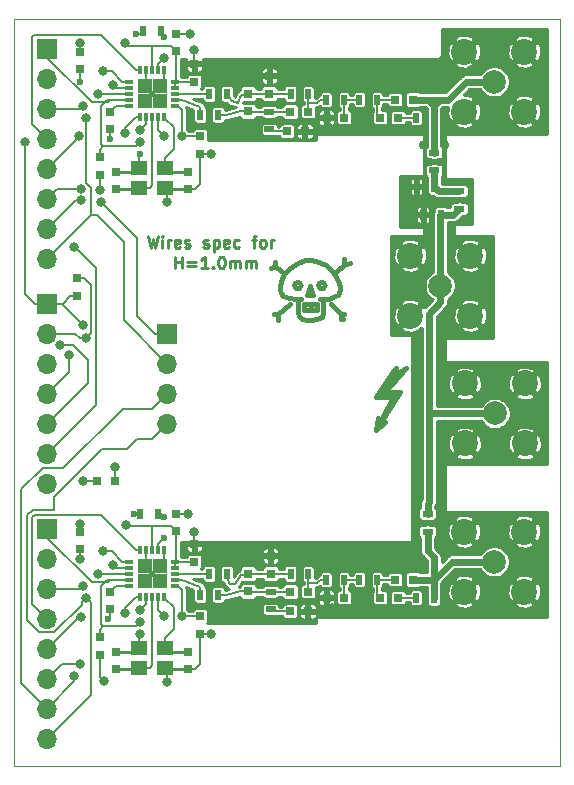
<source format=gbr>
%TF.GenerationSoftware,KiCad,Pcbnew,(5.1.5)-3*%
%TF.CreationDate,2020-04-11T16:30:28+01:00*%
%TF.ProjectId,EPCTest2,45504354-6573-4743-922e-6b696361645f,rev?*%
%TF.SameCoordinates,Original*%
%TF.FileFunction,Copper,L1,Top*%
%TF.FilePolarity,Positive*%
%FSLAX46Y46*%
G04 Gerber Fmt 4.6, Leading zero omitted, Abs format (unit mm)*
G04 Created by KiCad (PCBNEW (5.1.5)-3) date 2020-04-11 16:30:28*
%MOMM*%
%LPD*%
G04 APERTURE LIST*
%TA.AperFunction,Profile*%
%ADD10C,0.100000*%
%TD*%
%TA.AperFunction,NonConductor*%
%ADD11C,0.250000*%
%TD*%
%TA.AperFunction,EtchedComponent*%
%ADD12C,0.381000*%
%TD*%
%TA.AperFunction,SMDPad,CuDef*%
%ADD13R,0.900000X0.500000*%
%TD*%
%TA.AperFunction,SMDPad,CuDef*%
%ADD14R,0.500000X0.900000*%
%TD*%
%TA.AperFunction,ComponentPad*%
%ADD15C,2.200000*%
%TD*%
%TA.AperFunction,ComponentPad*%
%ADD16C,2.000000*%
%TD*%
%TA.AperFunction,SMDPad,CuDef*%
%ADD17R,0.750000X0.800000*%
%TD*%
%TA.AperFunction,SMDPad,CuDef*%
%ADD18R,1.400000X1.200000*%
%TD*%
%TA.AperFunction,SMDPad,CuDef*%
%ADD19R,0.800000X0.750000*%
%TD*%
%TA.AperFunction,ComponentPad*%
%ADD20O,1.700000X1.700000*%
%TD*%
%TA.AperFunction,ComponentPad*%
%ADD21R,1.700000X1.700000*%
%TD*%
%TA.AperFunction,SMDPad,CuDef*%
%ADD22R,0.730000X0.300000*%
%TD*%
%TA.AperFunction,SMDPad,CuDef*%
%ADD23R,0.300000X0.730000*%
%TD*%
%TA.AperFunction,SMDPad,CuDef*%
%ADD24R,1.250000X1.250000*%
%TD*%
%TA.AperFunction,ViaPad*%
%ADD25C,0.600000*%
%TD*%
%TA.AperFunction,ViaPad*%
%ADD26C,0.800000*%
%TD*%
%TA.AperFunction,ViaPad*%
%ADD27C,0.750000*%
%TD*%
%TA.AperFunction,Conductor*%
%ADD28C,0.205194*%
%TD*%
%TA.AperFunction,Conductor*%
%ADD29C,0.250000*%
%TD*%
%TA.AperFunction,Conductor*%
%ADD30C,0.600000*%
%TD*%
%TA.AperFunction,Conductor*%
%ADD31C,0.200000*%
%TD*%
%TA.AperFunction,Conductor*%
%ADD32C,0.254000*%
%TD*%
G04 APERTURE END LIST*
D10*
X92964000Y-64770000D02*
X92964000Y-128016000D01*
X46736000Y-64770000D02*
X92964000Y-64770000D01*
X46736000Y-128016000D02*
X46736000Y-64770000D01*
X92964000Y-128016000D02*
X46736000Y-128016000D01*
D11*
X58039714Y-83159380D02*
X58277809Y-84159380D01*
X58468285Y-83445095D01*
X58658761Y-84159380D01*
X58896857Y-83159380D01*
X59277809Y-84159380D02*
X59277809Y-83492714D01*
X59277809Y-83159380D02*
X59230190Y-83207000D01*
X59277809Y-83254619D01*
X59325428Y-83207000D01*
X59277809Y-83159380D01*
X59277809Y-83254619D01*
X59754000Y-84159380D02*
X59754000Y-83492714D01*
X59754000Y-83683190D02*
X59801619Y-83587952D01*
X59849238Y-83540333D01*
X59944476Y-83492714D01*
X60039714Y-83492714D01*
X60754000Y-84111761D02*
X60658761Y-84159380D01*
X60468285Y-84159380D01*
X60373047Y-84111761D01*
X60325428Y-84016523D01*
X60325428Y-83635571D01*
X60373047Y-83540333D01*
X60468285Y-83492714D01*
X60658761Y-83492714D01*
X60754000Y-83540333D01*
X60801619Y-83635571D01*
X60801619Y-83730809D01*
X60325428Y-83826047D01*
X61182571Y-84111761D02*
X61277809Y-84159380D01*
X61468285Y-84159380D01*
X61563523Y-84111761D01*
X61611142Y-84016523D01*
X61611142Y-83968904D01*
X61563523Y-83873666D01*
X61468285Y-83826047D01*
X61325428Y-83826047D01*
X61230190Y-83778428D01*
X61182571Y-83683190D01*
X61182571Y-83635571D01*
X61230190Y-83540333D01*
X61325428Y-83492714D01*
X61468285Y-83492714D01*
X61563523Y-83540333D01*
X62754000Y-84111761D02*
X62849238Y-84159380D01*
X63039714Y-84159380D01*
X63134952Y-84111761D01*
X63182571Y-84016523D01*
X63182571Y-83968904D01*
X63134952Y-83873666D01*
X63039714Y-83826047D01*
X62896857Y-83826047D01*
X62801619Y-83778428D01*
X62754000Y-83683190D01*
X62754000Y-83635571D01*
X62801619Y-83540333D01*
X62896857Y-83492714D01*
X63039714Y-83492714D01*
X63134952Y-83540333D01*
X63611142Y-83492714D02*
X63611142Y-84492714D01*
X63611142Y-83540333D02*
X63706380Y-83492714D01*
X63896857Y-83492714D01*
X63992095Y-83540333D01*
X64039714Y-83587952D01*
X64087333Y-83683190D01*
X64087333Y-83968904D01*
X64039714Y-84064142D01*
X63992095Y-84111761D01*
X63896857Y-84159380D01*
X63706380Y-84159380D01*
X63611142Y-84111761D01*
X64896857Y-84111761D02*
X64801619Y-84159380D01*
X64611142Y-84159380D01*
X64515904Y-84111761D01*
X64468285Y-84016523D01*
X64468285Y-83635571D01*
X64515904Y-83540333D01*
X64611142Y-83492714D01*
X64801619Y-83492714D01*
X64896857Y-83540333D01*
X64944476Y-83635571D01*
X64944476Y-83730809D01*
X64468285Y-83826047D01*
X65801619Y-84111761D02*
X65706380Y-84159380D01*
X65515904Y-84159380D01*
X65420666Y-84111761D01*
X65373047Y-84064142D01*
X65325428Y-83968904D01*
X65325428Y-83683190D01*
X65373047Y-83587952D01*
X65420666Y-83540333D01*
X65515904Y-83492714D01*
X65706380Y-83492714D01*
X65801619Y-83540333D01*
X66849238Y-83492714D02*
X67230190Y-83492714D01*
X66992095Y-84159380D02*
X66992095Y-83302238D01*
X67039714Y-83207000D01*
X67134952Y-83159380D01*
X67230190Y-83159380D01*
X67706380Y-84159380D02*
X67611142Y-84111761D01*
X67563523Y-84064142D01*
X67515904Y-83968904D01*
X67515904Y-83683190D01*
X67563523Y-83587952D01*
X67611142Y-83540333D01*
X67706380Y-83492714D01*
X67849238Y-83492714D01*
X67944476Y-83540333D01*
X67992095Y-83587952D01*
X68039714Y-83683190D01*
X68039714Y-83968904D01*
X67992095Y-84064142D01*
X67944476Y-84111761D01*
X67849238Y-84159380D01*
X67706380Y-84159380D01*
X68468285Y-84159380D02*
X68468285Y-83492714D01*
X68468285Y-83683190D02*
X68515904Y-83587952D01*
X68563523Y-83540333D01*
X68658761Y-83492714D01*
X68754000Y-83492714D01*
X60325428Y-85909380D02*
X60325428Y-84909380D01*
X60325428Y-85385571D02*
X60896857Y-85385571D01*
X60896857Y-85909380D02*
X60896857Y-84909380D01*
X61373047Y-85385571D02*
X62134952Y-85385571D01*
X62134952Y-85671285D02*
X61373047Y-85671285D01*
X63134952Y-85909380D02*
X62563523Y-85909380D01*
X62849238Y-85909380D02*
X62849238Y-84909380D01*
X62754000Y-85052238D01*
X62658761Y-85147476D01*
X62563523Y-85195095D01*
X63563523Y-85814142D02*
X63611142Y-85861761D01*
X63563523Y-85909380D01*
X63515904Y-85861761D01*
X63563523Y-85814142D01*
X63563523Y-85909380D01*
X64230190Y-84909380D02*
X64325428Y-84909380D01*
X64420666Y-84957000D01*
X64468285Y-85004619D01*
X64515904Y-85099857D01*
X64563523Y-85290333D01*
X64563523Y-85528428D01*
X64515904Y-85718904D01*
X64468285Y-85814142D01*
X64420666Y-85861761D01*
X64325428Y-85909380D01*
X64230190Y-85909380D01*
X64134952Y-85861761D01*
X64087333Y-85814142D01*
X64039714Y-85718904D01*
X63992095Y-85528428D01*
X63992095Y-85290333D01*
X64039714Y-85099857D01*
X64087333Y-85004619D01*
X64134952Y-84957000D01*
X64230190Y-84909380D01*
X64992095Y-85909380D02*
X64992095Y-85242714D01*
X64992095Y-85337952D02*
X65039714Y-85290333D01*
X65134952Y-85242714D01*
X65277809Y-85242714D01*
X65373047Y-85290333D01*
X65420666Y-85385571D01*
X65420666Y-85909380D01*
X65420666Y-85385571D02*
X65468285Y-85290333D01*
X65563523Y-85242714D01*
X65706380Y-85242714D01*
X65801619Y-85290333D01*
X65849238Y-85385571D01*
X65849238Y-85909380D01*
X66325428Y-85909380D02*
X66325428Y-85242714D01*
X66325428Y-85337952D02*
X66373047Y-85290333D01*
X66468285Y-85242714D01*
X66611142Y-85242714D01*
X66706380Y-85290333D01*
X66754000Y-85385571D01*
X66754000Y-85909380D01*
X66754000Y-85385571D02*
X66801619Y-85290333D01*
X66896857Y-85242714D01*
X67039714Y-85242714D01*
X67134952Y-85290333D01*
X67182571Y-85385571D01*
X67182571Y-85909380D01*
D12*
%TO.C,DO NOT LICK*%
X79171800Y-94742000D02*
X77774800Y-96647000D01*
X77774800Y-96647000D02*
X79044800Y-96647000D01*
X77520800Y-98552000D02*
X77393800Y-99568000D01*
X77393800Y-99568000D02*
X78155800Y-98933000D01*
X78155800Y-98933000D02*
X77647800Y-99187000D01*
X77647800Y-99187000D02*
X79425800Y-96393000D01*
X79425800Y-96393000D02*
X78155800Y-96393000D01*
X78155800Y-96393000D02*
X79933800Y-94361000D01*
X79933800Y-94361000D02*
X79171800Y-94869000D01*
X79171800Y-94869000D02*
X79044800Y-94361000D01*
X78917800Y-94488000D02*
X77393800Y-96774000D01*
X77393800Y-96774000D02*
X78790800Y-96774000D01*
X78790800Y-96774000D02*
X77647800Y-99060000D01*
X77647800Y-99060000D02*
X77520800Y-98552000D01*
%TO.C, *%
X74422000Y-89789000D02*
X74422000Y-90170000D01*
X74422000Y-90170000D02*
X74549000Y-90170000D01*
X73533000Y-88900000D02*
X74422000Y-89789000D01*
X74422000Y-89789000D02*
X74676000Y-89789000D01*
X68834000Y-85725000D02*
X68453000Y-85852000D01*
X68834000Y-85725000D02*
X68834000Y-85344000D01*
X69342000Y-86106000D02*
X68834000Y-85725000D01*
X69088000Y-89789000D02*
X69088000Y-90297000D01*
X69088000Y-89789000D02*
X68707000Y-89789000D01*
X70104000Y-88900000D02*
X69088000Y-89789000D01*
X74676000Y-85598000D02*
X75184000Y-85471000D01*
X74676000Y-85598000D02*
X74676000Y-85090000D01*
X74041000Y-86106000D02*
X74676000Y-85598000D01*
X71882000Y-89027000D02*
X71882000Y-89281000D01*
X71247000Y-88900000D02*
X72390000Y-88900000D01*
X72390000Y-88900000D02*
X72390000Y-89408000D01*
X72390000Y-89408000D02*
X71247000Y-89408000D01*
X71247000Y-89408000D02*
X71247000Y-88900000D01*
X71022981Y-87376000D02*
G75*
G03X71022981Y-87376000I-283981J0D01*
G01*
X73054981Y-87376000D02*
G75*
G03X73054981Y-87376000I-283981J0D01*
G01*
X71755000Y-87376000D02*
X72009000Y-88138000D01*
X72009000Y-88138000D02*
X71501000Y-88138000D01*
X71501000Y-88138000D02*
X71755000Y-87376000D01*
X70739000Y-89662000D02*
X70866000Y-89916000D01*
X70866000Y-89916000D02*
X71120000Y-90170000D01*
X71120000Y-90170000D02*
X71501000Y-90297000D01*
X72898000Y-88519000D02*
X72898000Y-89281000D01*
X72898000Y-89281000D02*
X72898000Y-89662000D01*
X72898000Y-89662000D02*
X72771000Y-90043000D01*
X72771000Y-90043000D02*
X72390000Y-90170000D01*
X72390000Y-90170000D02*
X71882000Y-90297000D01*
X71882000Y-90297000D02*
X71501000Y-90297000D01*
X70739000Y-89662000D02*
X70739000Y-89281000D01*
X70739000Y-89281000D02*
X70739000Y-88519000D01*
X69215000Y-87757000D02*
X69342000Y-88011000D01*
X69342000Y-88011000D02*
X69469000Y-88265000D01*
X69469000Y-88265000D02*
X69977000Y-88392000D01*
X69977000Y-88392000D02*
X70612000Y-88519000D01*
X70612000Y-88519000D02*
X70993000Y-88519000D01*
X69215000Y-87757000D02*
X69215000Y-87503000D01*
X69215000Y-87503000D02*
X69342000Y-86995000D01*
X69342000Y-86995000D02*
X69596000Y-86360000D01*
X69596000Y-86360000D02*
X70104000Y-85852000D01*
X70104000Y-85852000D02*
X70739000Y-85471000D01*
X70739000Y-85471000D02*
X71374000Y-85217000D01*
X71374000Y-85217000D02*
X71882000Y-85217000D01*
X71882000Y-85217000D02*
X72517000Y-85344000D01*
X72517000Y-85344000D02*
X73152000Y-85598000D01*
X73152000Y-85598000D02*
X73660000Y-86106000D01*
X73660000Y-86106000D02*
X73914000Y-86487000D01*
X73914000Y-86487000D02*
X74168000Y-86995000D01*
X74168000Y-86995000D02*
X74295000Y-87376000D01*
X74295000Y-87376000D02*
X74295000Y-87757000D01*
X74295000Y-87757000D02*
X74168000Y-88138000D01*
X74168000Y-88138000D02*
X73914000Y-88265000D01*
X73914000Y-88265000D02*
X73406000Y-88519000D01*
X73406000Y-88519000D02*
X73025000Y-88519000D01*
X73025000Y-88519000D02*
X72644000Y-88519000D01*
%TD*%
D13*
%TO.P,R1,1*%
%TO.N,/RF_RX*%
X84429600Y-79361600D03*
%TO.P,R1,2*%
%TO.N,/RF_RX_ATT*%
X84429600Y-80861600D03*
%TD*%
D14*
%TO.P,R2,2*%
%TO.N,/RF_RX*%
X82296000Y-78994000D03*
%TO.P,R2,1*%
%TO.N,GND*%
X80796000Y-78994000D03*
%TD*%
%TO.P,R3,2*%
%TO.N,/RF_RX_ATT*%
X82854800Y-81381600D03*
%TO.P,R3,1*%
%TO.N,GND*%
X81354800Y-81381600D03*
%TD*%
D15*
%TO.P,J4,2*%
%TO.N,GND*%
X84836000Y-113284000D03*
X84836000Y-108204000D03*
X89916000Y-108204000D03*
X89916000Y-113284000D03*
D16*
%TO.P,J4,1*%
%TO.N,/RFRight/RF_SE*%
X87376000Y-110744000D03*
%TD*%
D17*
%TO.P,C29,2*%
%TO.N,GND*%
X52070000Y-86753000D03*
%TO.P,C29,1*%
%TO.N,+3V3*%
X52070000Y-88253000D03*
%TD*%
D18*
%TO.P,Y2,1*%
%TO.N,/RFRight/XOSC1*%
X57320000Y-119722000D03*
%TO.P,Y2,2*%
%TO.N,GND*%
X59520000Y-119722000D03*
%TO.P,Y2,3*%
%TO.N,/RFRight/XOSC2*%
X59520000Y-118022000D03*
%TO.P,Y2,4*%
%TO.N,GND*%
X57320000Y-118022000D03*
%TD*%
D14*
%TO.P,L8,2*%
%TO.N,/RFLeft/RF1_N*%
X64746000Y-71120000D03*
%TO.P,L8,1*%
%TO.N,/RFLeft/RF_N*%
X63246000Y-71120000D03*
%TD*%
D19*
%TO.P,C21,2*%
%TO.N,/RFLeft/RF1_P*%
X70116000Y-72644000D03*
%TO.P,C21,1*%
%TO.N,Net-(C21-Pad1)*%
X71616000Y-72644000D03*
%TD*%
D17*
%TO.P,C19,2*%
%TO.N,/RFLeft/RF1_P*%
X66548000Y-72620000D03*
%TO.P,C19,1*%
%TO.N,/RFLeft/RF1_N*%
X66548000Y-71120000D03*
%TD*%
%TO.P,C1,1*%
%TO.N,GND*%
X68453000Y-110260000D03*
%TO.P,C1,2*%
%TO.N,/RFRight/RF1_N*%
X68453000Y-111760000D03*
%TD*%
%TO.P,C2,2*%
%TO.N,/RFRight/DCOUPL*%
X54864000Y-113284000D03*
%TO.P,C2,1*%
%TO.N,GND*%
X54864000Y-114784000D03*
%TD*%
%TO.P,C3,2*%
%TO.N,/RFRight/RF1_P*%
X66548000Y-113260000D03*
%TO.P,C3,1*%
%TO.N,/RFRight/RF1_N*%
X66548000Y-111760000D03*
%TD*%
D19*
%TO.P,C4,1*%
%TO.N,Net-(C4-Pad1)*%
X79006000Y-112268000D03*
%TO.P,C4,2*%
%TO.N,/RFRight/RF_SE*%
X80506000Y-112268000D03*
%TD*%
%TO.P,C5,2*%
%TO.N,/RFRight/RF1_P*%
X70116000Y-113284000D03*
%TO.P,C5,1*%
%TO.N,Net-(C5-Pad1)*%
X71616000Y-113284000D03*
%TD*%
%TO.P,C6,2*%
%TO.N,GND*%
X73176000Y-113792000D03*
%TO.P,C6,1*%
%TO.N,Net-(C6-Pad1)*%
X74676000Y-113792000D03*
%TD*%
%TO.P,C7,1*%
%TO.N,Net-(C7-Pad1)*%
X79224000Y-113792000D03*
%TO.P,C7,2*%
%TO.N,Net-(C4-Pad1)*%
X77724000Y-113792000D03*
%TD*%
D17*
%TO.P,C8,2*%
%TO.N,GND*%
X53975000Y-118606000D03*
%TO.P,C8,1*%
%TO.N,+3V3*%
X53975000Y-117106000D03*
%TD*%
%TO.P,C9,2*%
%TO.N,GND*%
X62484000Y-116840000D03*
%TO.P,C9,1*%
%TO.N,+3V3*%
X62484000Y-115340000D03*
%TD*%
D19*
%TO.P,C10,1*%
%TO.N,Net-(C10-Pad1)*%
X70104000Y-114935000D03*
%TO.P,C10,2*%
%TO.N,GND*%
X71604000Y-114935000D03*
%TD*%
D17*
%TO.P,C11,2*%
%TO.N,GND*%
X55372000Y-118364000D03*
%TO.P,C11,1*%
%TO.N,/RFRight/XOSC1*%
X55372000Y-119864000D03*
%TD*%
%TO.P,C12,1*%
%TO.N,/RFRight/XOSC2*%
X61468000Y-118364000D03*
%TO.P,C12,2*%
%TO.N,GND*%
X61468000Y-119864000D03*
%TD*%
D19*
%TO.P,C13,2*%
%TO.N,GND*%
X55233000Y-103886000D03*
%TO.P,C13,1*%
%TO.N,+3V3*%
X53733000Y-103886000D03*
%TD*%
D17*
%TO.P,C14,1*%
%TO.N,+3V3*%
X52324000Y-108204000D03*
%TO.P,C14,2*%
%TO.N,GND*%
X52324000Y-109704000D03*
%TD*%
%TO.P,C15,1*%
%TO.N,+3V3*%
X60452000Y-108180000D03*
%TO.P,C15,2*%
%TO.N,GND*%
X60452000Y-106680000D03*
%TD*%
%TO.P,C16,2*%
%TO.N,GND*%
X61976000Y-109244000D03*
%TO.P,C16,1*%
%TO.N,+3V3*%
X61976000Y-110744000D03*
%TD*%
%TO.P,C17,1*%
%TO.N,GND*%
X68326000Y-69620000D03*
%TO.P,C17,2*%
%TO.N,/RFLeft/RF1_N*%
X68326000Y-71120000D03*
%TD*%
%TO.P,C18,2*%
%TO.N,/RFLeft/DCOUPL*%
X54864000Y-72644000D03*
%TO.P,C18,1*%
%TO.N,GND*%
X54864000Y-74144000D03*
%TD*%
D19*
%TO.P,C20,1*%
%TO.N,Net-(C20-Pad1)*%
X79006000Y-71628000D03*
%TO.P,C20,2*%
%TO.N,/RFLeft/RF_SE*%
X80506000Y-71628000D03*
%TD*%
%TO.P,C22,2*%
%TO.N,GND*%
X73176000Y-73152000D03*
%TO.P,C22,1*%
%TO.N,Net-(C22-Pad1)*%
X74676000Y-73152000D03*
%TD*%
%TO.P,C23,1*%
%TO.N,Net-(C23-Pad1)*%
X79224000Y-73152000D03*
%TO.P,C23,2*%
%TO.N,Net-(C20-Pad1)*%
X77724000Y-73152000D03*
%TD*%
D17*
%TO.P,C24,1*%
%TO.N,+3V3*%
X53975000Y-76466000D03*
%TO.P,C24,2*%
%TO.N,GND*%
X53975000Y-77966000D03*
%TD*%
%TO.P,C25,2*%
%TO.N,GND*%
X62484000Y-76200000D03*
%TO.P,C25,1*%
%TO.N,+3V3*%
X62484000Y-74700000D03*
%TD*%
D19*
%TO.P,C26,1*%
%TO.N,Net-(C26-Pad1)*%
X69850000Y-74295000D03*
%TO.P,C26,2*%
%TO.N,GND*%
X71350000Y-74295000D03*
%TD*%
D17*
%TO.P,C27,2*%
%TO.N,GND*%
X55372000Y-77724000D03*
%TO.P,C27,1*%
%TO.N,/RFLeft/XOSC1*%
X55372000Y-79224000D03*
%TD*%
%TO.P,C28,1*%
%TO.N,/RFLeft/XOSC2*%
X61468000Y-77724000D03*
%TO.P,C28,2*%
%TO.N,GND*%
X61468000Y-79224000D03*
%TD*%
%TO.P,C30,1*%
%TO.N,+3V3*%
X52324000Y-67564000D03*
%TO.P,C30,2*%
%TO.N,GND*%
X52324000Y-69064000D03*
%TD*%
%TO.P,C31,1*%
%TO.N,+3V3*%
X60452000Y-67540000D03*
%TO.P,C31,2*%
%TO.N,GND*%
X60452000Y-66040000D03*
%TD*%
%TO.P,C32,1*%
%TO.N,+3V3*%
X61976000Y-70104000D03*
%TO.P,C32,2*%
%TO.N,GND*%
X61976000Y-68604000D03*
%TD*%
D20*
%TO.P,J1,7*%
%TO.N,/CSnTX*%
X49530000Y-104140000D03*
%TO.P,J1,6*%
%TO.N,/CSnRX*%
X49530000Y-101600000D03*
%TO.P,J1,5*%
%TO.N,/SCLK*%
X49530000Y-99060000D03*
%TO.P,J1,4*%
%TO.N,/MOSI*%
X49530000Y-96520000D03*
%TO.P,J1,3*%
%TO.N,/MISO*%
X49530000Y-93980000D03*
%TO.P,J1,2*%
%TO.N,GND*%
X49530000Y-91440000D03*
D21*
%TO.P,J1,1*%
%TO.N,+3V3*%
X49530000Y-88900000D03*
%TD*%
D20*
%TO.P,J2,4*%
%TO.N,/GDO2_TX*%
X59690000Y-99060000D03*
%TO.P,J2,3*%
%TO.N,/GDO0_TX*%
X59690000Y-96520000D03*
%TO.P,J2,2*%
%TO.N,/GDO2_RX*%
X59690000Y-93980000D03*
D21*
%TO.P,J2,1*%
%TO.N,/GDO0_RX*%
X59690000Y-91440000D03*
%TD*%
D16*
%TO.P,J3,1*%
%TO.N,/RF_RX_ATT*%
X82804000Y-87376000D03*
D15*
%TO.P,J3,2*%
%TO.N,GND*%
X85344000Y-89916000D03*
X85344000Y-84836000D03*
X80264000Y-84836000D03*
X80264000Y-89916000D03*
%TD*%
D20*
%TO.P,J5,8*%
%TO.N,/GDO2_TX*%
X49530000Y-125730000D03*
%TO.P,J5,7*%
%TO.N,/GDO0_TX*%
X49530000Y-123190000D03*
%TO.P,J5,6*%
%TO.N,/CSnTX*%
X49530000Y-120650000D03*
%TO.P,J5,5*%
%TO.N,/SCLK*%
X49530000Y-118110000D03*
%TO.P,J5,4*%
%TO.N,/MOSI*%
X49530000Y-115570000D03*
%TO.P,J5,3*%
%TO.N,/MISO*%
X49530000Y-113030000D03*
%TO.P,J5,2*%
%TO.N,GND*%
X49530000Y-110490000D03*
D21*
%TO.P,J5,1*%
%TO.N,+3V3*%
X49530000Y-107950000D03*
%TD*%
D16*
%TO.P,J6,1*%
%TO.N,/RFLeft/RF_SE*%
X87376000Y-70104000D03*
D15*
%TO.P,J6,2*%
%TO.N,GND*%
X89916000Y-72644000D03*
X89916000Y-67564000D03*
X84836000Y-67564000D03*
X84836000Y-72644000D03*
%TD*%
D21*
%TO.P,J7,1*%
%TO.N,+3V3*%
X49530000Y-67310000D03*
D20*
%TO.P,J7,2*%
%TO.N,GND*%
X49530000Y-69850000D03*
%TO.P,J7,3*%
%TO.N,/MISO*%
X49530000Y-72390000D03*
%TO.P,J7,4*%
%TO.N,/MOSI*%
X49530000Y-74930000D03*
%TO.P,J7,5*%
%TO.N,/SCLK*%
X49530000Y-77470000D03*
%TO.P,J7,6*%
%TO.N,/CSnRX*%
X49530000Y-80010000D03*
%TO.P,J7,7*%
%TO.N,/GDO0_RX*%
X49530000Y-82550000D03*
%TO.P,J7,8*%
%TO.N,/GDO2_RX*%
X49530000Y-85090000D03*
%TD*%
D13*
%TO.P,JP1,2*%
%TO.N,/RF_RX*%
X82296000Y-77610400D03*
%TO.P,JP1,1*%
%TO.N,/RFLeft/RF_SE*%
X82296000Y-76110400D03*
%TD*%
%TO.P,JP2,1*%
%TO.N,/RFRight/RF_SE*%
X81724500Y-108192000D03*
%TO.P,JP2,2*%
%TO.N,/RF_RX_ATT*%
X81724500Y-106692000D03*
%TD*%
D14*
%TO.P,L1,1*%
%TO.N,/RFRight/RF_N*%
X63246000Y-111760000D03*
%TO.P,L1,2*%
%TO.N,/RFRight/RF1_N*%
X64746000Y-111760000D03*
%TD*%
%TO.P,L2,2*%
%TO.N,Net-(C5-Pad1)*%
X71628000Y-111760000D03*
%TO.P,L2,1*%
%TO.N,/RFRight/RF1_N*%
X70128000Y-111760000D03*
%TD*%
%TO.P,L3,1*%
%TO.N,Net-(C5-Pad1)*%
X73152000Y-112268000D03*
%TO.P,L3,2*%
%TO.N,Net-(C6-Pad1)*%
X74652000Y-112268000D03*
%TD*%
%TO.P,L4,1*%
%TO.N,Net-(C6-Pad1)*%
X75958000Y-112268000D03*
%TO.P,L4,2*%
%TO.N,Net-(C4-Pad1)*%
X77458000Y-112268000D03*
%TD*%
%TO.P,L5,2*%
%TO.N,/RFRight/RF_P*%
X62484000Y-113538000D03*
%TO.P,L5,1*%
%TO.N,/RFRight/RF1_P*%
X63984000Y-113538000D03*
%TD*%
%TO.P,L6,2*%
%TO.N,Net-(C7-Pad1)*%
X80772000Y-113792000D03*
%TO.P,L6,1*%
%TO.N,/RFRight/RF_SE*%
X82272000Y-113792000D03*
%TD*%
D13*
%TO.P,L7,2*%
%TO.N,Net-(C10-Pad1)*%
X68453000Y-114784000D03*
%TO.P,L7,1*%
%TO.N,/RFRight/RF1_P*%
X68453000Y-113284000D03*
%TD*%
D14*
%TO.P,L9,1*%
%TO.N,/RFLeft/RF1_N*%
X70128000Y-71120000D03*
%TO.P,L9,2*%
%TO.N,Net-(C21-Pad1)*%
X71628000Y-71120000D03*
%TD*%
%TO.P,L10,1*%
%TO.N,Net-(C21-Pad1)*%
X73152000Y-71628000D03*
%TO.P,L10,2*%
%TO.N,Net-(C22-Pad1)*%
X74652000Y-71628000D03*
%TD*%
%TO.P,L11,1*%
%TO.N,Net-(C22-Pad1)*%
X75958000Y-71628000D03*
%TO.P,L11,2*%
%TO.N,Net-(C20-Pad1)*%
X77458000Y-71628000D03*
%TD*%
%TO.P,L12,1*%
%TO.N,/RFLeft/RF1_P*%
X63984000Y-72898000D03*
%TO.P,L12,2*%
%TO.N,/RFLeft/RF_P*%
X62484000Y-72898000D03*
%TD*%
%TO.P,L13,2*%
%TO.N,Net-(C23-Pad1)*%
X80772000Y-73152000D03*
%TO.P,L13,1*%
%TO.N,/RFLeft/RF_SE*%
X82272000Y-73152000D03*
%TD*%
D13*
%TO.P,L14,2*%
%TO.N,Net-(C26-Pad1)*%
X68326000Y-74144000D03*
%TO.P,L14,1*%
%TO.N,/RFLeft/RF1_P*%
X68326000Y-72644000D03*
%TD*%
D14*
%TO.P,R7,1*%
%TO.N,GND*%
X57404000Y-106680000D03*
%TO.P,R7,2*%
%TO.N,/RFRight/RBIAS*%
X58904000Y-106680000D03*
%TD*%
%TO.P,R8,1*%
%TO.N,GND*%
X57670000Y-65786000D03*
%TO.P,R8,2*%
%TO.N,/RFLeft/RBIAS*%
X59170000Y-65786000D03*
%TD*%
D18*
%TO.P,Y1,4*%
%TO.N,GND*%
X57320000Y-77382000D03*
%TO.P,Y1,3*%
%TO.N,/RFLeft/XOSC2*%
X59520000Y-77382000D03*
%TO.P,Y1,2*%
%TO.N,GND*%
X59520000Y-79082000D03*
%TO.P,Y1,1*%
%TO.N,/RFLeft/XOSC1*%
X57320000Y-79082000D03*
%TD*%
D22*
%TO.P,U1,1*%
%TO.N,/SCLK*%
X56455000Y-110760000D03*
%TO.P,U1,2*%
%TO.N,/MISO*%
X56455000Y-111260000D03*
%TO.P,U1,3*%
%TO.N,/GDO2_TX*%
X56455000Y-111760000D03*
%TO.P,U1,4*%
%TO.N,+3V3*%
X56455000Y-112260000D03*
%TO.P,U1,5*%
%TO.N,/RFRight/DCOUPL*%
X56455000Y-112760000D03*
D23*
%TO.P,U1,6*%
%TO.N,/GDO0_TX*%
X57420000Y-113725000D03*
%TO.P,U1,7*%
%TO.N,/CSnTX*%
X57920000Y-113725000D03*
%TO.P,U1,8*%
%TO.N,/RFRight/XOSC1*%
X58420000Y-113725000D03*
%TO.P,U1,9*%
%TO.N,+3V3*%
X58920000Y-113725000D03*
%TO.P,U1,10*%
%TO.N,/RFRight/XOSC2*%
X59420000Y-113725000D03*
D22*
%TO.P,U1,11*%
%TO.N,+3V3*%
X60385000Y-112760000D03*
%TO.P,U1,12*%
%TO.N,/RFRight/RF_P*%
X60385000Y-112260000D03*
%TO.P,U1,13*%
%TO.N,/RFRight/RF_N*%
X60385000Y-111760000D03*
%TO.P,U1,14*%
%TO.N,+3V3*%
X60385000Y-111260000D03*
%TO.P,U1,15*%
X60385000Y-110760000D03*
D23*
%TO.P,U1,16*%
%TO.N,GND*%
X59420000Y-109795000D03*
%TO.P,U1,17*%
%TO.N,/RFRight/RBIAS*%
X58920000Y-109795000D03*
%TO.P,U1,18*%
%TO.N,+3V3*%
X58420000Y-109795000D03*
%TO.P,U1,19*%
%TO.N,GND*%
X57920000Y-109795000D03*
%TO.P,U1,20*%
%TO.N,/MOSI*%
X57420000Y-109795000D03*
D24*
%TO.P,U1,21*%
%TO.N,GND*%
X59045000Y-112385000D03*
X59045000Y-111135000D03*
X57795000Y-112385000D03*
X57795000Y-111135000D03*
%TD*%
%TO.P,U2,21*%
%TO.N,GND*%
X57795000Y-70495000D03*
X57795000Y-71745000D03*
X59045000Y-70495000D03*
X59045000Y-71745000D03*
D23*
%TO.P,U2,20*%
%TO.N,/MOSI*%
X57420000Y-69155000D03*
%TO.P,U2,19*%
%TO.N,GND*%
X57920000Y-69155000D03*
%TO.P,U2,18*%
%TO.N,+3V3*%
X58420000Y-69155000D03*
%TO.P,U2,17*%
%TO.N,/RFLeft/RBIAS*%
X58920000Y-69155000D03*
%TO.P,U2,16*%
%TO.N,GND*%
X59420000Y-69155000D03*
D22*
%TO.P,U2,15*%
%TO.N,+3V3*%
X60385000Y-70120000D03*
%TO.P,U2,14*%
X60385000Y-70620000D03*
%TO.P,U2,13*%
%TO.N,/RFLeft/RF_N*%
X60385000Y-71120000D03*
%TO.P,U2,12*%
%TO.N,/RFLeft/RF_P*%
X60385000Y-71620000D03*
%TO.P,U2,11*%
%TO.N,+3V3*%
X60385000Y-72120000D03*
D23*
%TO.P,U2,10*%
%TO.N,/RFLeft/XOSC2*%
X59420000Y-73085000D03*
%TO.P,U2,9*%
%TO.N,+3V3*%
X58920000Y-73085000D03*
%TO.P,U2,8*%
%TO.N,/RFLeft/XOSC1*%
X58420000Y-73085000D03*
%TO.P,U2,7*%
%TO.N,/CSnRX*%
X57920000Y-73085000D03*
%TO.P,U2,6*%
%TO.N,/GDO0_RX*%
X57420000Y-73085000D03*
D22*
%TO.P,U2,5*%
%TO.N,/RFLeft/DCOUPL*%
X56455000Y-72120000D03*
%TO.P,U2,4*%
%TO.N,+3V3*%
X56455000Y-71620000D03*
%TO.P,U2,3*%
%TO.N,/GDO2_RX*%
X56455000Y-71120000D03*
%TO.P,U2,2*%
%TO.N,/MISO*%
X56455000Y-70620000D03*
%TO.P,U2,1*%
%TO.N,/SCLK*%
X56455000Y-70120000D03*
%TD*%
D16*
%TO.P,J8,1*%
%TO.N,/RF_RX_ATT*%
X87426800Y-98196400D03*
D15*
%TO.P,J8,2*%
%TO.N,GND*%
X89966800Y-100736400D03*
X89966800Y-95656400D03*
X84886800Y-95656400D03*
X84886800Y-100736400D03*
%TD*%
D25*
%TO.N,GND*%
X57658000Y-71882000D03*
X59182000Y-70358000D03*
X58420000Y-71120000D03*
X59182000Y-71882000D03*
X57658000Y-70358000D03*
X58420000Y-111760000D03*
X57023000Y-66040000D03*
D26*
X61595000Y-66040000D03*
D27*
X82905600Y-70612000D03*
X81330800Y-75438000D03*
X81330800Y-74320400D03*
X83159600Y-74269600D03*
X83210400Y-75488800D03*
X80772000Y-96012000D03*
X80772000Y-92329000D03*
X80772000Y-94869000D03*
X80772000Y-93726000D03*
X80772000Y-97155000D03*
X82740500Y-102235000D03*
X87376000Y-101092000D03*
X82740500Y-101092000D03*
X87630000Y-95504000D03*
X82740500Y-103378000D03*
X80772000Y-102235000D03*
X80772000Y-98552000D03*
X80772000Y-101092000D03*
X80772000Y-99949000D03*
X80772000Y-103378000D03*
X82740500Y-105537000D03*
X80772000Y-105537000D03*
X80772000Y-104394000D03*
X82740500Y-104394000D03*
D26*
X55245000Y-102743000D03*
X52832000Y-91821000D03*
X63373000Y-116840000D03*
X61468000Y-106680000D03*
X69659500Y-110236000D03*
X67183000Y-69596000D03*
D25*
X57404000Y-76263500D03*
D26*
X59626500Y-80264000D03*
D25*
X52324000Y-70104000D03*
D26*
X61976000Y-67437000D03*
X74041000Y-74295000D03*
X81915000Y-68834000D03*
X82994500Y-68262500D03*
X85750400Y-71069200D03*
X85445600Y-69138800D03*
X78232000Y-70612000D03*
X77724000Y-74168000D03*
X79248000Y-74168000D03*
X76708000Y-70612000D03*
X75184000Y-70612000D03*
X72644000Y-70612000D03*
X75692000Y-72644000D03*
X76708000Y-72644000D03*
X79248000Y-70612000D03*
X80264000Y-70612000D03*
D27*
X81597500Y-70167500D03*
D26*
X72580500Y-114935000D03*
X57404000Y-116840000D03*
X59626500Y-120904000D03*
X52324000Y-110553500D03*
X61976000Y-108267500D03*
X73596500Y-114681000D03*
X79756000Y-110236000D03*
X80010000Y-109474000D03*
X83312000Y-112776000D03*
X78232000Y-111252000D03*
X77724000Y-114808000D03*
X79248000Y-114808000D03*
X81280000Y-114808000D03*
X83312000Y-114808000D03*
X76708000Y-111252000D03*
X75184000Y-111252000D03*
X73660000Y-111252000D03*
X75692000Y-113284000D03*
X76708000Y-113284000D03*
X79248000Y-111252000D03*
X80264000Y-111252000D03*
D25*
X56896000Y-106680000D03*
D26*
X78232000Y-109728000D03*
D27*
X82740500Y-96012000D03*
X82740500Y-94869000D03*
X82740500Y-93726000D03*
X82740500Y-92329000D03*
D26*
X63373000Y-76200000D03*
X72517000Y-74168000D03*
X54292500Y-120840500D03*
X53975000Y-79248000D03*
D25*
X57658000Y-110998000D03*
X59182000Y-110998000D03*
X57658000Y-112522000D03*
X59182000Y-112522000D03*
X54683194Y-115570000D03*
X54864000Y-74930000D03*
X79806800Y-78994000D03*
X79857600Y-82092800D03*
X81889600Y-82753200D03*
X83820000Y-82702400D03*
X84836000Y-81838800D03*
X85445600Y-80060800D03*
X85242400Y-78486000D03*
X83413600Y-78486000D03*
X82753200Y-100126800D03*
X82804000Y-99263200D03*
X82804000Y-97180400D03*
X84124800Y-97231200D03*
X85547200Y-97231200D03*
X84175600Y-99110800D03*
X85547200Y-99110800D03*
X82804000Y-90982800D03*
X83312000Y-89916000D03*
X84074000Y-88798400D03*
X83769200Y-85648800D03*
X83820000Y-84734400D03*
X83870800Y-83261200D03*
X81788000Y-83972400D03*
X81838800Y-85750400D03*
X81229200Y-87071200D03*
X81280000Y-88493600D03*
X83210400Y-110083600D03*
X82804000Y-109270800D03*
X80822800Y-109067600D03*
X80924400Y-110185200D03*
X81229200Y-111099600D03*
X85699600Y-109931200D03*
X84429600Y-109931200D03*
X84328000Y-111760000D03*
X85801200Y-111810800D03*
X64008000Y-110236000D03*
X64452500Y-115252500D03*
X66548000Y-114300000D03*
X65532000Y-110490000D03*
X87122000Y-107950000D03*
X90170000Y-110744000D03*
X87630000Y-113792000D03*
D26*
%TO.N,+3V3*%
X52578000Y-103886000D03*
X59436000Y-74676000D03*
X60960000Y-74676000D03*
X57404000Y-75184000D03*
X52324000Y-66802000D03*
X59436000Y-115316000D03*
X60960000Y-115316000D03*
X57404000Y-115824000D03*
X52324000Y-107569000D03*
X47674795Y-75184000D03*
X52578000Y-90678000D03*
X56197500Y-107632500D03*
X56134000Y-66865500D03*
%TO.N,/CSnTX*%
X57404000Y-114808000D03*
X52324000Y-119380000D03*
%TO.N,/CSnRX*%
X57404000Y-74168000D03*
X51816000Y-84074000D03*
X52421585Y-79196764D03*
%TO.N,/SCLK*%
X54211710Y-69235315D03*
X54211710Y-109875315D03*
X52360697Y-115438787D03*
X50616384Y-92400354D03*
X52188889Y-74694390D03*
%TO.N,/MISO*%
X55063115Y-70417393D03*
X52592928Y-72180986D03*
X55063115Y-111057393D03*
X52592928Y-112820986D03*
%TO.N,/GDO2_TX*%
X53848000Y-111760000D03*
X52832000Y-113792000D03*
%TO.N,/GDO0_TX*%
X56145181Y-115073181D03*
X51833355Y-120402942D03*
%TO.N,/GDO2_RX*%
X53848000Y-71120000D03*
X52832000Y-73152000D03*
%TO.N,/GDO0_RX*%
X56145181Y-74433181D03*
X54102000Y-80264000D03*
X52375143Y-80136133D03*
D25*
%TO.N,/RFRight/RBIAS*%
X59436000Y-108712000D03*
X59436000Y-106934000D03*
D26*
%TO.N,/RFLeft/RBIAS*%
X59436000Y-68072000D03*
D25*
X59436000Y-66294000D03*
D26*
%TO.N,/MOSI*%
X51408945Y-93258476D03*
%TD*%
D28*
%TO.N,GND*%
X52266315Y-91821000D02*
X51885315Y-91440000D01*
X52832000Y-91821000D02*
X52266315Y-91821000D01*
X51885315Y-91440000D02*
X50682598Y-91440000D01*
X59045000Y-71745000D02*
X58928000Y-71628000D01*
X57795000Y-70495000D02*
X57912000Y-70612000D01*
X59045000Y-70495000D02*
X58928000Y-70612000D01*
X59420000Y-70120000D02*
X59045000Y-70495000D01*
X59420000Y-69155000D02*
X59420000Y-70120000D01*
X57920000Y-70604000D02*
X57912000Y-70612000D01*
X57920000Y-69155000D02*
X57920000Y-70604000D01*
D29*
X59662000Y-79224000D02*
X59520000Y-79082000D01*
X61468000Y-79224000D02*
X59662000Y-79224000D01*
X56978000Y-77724000D02*
X57320000Y-77382000D01*
X55372000Y-77724000D02*
X56978000Y-77724000D01*
X57320000Y-77382000D02*
X57320000Y-77300000D01*
X57320000Y-77300000D02*
X57404000Y-77216000D01*
D28*
X52324000Y-69064000D02*
X52324000Y-69088000D01*
X61976000Y-68604000D02*
X61976000Y-68580000D01*
X73176000Y-73152000D02*
X73152000Y-73152000D01*
X54864000Y-114784000D02*
X54864000Y-114808000D01*
X59045000Y-112385000D02*
X59182000Y-112522000D01*
X57795000Y-111135000D02*
X57658000Y-110998000D01*
X59045000Y-111135000D02*
X58928000Y-111252000D01*
X59420000Y-110760000D02*
X59182000Y-110998000D01*
X59420000Y-109795000D02*
X59420000Y-110760000D01*
X57920000Y-111244000D02*
X57912000Y-111252000D01*
X57920000Y-109795000D02*
X57920000Y-111244000D01*
D29*
X59662000Y-119864000D02*
X59520000Y-119722000D01*
X61468000Y-119864000D02*
X59662000Y-119864000D01*
X56978000Y-118364000D02*
X57320000Y-118022000D01*
X55372000Y-118364000D02*
X56978000Y-118364000D01*
X57320000Y-118022000D02*
X57320000Y-117940000D01*
X57320000Y-117940000D02*
X57404000Y-117856000D01*
D28*
X61976000Y-109244000D02*
X61976000Y-109220000D01*
X73176000Y-113792000D02*
X73152000Y-113792000D01*
X55130000Y-118606000D02*
X55372000Y-118364000D01*
X62484000Y-76805194D02*
X62484000Y-76200000D01*
X62048194Y-79224000D02*
X62484000Y-78788194D01*
X62484000Y-78788194D02*
X62484000Y-76805194D01*
X61468000Y-79224000D02*
X62048194Y-79224000D01*
X62484000Y-76200000D02*
X62484000Y-76200000D01*
X62484000Y-119428194D02*
X62484000Y-117445194D01*
X62484000Y-117445194D02*
X62484000Y-116840000D01*
X62048194Y-119864000D02*
X62484000Y-119428194D01*
X61468000Y-119864000D02*
X62048194Y-119864000D01*
X50682598Y-91440000D02*
X49530000Y-91440000D01*
X55130000Y-77966000D02*
X55372000Y-77724000D01*
X54217000Y-118364000D02*
X53975000Y-118606000D01*
X54864000Y-114784000D02*
X54864000Y-114998500D01*
X61468000Y-106680000D02*
X60452000Y-106680000D01*
X61976000Y-108267500D02*
X61976000Y-109244000D01*
X63373000Y-116840000D02*
X62484000Y-116840000D01*
X59626500Y-119828500D02*
X59520000Y-119722000D01*
X59626500Y-120904000D02*
X59626500Y-119828500D01*
X57320000Y-116924000D02*
X57404000Y-116840000D01*
X57320000Y-118022000D02*
X57320000Y-116924000D01*
X53975000Y-118606000D02*
X53975000Y-120523000D01*
X53975000Y-120523000D02*
X54292500Y-120840500D01*
X55245000Y-103874000D02*
X55233000Y-103886000D01*
X55245000Y-102743000D02*
X55245000Y-103874000D01*
X52324000Y-110553500D02*
X52324000Y-109704000D01*
X57320000Y-76347500D02*
X57404000Y-76263500D01*
X57320000Y-77382000D02*
X57320000Y-76347500D01*
X59626500Y-79188500D02*
X59520000Y-79082000D01*
X59626500Y-80264000D02*
X59626500Y-79188500D01*
X63373000Y-76200000D02*
X62484000Y-76200000D01*
X53975000Y-77966000D02*
X53975000Y-79248000D01*
X52324000Y-70104000D02*
X52324000Y-69064000D01*
X57023000Y-66040000D02*
X57670000Y-66040000D01*
X61595000Y-66040000D02*
X60452000Y-66040000D01*
X61976000Y-67437000D02*
X61976000Y-68604000D01*
X67207000Y-69620000D02*
X67183000Y-69596000D01*
X68326000Y-69620000D02*
X67207000Y-69620000D01*
X53231999Y-91421001D02*
X52832000Y-91821000D01*
X53231999Y-87334805D02*
X53231999Y-91421001D01*
X52650194Y-86753000D02*
X53231999Y-87334805D01*
X52070000Y-86753000D02*
X52650194Y-86753000D01*
X57658000Y-110998000D02*
X57912000Y-111252000D01*
X59182000Y-110998000D02*
X59045000Y-111135000D01*
X59182000Y-112522000D02*
X58928000Y-112268000D01*
X57404000Y-106680000D02*
X56884000Y-106680000D01*
X72580500Y-114935000D02*
X71604000Y-114935000D01*
X68477000Y-110236000D02*
X68453000Y-110260000D01*
X69659500Y-110236000D02*
X68477000Y-110236000D01*
X54864000Y-115389194D02*
X54683194Y-115570000D01*
X54864000Y-114784000D02*
X54864000Y-115389194D01*
X54864000Y-74144000D02*
X54864000Y-74930000D01*
X73176000Y-114260500D02*
X73596500Y-114681000D01*
X73176000Y-113792000D02*
X73176000Y-114260500D01*
X71477000Y-74168000D02*
X71350000Y-74295000D01*
X72517000Y-74168000D02*
X71477000Y-74168000D01*
X73176000Y-73430000D02*
X74041000Y-74295000D01*
X73176000Y-73152000D02*
X73176000Y-73430000D01*
X81354800Y-81381600D02*
X81354800Y-80389600D01*
X80796000Y-79830800D02*
X80796000Y-78994000D01*
X81354800Y-80389600D02*
X80796000Y-79830800D01*
X80796000Y-78994000D02*
X79806800Y-78994000D01*
%TO.N,/RFRight/DCOUPL*%
X55388000Y-112760000D02*
X54864000Y-113284000D01*
X56455000Y-112760000D02*
X55388000Y-112760000D01*
%TO.N,Net-(C4-Pad1)*%
X77458000Y-112268000D02*
X79006000Y-112268000D01*
X77458000Y-113526000D02*
X77724000Y-113792000D01*
X77458000Y-112268000D02*
X77458000Y-113526000D01*
%TO.N,Net-(C5-Pad1)*%
X71616000Y-111772000D02*
X71628000Y-111760000D01*
X71616000Y-112510000D02*
X72402000Y-112510000D01*
X71616000Y-113284000D02*
X71616000Y-112510000D01*
X71616000Y-112510000D02*
X71616000Y-111772000D01*
X72644000Y-112268000D02*
X73152000Y-112268000D01*
X72402000Y-112510000D02*
X72644000Y-112268000D01*
%TO.N,Net-(C6-Pad1)*%
X74652000Y-112268000D02*
X75958000Y-112268000D01*
X74676000Y-112292000D02*
X74652000Y-112268000D01*
X74676000Y-113792000D02*
X74676000Y-112292000D01*
%TO.N,Net-(C7-Pad1)*%
X79224000Y-113792000D02*
X80772000Y-113792000D01*
%TO.N,+3V3*%
X58920000Y-74160000D02*
X59436000Y-74676000D01*
X58920000Y-73085000D02*
X58920000Y-74160000D01*
X60600000Y-72120000D02*
X60385000Y-72120000D01*
X60960000Y-72480000D02*
X60600000Y-72120000D01*
X60960000Y-74676000D02*
X60960000Y-72480000D01*
X60385000Y-70620000D02*
X60385000Y-70120000D01*
X55884806Y-71620000D02*
X55876806Y-71628000D01*
X56455000Y-71620000D02*
X55884806Y-71620000D01*
X55876806Y-71628000D02*
X54864000Y-71628000D01*
X54560323Y-71628000D02*
X54042598Y-72145725D01*
X57004001Y-75583999D02*
X57404000Y-75184000D01*
X54042598Y-72145725D02*
X54042598Y-75378598D01*
X49530000Y-67310000D02*
X49530000Y-68078212D01*
X49530000Y-68078212D02*
X53274387Y-71822599D01*
X53274387Y-71822599D02*
X54669401Y-71822599D01*
X54669401Y-71822599D02*
X54864000Y-71628000D01*
X54864000Y-71628000D02*
X54560323Y-71628000D01*
X54042598Y-75378598D02*
X54247999Y-75583999D01*
X54247999Y-75583999D02*
X57004001Y-75583999D01*
X58420000Y-67056000D02*
X58420000Y-69155000D01*
X59968000Y-67056000D02*
X60452000Y-67540000D01*
X58420000Y-67056000D02*
X59968000Y-67056000D01*
X60452000Y-67540000D02*
X60452000Y-70104000D01*
X61960000Y-70120000D02*
X61976000Y-70104000D01*
X60385000Y-70120000D02*
X61960000Y-70120000D01*
X60984000Y-74700000D02*
X60960000Y-74676000D01*
X62484000Y-74700000D02*
X60984000Y-74700000D01*
X58920000Y-114800000D02*
X59436000Y-115316000D01*
X58920000Y-113725000D02*
X58920000Y-114800000D01*
X60600000Y-112760000D02*
X60385000Y-112760000D01*
X60960000Y-113120000D02*
X60600000Y-112760000D01*
X60960000Y-115316000D02*
X60960000Y-113120000D01*
X60385000Y-111260000D02*
X60385000Y-110760000D01*
X55884806Y-112260000D02*
X55876806Y-112268000D01*
X56455000Y-112260000D02*
X55884806Y-112260000D01*
X55876806Y-112268000D02*
X54864000Y-112268000D01*
X54560323Y-112268000D02*
X54042598Y-112785725D01*
X57004001Y-116223999D02*
X57404000Y-115824000D01*
X54042598Y-112785725D02*
X54042598Y-116018598D01*
X49530000Y-107950000D02*
X49530000Y-108718212D01*
X49530000Y-108718212D02*
X53274387Y-112462599D01*
X53274387Y-112462599D02*
X54669401Y-112462599D01*
X54669401Y-112462599D02*
X54864000Y-112268000D01*
X54864000Y-112268000D02*
X54560323Y-112268000D01*
X54042598Y-116018598D02*
X54247999Y-116223999D01*
X54247999Y-116223999D02*
X57004001Y-116223999D01*
X58420000Y-107696000D02*
X58420000Y-109795000D01*
X59968000Y-107696000D02*
X60452000Y-108180000D01*
X58420000Y-107696000D02*
X59968000Y-107696000D01*
X60452000Y-108180000D02*
X60452000Y-110744000D01*
X61960000Y-110760000D02*
X61976000Y-110744000D01*
X60385000Y-110760000D02*
X61960000Y-110760000D01*
X60984000Y-115340000D02*
X60960000Y-115316000D01*
X62484000Y-115340000D02*
X60984000Y-115340000D01*
X47674795Y-75749685D02*
X47674795Y-75184000D01*
X47674795Y-88099989D02*
X47674795Y-75749685D01*
X48474806Y-88900000D02*
X47674795Y-88099989D01*
X49530000Y-88900000D02*
X48474806Y-88900000D01*
X50800000Y-88900000D02*
X49530000Y-88900000D01*
X52578000Y-90678000D02*
X50800000Y-88900000D01*
X54247999Y-75587807D02*
X54247999Y-75583999D01*
X53975000Y-75860806D02*
X54247999Y-75587807D01*
X53975000Y-76466000D02*
X53975000Y-75860806D01*
X54247999Y-116227807D02*
X54247999Y-116223999D01*
X53975000Y-116500806D02*
X54247999Y-116227807D01*
X53975000Y-117106000D02*
X53975000Y-116500806D01*
X56261000Y-107696000D02*
X56197500Y-107632500D01*
X58420000Y-107696000D02*
X56261000Y-107696000D01*
X58420000Y-67056000D02*
X56324500Y-67056000D01*
X56324500Y-67056000D02*
X56134000Y-66865500D01*
X52578000Y-103886000D02*
X53733000Y-103886000D01*
X52324000Y-108204000D02*
X52324000Y-107569000D01*
X52324000Y-66802000D02*
X52324000Y-67564000D01*
X50842806Y-88900000D02*
X50800000Y-88900000D01*
X51489806Y-88253000D02*
X50842806Y-88900000D01*
X52070000Y-88253000D02*
X51489806Y-88253000D01*
%TO.N,Net-(C10-Pad1)*%
X68604000Y-114935000D02*
X68453000Y-114784000D01*
X70104000Y-114935000D02*
X68604000Y-114935000D01*
%TO.N,/RFRight/XOSC1*%
X58420000Y-114295194D02*
X58420000Y-113725000D01*
X58420000Y-119527194D02*
X58420000Y-114295194D01*
X58225194Y-119722000D02*
X58420000Y-119527194D01*
X57320000Y-119722000D02*
X58225194Y-119722000D01*
D29*
X57178000Y-119864000D02*
X57320000Y-119722000D01*
X55372000Y-119864000D02*
X57178000Y-119864000D01*
D28*
%TO.N,/RFRight/XOSC2*%
X59520000Y-118022000D02*
X59520000Y-117216806D01*
X60257402Y-114613402D02*
X59520000Y-113876000D01*
X60257402Y-116479404D02*
X60257402Y-114613402D01*
X59520000Y-117216806D02*
X60257402Y-116479404D01*
D29*
X59862000Y-118364000D02*
X59520000Y-118022000D01*
X61468000Y-118364000D02*
X59862000Y-118364000D01*
D28*
%TO.N,/RFLeft/DCOUPL*%
X55388000Y-72120000D02*
X54864000Y-72644000D01*
X56455000Y-72120000D02*
X55388000Y-72120000D01*
%TO.N,Net-(C20-Pad1)*%
X77458000Y-71628000D02*
X79006000Y-71628000D01*
X77458000Y-72886000D02*
X77724000Y-73152000D01*
X77458000Y-71628000D02*
X77458000Y-72886000D01*
%TO.N,Net-(C21-Pad1)*%
X71616000Y-71132000D02*
X71628000Y-71120000D01*
X71616000Y-71870000D02*
X72402000Y-71870000D01*
X71616000Y-72644000D02*
X71616000Y-71870000D01*
X71616000Y-71870000D02*
X71616000Y-71132000D01*
X72644000Y-71628000D02*
X73152000Y-71628000D01*
X72402000Y-71870000D02*
X72644000Y-71628000D01*
%TO.N,Net-(C22-Pad1)*%
X74652000Y-71628000D02*
X75958000Y-71628000D01*
X74676000Y-71652000D02*
X74652000Y-71628000D01*
X74676000Y-73152000D02*
X74676000Y-71652000D01*
%TO.N,Net-(C23-Pad1)*%
X79224000Y-73152000D02*
X80772000Y-73152000D01*
%TO.N,Net-(C26-Pad1)*%
X69723000Y-74295000D02*
X68187000Y-74295000D01*
%TO.N,/RFLeft/XOSC1*%
X58420000Y-73655194D02*
X58420000Y-73085000D01*
X58420000Y-78887194D02*
X58420000Y-73655194D01*
X58225194Y-79082000D02*
X58420000Y-78887194D01*
X57320000Y-79082000D02*
X58225194Y-79082000D01*
D29*
X57178000Y-79224000D02*
X57320000Y-79082000D01*
X55372000Y-79224000D02*
X57178000Y-79224000D01*
D28*
%TO.N,/RFLeft/XOSC2*%
X59520000Y-77382000D02*
X59520000Y-76576806D01*
X60257402Y-73973402D02*
X59520000Y-73236000D01*
X60257402Y-75839404D02*
X60257402Y-73973402D01*
X59520000Y-76576806D02*
X60257402Y-75839404D01*
D29*
X59862000Y-77724000D02*
X59520000Y-77382000D01*
X61468000Y-77724000D02*
X59862000Y-77724000D01*
D28*
%TO.N,/CSnTX*%
X57920000Y-114292000D02*
X57404000Y-114808000D01*
X57920000Y-113725000D02*
X57920000Y-114292000D01*
X50800000Y-119380000D02*
X49530000Y-120650000D01*
X52324000Y-119380000D02*
X50800000Y-119380000D01*
%TO.N,/CSnRX*%
X57920000Y-73652000D02*
X57404000Y-74168000D01*
X57920000Y-73085000D02*
X57920000Y-73652000D01*
X52215999Y-84473999D02*
X51816000Y-84074000D01*
X49530000Y-101600000D02*
X53661598Y-97468402D01*
X53661598Y-97468402D02*
X53661598Y-85919598D01*
X53661598Y-85919598D02*
X52215999Y-84473999D01*
X52384822Y-79160001D02*
X52421585Y-79196764D01*
X50379999Y-79160001D02*
X52384822Y-79160001D01*
X49530000Y-80010000D02*
X50379999Y-79160001D01*
%TO.N,/SCLK*%
X55884806Y-70120000D02*
X55000121Y-69235315D01*
X54777395Y-69235315D02*
X54211710Y-69235315D01*
X56455000Y-70120000D02*
X55884806Y-70120000D01*
X55000121Y-69235315D02*
X54777395Y-69235315D01*
X55884806Y-110760000D02*
X55000121Y-109875315D01*
X54777395Y-109875315D02*
X54211710Y-109875315D01*
X56455000Y-110760000D02*
X55884806Y-110760000D01*
X55000121Y-109875315D02*
X54777395Y-109875315D01*
X49530000Y-118110000D02*
X52201213Y-115438787D01*
X52201213Y-115438787D02*
X52360697Y-115438787D01*
X52977999Y-95612001D02*
X52977999Y-93684260D01*
X52977999Y-93684260D02*
X51694093Y-92400354D01*
X51694093Y-92400354D02*
X51182069Y-92400354D01*
X51182069Y-92400354D02*
X50616384Y-92400354D01*
X49530000Y-99060000D02*
X52977999Y-95612001D01*
X49530000Y-77470000D02*
X52188889Y-74811111D01*
X52188889Y-74811111D02*
X52188889Y-74694390D01*
%TO.N,/MISO*%
X55265722Y-70620000D02*
X55063115Y-70417393D01*
X56455000Y-70620000D02*
X55265722Y-70620000D01*
X49530000Y-72390000D02*
X52383914Y-72390000D01*
X52383914Y-72390000D02*
X52592928Y-72180986D01*
X55265722Y-111260000D02*
X55063115Y-111057393D01*
X56455000Y-111260000D02*
X55265722Y-111260000D01*
X49530000Y-113030000D02*
X52383914Y-113030000D01*
X52383914Y-113030000D02*
X52592928Y-112820986D01*
%TO.N,/GDO2_TX*%
X56455000Y-111760000D02*
X53848000Y-111760000D01*
X52432001Y-114373845D02*
X52432001Y-114191999D01*
X47854796Y-106831206D02*
X47854796Y-115721204D01*
X48293804Y-106392198D02*
X47854796Y-106831206D01*
X50083248Y-106392198D02*
X48293804Y-106392198D01*
X48856190Y-116722598D02*
X50083248Y-116722598D01*
X50083248Y-105292598D02*
X50083248Y-106392198D01*
X56300001Y-101179999D02*
X54195847Y-101179999D01*
X47854796Y-115721204D02*
X48856190Y-116722598D01*
X57150000Y-100330000D02*
X56300001Y-101179999D01*
X52432001Y-114191999D02*
X52832000Y-113792000D01*
X50083248Y-116722598D02*
X52432001Y-114373845D01*
X54195847Y-101179999D02*
X50083248Y-105292598D01*
X49530000Y-125730000D02*
X53231999Y-122028001D01*
X53231999Y-114191999D02*
X52832000Y-113792000D01*
X53231999Y-122028001D02*
X53231999Y-114191999D01*
X58420000Y-100330000D02*
X59690000Y-99060000D01*
X57150000Y-100330000D02*
X58420000Y-100330000D01*
%TO.N,/GDO0_TX*%
X57064806Y-113725000D02*
X56145181Y-114644625D01*
X56145181Y-114644625D02*
X56145181Y-115073181D01*
X57420000Y-113725000D02*
X57064806Y-113725000D01*
X49530000Y-123190000D02*
X47346795Y-121006795D01*
X49129031Y-102835123D02*
X50902796Y-102835123D01*
X50902796Y-102835123D02*
X55947919Y-97790000D01*
X47346795Y-104617359D02*
X49129031Y-102835123D01*
X47346795Y-121006795D02*
X47346795Y-104617359D01*
X51833355Y-120886645D02*
X51833355Y-120402942D01*
X49530000Y-123190000D02*
X51833355Y-120886645D01*
X58420000Y-97790000D02*
X59690000Y-96520000D01*
X55947919Y-97790000D02*
X58420000Y-97790000D01*
%TO.N,/GDO2_RX*%
X56455000Y-71120000D02*
X53848000Y-71120000D01*
X50379999Y-84240001D02*
X49530000Y-85090000D01*
X53231999Y-81388001D02*
X50379999Y-84240001D01*
X53702001Y-81388001D02*
X53231999Y-81388001D01*
X55997402Y-83683402D02*
X53702001Y-81388001D01*
X53231999Y-79097680D02*
X53231999Y-81388001D01*
X52832000Y-78697681D02*
X53231999Y-79097680D01*
X52832000Y-73152000D02*
X52832000Y-78697681D01*
X55997402Y-90287402D02*
X55997402Y-88782598D01*
X59690000Y-93980000D02*
X55997402Y-90287402D01*
X55997402Y-88782598D02*
X55997402Y-83683402D01*
%TO.N,/GDO0_RX*%
X57064806Y-73085000D02*
X56145181Y-74004625D01*
X56145181Y-74004625D02*
X56145181Y-74433181D01*
X57420000Y-73085000D02*
X57064806Y-73085000D01*
X57150000Y-83312000D02*
X54102000Y-80264000D01*
X51943867Y-80136133D02*
X52375143Y-80136133D01*
X49530000Y-82550000D02*
X51943867Y-80136133D01*
X58634806Y-91440000D02*
X57150000Y-89955194D01*
X57150000Y-89955194D02*
X57150000Y-89662000D01*
X59690000Y-91440000D02*
X58634806Y-91440000D01*
X57150000Y-89662000D02*
X57150000Y-83312000D01*
D30*
%TO.N,/RF_RX_ATT*%
X82804000Y-88790213D02*
X82804000Y-87376000D01*
X81864001Y-89730212D02*
X82804000Y-88790213D01*
X81724500Y-105842000D02*
X81864001Y-105702499D01*
X81724500Y-106692000D02*
X81724500Y-105842000D01*
X82804000Y-81432400D02*
X82854800Y-81381600D01*
X82804000Y-87376000D02*
X82804000Y-81432400D01*
X83909600Y-81381600D02*
X84429600Y-80861600D01*
X82854800Y-81381600D02*
X83909600Y-81381600D01*
X81990802Y-98196400D02*
X87426800Y-98196400D01*
X81864001Y-98323201D02*
X81990802Y-98196400D01*
X81864001Y-105702499D02*
X81864001Y-98323201D01*
X81864001Y-98323201D02*
X81864001Y-89730212D01*
%TO.N,/RFRight/RF_SE*%
X80506000Y-112268000D02*
X82296000Y-112268000D01*
X82272000Y-112292000D02*
X82272000Y-113792000D01*
X82296000Y-112268000D02*
X82272000Y-112292000D01*
X81724500Y-108192000D02*
X81724500Y-109816900D01*
X82296000Y-110388400D02*
X82296000Y-112268000D01*
X81724500Y-109816900D02*
X82296000Y-110388400D01*
X83820000Y-110744000D02*
X82296000Y-112268000D01*
X87376000Y-110744000D02*
X83820000Y-110744000D01*
%TO.N,/RFLeft/RF_SE*%
X85961787Y-70104000D02*
X87376000Y-70104000D01*
X85007998Y-70104000D02*
X85961787Y-70104000D01*
X83483998Y-71628000D02*
X85007998Y-70104000D01*
X82746000Y-71628000D02*
X82272000Y-72102000D01*
X83483998Y-71628000D02*
X82746000Y-71628000D01*
X80506000Y-71628000D02*
X80975200Y-71628000D01*
X81798000Y-71628000D02*
X80975200Y-71628000D01*
X82272000Y-72102000D02*
X81798000Y-71628000D01*
X82272000Y-73152000D02*
X82272000Y-72102000D01*
X80975200Y-71628000D02*
X83483998Y-71628000D01*
X82272000Y-76086400D02*
X82296000Y-76110400D01*
X82272000Y-73152000D02*
X82272000Y-76086400D01*
%TO.N,/RF_RX*%
X82663600Y-79361600D02*
X82296000Y-78994000D01*
X84429600Y-79361600D02*
X82663600Y-79361600D01*
X82296000Y-78994000D02*
X82296000Y-77610400D01*
D31*
%TO.N,/RFRight/RF_N*%
X60385000Y-111760000D02*
X61156000Y-111760000D01*
X61156000Y-111760000D02*
X63246000Y-111760000D01*
%TO.N,/RFRight/RF_P*%
X60385000Y-112260000D02*
X60896500Y-112268000D01*
X62484000Y-112882806D02*
X62484000Y-113538000D01*
X60896500Y-112268000D02*
X62484000Y-112882806D01*
X60385000Y-112260000D02*
X60435000Y-112210000D01*
%TO.N,/RFLeft/RF_N*%
X61501563Y-71120000D02*
X63246000Y-71120000D01*
X60385000Y-71120000D02*
X61501563Y-71120000D01*
%TO.N,/RFLeft/RF_P*%
X62484000Y-72242806D02*
X62484000Y-72898000D01*
X60385000Y-71620000D02*
X60896500Y-71628000D01*
X60896500Y-71628000D02*
X62484000Y-72242806D01*
D28*
%TO.N,/RFRight/RBIAS*%
X58920000Y-109795000D02*
X58920000Y-109228000D01*
X58920000Y-109228000D02*
X59436000Y-108712000D01*
X59436000Y-106946000D02*
X59170000Y-106680000D01*
%TO.N,/RFLeft/RBIAS*%
X58920000Y-69155000D02*
X58920000Y-68588000D01*
X58920000Y-68588000D02*
X59436000Y-68072000D01*
X59436000Y-66306000D02*
X59170000Y-66040000D01*
%TO.N,/MOSI*%
X49530000Y-96520000D02*
X51408945Y-94641055D01*
X51408945Y-94641055D02*
X51408945Y-93258476D01*
X54067208Y-106797402D02*
X57064806Y-109795000D01*
X57064806Y-109795000D02*
X57420000Y-109795000D01*
X49530000Y-115570000D02*
X48260000Y-114300000D01*
X48461644Y-106797402D02*
X54067208Y-106797402D01*
X48260000Y-114300000D02*
X48260000Y-106999046D01*
X48260000Y-106999046D02*
X48461644Y-106797402D01*
X49530000Y-74930000D02*
X48260000Y-73660000D01*
X54067208Y-66157402D02*
X57064806Y-69155000D01*
X57064806Y-69155000D02*
X57420000Y-69155000D01*
X48437921Y-66157402D02*
X54067208Y-66157402D01*
X48260000Y-73660000D02*
X48260000Y-66335323D01*
X48260000Y-66335323D02*
X48437921Y-66157402D01*
D31*
%TO.N,/RFRight/RF1_N*%
X64746000Y-111760000D02*
X64897000Y-112522000D01*
X65024000Y-112649000D02*
X65405000Y-112649000D01*
X65405000Y-112649000D02*
X65913000Y-111887000D01*
X64897000Y-112522000D02*
X65024000Y-112649000D01*
X65913000Y-111887000D02*
X66548000Y-111760000D01*
X66548000Y-111760000D02*
X68453000Y-111760000D01*
X68453000Y-111760000D02*
X70128000Y-111760000D01*
%TO.N,/RFRight/RF1_P*%
X63984000Y-113538000D02*
X64643000Y-113538000D01*
X65913000Y-113260000D02*
X66548000Y-113260000D01*
X64643000Y-113538000D02*
X65913000Y-113260000D01*
X66572000Y-113284000D02*
X66548000Y-113260000D01*
X68453000Y-113284000D02*
X66572000Y-113284000D01*
X68453000Y-113284000D02*
X70116000Y-113284000D01*
%TO.N,/RFLeft/RF1_N*%
X66548000Y-71120000D02*
X68326000Y-71120000D01*
X68326000Y-71120000D02*
X70128000Y-71120000D01*
X65913000Y-71247000D02*
X66548000Y-71120000D01*
X65659000Y-71882000D02*
X65913000Y-71247000D01*
X64746000Y-71120000D02*
X65151000Y-71755000D01*
X65151000Y-71755000D02*
X65659000Y-71882000D01*
%TO.N,/RFLeft/RF1_P*%
X65913000Y-72620000D02*
X66548000Y-72620000D01*
X63984000Y-72898000D02*
X64643000Y-72898000D01*
X64643000Y-72898000D02*
X65913000Y-72620000D01*
X70116000Y-72644000D02*
X68326000Y-72644000D01*
X66572000Y-72644000D02*
X66548000Y-72620000D01*
X68326000Y-72644000D02*
X66572000Y-72644000D01*
%TD*%
D32*
%TO.N,GND*%
G36*
X91821000Y-74549000D02*
G01*
X83312000Y-74549000D01*
X83287224Y-74551440D01*
X83263399Y-74558667D01*
X83241443Y-74570403D01*
X83222197Y-74586197D01*
X83206403Y-74605443D01*
X83194667Y-74627399D01*
X83187440Y-74651224D01*
X83185000Y-74676000D01*
X83185000Y-78232000D01*
X83187440Y-78256776D01*
X83194667Y-78280601D01*
X83206403Y-78302557D01*
X83222197Y-78321803D01*
X83241443Y-78337597D01*
X83263399Y-78349333D01*
X83287224Y-78356560D01*
X83312000Y-78359000D01*
X85471000Y-78359000D01*
X85471000Y-82169000D01*
X84074000Y-82169000D01*
X84049224Y-82171440D01*
X84025399Y-82178667D01*
X84003443Y-82190403D01*
X83984197Y-82206197D01*
X83968403Y-82225443D01*
X83956667Y-82247399D01*
X83949440Y-82271224D01*
X83947000Y-82296000D01*
X83947000Y-83058000D01*
X83949440Y-83082776D01*
X83956667Y-83106601D01*
X83968403Y-83128557D01*
X83984197Y-83147803D01*
X84003443Y-83163597D01*
X84025399Y-83175333D01*
X84049224Y-83182560D01*
X84074000Y-83185000D01*
X87249000Y-83185000D01*
X87249000Y-91821000D01*
X83312000Y-91821000D01*
X83287224Y-91823440D01*
X83263399Y-91830667D01*
X83241443Y-91842403D01*
X83222197Y-91858197D01*
X83206403Y-91877443D01*
X83194667Y-91899399D01*
X83187440Y-91923224D01*
X83185000Y-91948000D01*
X83185000Y-93726000D01*
X83187440Y-93750776D01*
X83194667Y-93774601D01*
X83206403Y-93796557D01*
X83222197Y-93815803D01*
X83241443Y-93831597D01*
X83263399Y-93843333D01*
X83287224Y-93850560D01*
X83312000Y-93853000D01*
X91821000Y-93853000D01*
X91821000Y-102489000D01*
X83312000Y-102489000D01*
X83287224Y-102491440D01*
X83263399Y-102498667D01*
X83241443Y-102510403D01*
X83222197Y-102526197D01*
X83206403Y-102545443D01*
X83194667Y-102567399D01*
X83187440Y-102591224D01*
X83185000Y-102616000D01*
X83185000Y-106426000D01*
X83187440Y-106450776D01*
X83194667Y-106474601D01*
X83206403Y-106496557D01*
X83222197Y-106515803D01*
X83241443Y-106531597D01*
X83263399Y-106543333D01*
X83287224Y-106550560D01*
X83312000Y-106553000D01*
X91821000Y-106553000D01*
X91821000Y-115443000D01*
X72390000Y-115443000D01*
X72365224Y-115445440D01*
X72341399Y-115452667D01*
X72319443Y-115464403D01*
X72300197Y-115480197D01*
X72284403Y-115499443D01*
X72272667Y-115521399D01*
X72265440Y-115545224D01*
X72263000Y-115570000D01*
X72263000Y-115951000D01*
X63038533Y-115951000D01*
X63055816Y-115936816D01*
X63090431Y-115894637D01*
X63116153Y-115846516D01*
X63131992Y-115794301D01*
X63137340Y-115740000D01*
X63137340Y-114940000D01*
X63131992Y-114885699D01*
X63116153Y-114833484D01*
X63090431Y-114785363D01*
X63055816Y-114743184D01*
X63013637Y-114708569D01*
X62965516Y-114682847D01*
X62913301Y-114667008D01*
X62859000Y-114661660D01*
X62109000Y-114661660D01*
X62054699Y-114667008D01*
X62002484Y-114682847D01*
X61954363Y-114708569D01*
X61912184Y-114743184D01*
X61877569Y-114785363D01*
X61851847Y-114833484D01*
X61836008Y-114885699D01*
X61830660Y-114940000D01*
X61830660Y-114960403D01*
X61536619Y-114960403D01*
X61485860Y-114884437D01*
X61391563Y-114790140D01*
X61339597Y-114755417D01*
X61339597Y-114534000D01*
X67724660Y-114534000D01*
X67724660Y-115034000D01*
X67730008Y-115088301D01*
X67745847Y-115140516D01*
X67771569Y-115188637D01*
X67806184Y-115230816D01*
X67848363Y-115265431D01*
X67896484Y-115291153D01*
X67948699Y-115306992D01*
X68003000Y-115312340D01*
X68562442Y-115312340D01*
X68585358Y-115314597D01*
X68585360Y-115314597D01*
X68603999Y-115316433D01*
X68622638Y-115314597D01*
X69426113Y-115314597D01*
X69431008Y-115364301D01*
X69446847Y-115416516D01*
X69472569Y-115464637D01*
X69507184Y-115506816D01*
X69549363Y-115541431D01*
X69597484Y-115567153D01*
X69649699Y-115582992D01*
X69704000Y-115588340D01*
X70504000Y-115588340D01*
X70558301Y-115582992D01*
X70610516Y-115567153D01*
X70658637Y-115541431D01*
X70700816Y-115506816D01*
X70735431Y-115464637D01*
X70761153Y-115416516D01*
X70776992Y-115364301D01*
X70782340Y-115310000D01*
X70875418Y-115310000D01*
X70881732Y-115374103D01*
X70900430Y-115435743D01*
X70930794Y-115492550D01*
X70971657Y-115542343D01*
X71021450Y-115583206D01*
X71078257Y-115613570D01*
X71139897Y-115632268D01*
X71204000Y-115638582D01*
X71395250Y-115637000D01*
X71477000Y-115555250D01*
X71477000Y-115062000D01*
X71731000Y-115062000D01*
X71731000Y-115555250D01*
X71812750Y-115637000D01*
X72004000Y-115638582D01*
X72068103Y-115632268D01*
X72129743Y-115613570D01*
X72186550Y-115583206D01*
X72236343Y-115542343D01*
X72277206Y-115492550D01*
X72307570Y-115435743D01*
X72326268Y-115374103D01*
X72332582Y-115310000D01*
X72331000Y-115143750D01*
X72249250Y-115062000D01*
X71731000Y-115062000D01*
X71477000Y-115062000D01*
X70958750Y-115062000D01*
X70877000Y-115143750D01*
X70875418Y-115310000D01*
X70782340Y-115310000D01*
X70782340Y-114560000D01*
X70875418Y-114560000D01*
X70877000Y-114726250D01*
X70958750Y-114808000D01*
X71477000Y-114808000D01*
X71477000Y-114314750D01*
X71731000Y-114314750D01*
X71731000Y-114808000D01*
X72249250Y-114808000D01*
X72331000Y-114726250D01*
X72332582Y-114560000D01*
X72326268Y-114495897D01*
X72307570Y-114434257D01*
X72277206Y-114377450D01*
X72236343Y-114327657D01*
X72186550Y-114286794D01*
X72129743Y-114256430D01*
X72068103Y-114237732D01*
X72004000Y-114231418D01*
X71812750Y-114233000D01*
X71731000Y-114314750D01*
X71477000Y-114314750D01*
X71395250Y-114233000D01*
X71204000Y-114231418D01*
X71139897Y-114237732D01*
X71078257Y-114256430D01*
X71021450Y-114286794D01*
X70971657Y-114327657D01*
X70930794Y-114377450D01*
X70900430Y-114434257D01*
X70881732Y-114495897D01*
X70875418Y-114560000D01*
X70782340Y-114560000D01*
X70776992Y-114505699D01*
X70761153Y-114453484D01*
X70735431Y-114405363D01*
X70700816Y-114363184D01*
X70658637Y-114328569D01*
X70610516Y-114302847D01*
X70558301Y-114287008D01*
X70504000Y-114281660D01*
X69704000Y-114281660D01*
X69649699Y-114287008D01*
X69597484Y-114302847D01*
X69549363Y-114328569D01*
X69507184Y-114363184D01*
X69472569Y-114405363D01*
X69446847Y-114453484D01*
X69431008Y-114505699D01*
X69426113Y-114555403D01*
X69181340Y-114555403D01*
X69181340Y-114534000D01*
X69175992Y-114479699D01*
X69160153Y-114427484D01*
X69134431Y-114379363D01*
X69099816Y-114337184D01*
X69057637Y-114302569D01*
X69009516Y-114276847D01*
X68957301Y-114261008D01*
X68903000Y-114255660D01*
X68003000Y-114255660D01*
X67948699Y-114261008D01*
X67896484Y-114276847D01*
X67848363Y-114302569D01*
X67806184Y-114337184D01*
X67771569Y-114379363D01*
X67745847Y-114427484D01*
X67730008Y-114479699D01*
X67724660Y-114534000D01*
X61339597Y-114534000D01*
X61339597Y-113138641D01*
X61341433Y-113120000D01*
X61334104Y-113045586D01*
X61312398Y-112974032D01*
X61277150Y-112908087D01*
X61263482Y-112891433D01*
X61235325Y-112857123D01*
X61905418Y-113116637D01*
X61905418Y-113988000D01*
X61911732Y-114052103D01*
X61930430Y-114113743D01*
X61960794Y-114170550D01*
X62001657Y-114220343D01*
X62051450Y-114261206D01*
X62108257Y-114291570D01*
X62169897Y-114310268D01*
X62234000Y-114316582D01*
X62734000Y-114316582D01*
X62798103Y-114310268D01*
X62859743Y-114291570D01*
X62916550Y-114261206D01*
X62966343Y-114220343D01*
X63007206Y-114170550D01*
X63037570Y-114113743D01*
X63056268Y-114052103D01*
X63062582Y-113988000D01*
X63062582Y-113088000D01*
X63405418Y-113088000D01*
X63405418Y-113988000D01*
X63411732Y-114052103D01*
X63430430Y-114113743D01*
X63460794Y-114170550D01*
X63501657Y-114220343D01*
X63551450Y-114261206D01*
X63608257Y-114291570D01*
X63669897Y-114310268D01*
X63734000Y-114316582D01*
X64234000Y-114316582D01*
X64298103Y-114310268D01*
X64359743Y-114291570D01*
X64416550Y-114261206D01*
X64466343Y-114220343D01*
X64507206Y-114170550D01*
X64509103Y-114167000D01*
X72447418Y-114167000D01*
X72453732Y-114231103D01*
X72472430Y-114292743D01*
X72502794Y-114349550D01*
X72543657Y-114399343D01*
X72593450Y-114440206D01*
X72650257Y-114470570D01*
X72711897Y-114489268D01*
X72776000Y-114495582D01*
X72967250Y-114494000D01*
X73049000Y-114412250D01*
X73049000Y-113919000D01*
X73303000Y-113919000D01*
X73303000Y-114412250D01*
X73384750Y-114494000D01*
X73576000Y-114495582D01*
X73640103Y-114489268D01*
X73701743Y-114470570D01*
X73758550Y-114440206D01*
X73808343Y-114399343D01*
X73849206Y-114349550D01*
X73879570Y-114292743D01*
X73898268Y-114231103D01*
X73904582Y-114167000D01*
X73903000Y-114000750D01*
X73821250Y-113919000D01*
X73303000Y-113919000D01*
X73049000Y-113919000D01*
X72530750Y-113919000D01*
X72449000Y-114000750D01*
X72447418Y-114167000D01*
X64509103Y-114167000D01*
X64537570Y-114113743D01*
X64556268Y-114052103D01*
X64562582Y-113988000D01*
X64562582Y-113965000D01*
X64626128Y-113965000D01*
X64651215Y-113966987D01*
X64688894Y-113962546D01*
X64726707Y-113958822D01*
X64750804Y-113951512D01*
X65849444Y-113711022D01*
X65850732Y-113724103D01*
X65869430Y-113785743D01*
X65899794Y-113842550D01*
X65940657Y-113892343D01*
X65990450Y-113933206D01*
X66047257Y-113963570D01*
X66108897Y-113982268D01*
X66173000Y-113988582D01*
X66923000Y-113988582D01*
X66987103Y-113982268D01*
X67048743Y-113963570D01*
X67105550Y-113933206D01*
X67155343Y-113892343D01*
X67196206Y-113842550D01*
X67226570Y-113785743D01*
X67245268Y-113724103D01*
X67246559Y-113711000D01*
X67726827Y-113711000D01*
X67729794Y-113716550D01*
X67770657Y-113766343D01*
X67820450Y-113807206D01*
X67877257Y-113837570D01*
X67938897Y-113856268D01*
X68003000Y-113862582D01*
X68903000Y-113862582D01*
X68967103Y-113856268D01*
X69028743Y-113837570D01*
X69085550Y-113807206D01*
X69135343Y-113766343D01*
X69176206Y-113716550D01*
X69179173Y-113711000D01*
X69392540Y-113711000D01*
X69393732Y-113723103D01*
X69412430Y-113784743D01*
X69442794Y-113841550D01*
X69483657Y-113891343D01*
X69533450Y-113932206D01*
X69590257Y-113962570D01*
X69651897Y-113981268D01*
X69716000Y-113987582D01*
X70516000Y-113987582D01*
X70580103Y-113981268D01*
X70641743Y-113962570D01*
X70698550Y-113932206D01*
X70748343Y-113891343D01*
X70789206Y-113841550D01*
X70819570Y-113784743D01*
X70838268Y-113723103D01*
X70844582Y-113659000D01*
X70844582Y-112909000D01*
X70937660Y-112909000D01*
X70937660Y-113659000D01*
X70943008Y-113713301D01*
X70958847Y-113765516D01*
X70984569Y-113813637D01*
X71019184Y-113855816D01*
X71061363Y-113890431D01*
X71109484Y-113916153D01*
X71161699Y-113931992D01*
X71216000Y-113937340D01*
X72016000Y-113937340D01*
X72070301Y-113931992D01*
X72122516Y-113916153D01*
X72170637Y-113890431D01*
X72212816Y-113855816D01*
X72247431Y-113813637D01*
X72273153Y-113765516D01*
X72288992Y-113713301D01*
X72294340Y-113659000D01*
X72294340Y-113417000D01*
X72447418Y-113417000D01*
X72449000Y-113583250D01*
X72530750Y-113665000D01*
X73049000Y-113665000D01*
X73049000Y-113171750D01*
X73303000Y-113171750D01*
X73303000Y-113665000D01*
X73821250Y-113665000D01*
X73903000Y-113583250D01*
X73904582Y-113417000D01*
X73997660Y-113417000D01*
X73997660Y-114167000D01*
X74003008Y-114221301D01*
X74018847Y-114273516D01*
X74044569Y-114321637D01*
X74079184Y-114363816D01*
X74121363Y-114398431D01*
X74169484Y-114424153D01*
X74221699Y-114439992D01*
X74276000Y-114445340D01*
X75076000Y-114445340D01*
X75130301Y-114439992D01*
X75182516Y-114424153D01*
X75230637Y-114398431D01*
X75272816Y-114363816D01*
X75307431Y-114321637D01*
X75333153Y-114273516D01*
X75348992Y-114221301D01*
X75354340Y-114167000D01*
X75354340Y-113417000D01*
X75348992Y-113362699D01*
X75333153Y-113310484D01*
X75307431Y-113262363D01*
X75272816Y-113220184D01*
X75230637Y-113185569D01*
X75182516Y-113159847D01*
X75130301Y-113144008D01*
X75076000Y-113138660D01*
X75055597Y-113138660D01*
X75055597Y-112949987D01*
X75056637Y-112949431D01*
X75098816Y-112914816D01*
X75133431Y-112872637D01*
X75159153Y-112824516D01*
X75174992Y-112772301D01*
X75180340Y-112718000D01*
X75180340Y-112647597D01*
X75429660Y-112647597D01*
X75429660Y-112718000D01*
X75435008Y-112772301D01*
X75450847Y-112824516D01*
X75476569Y-112872637D01*
X75511184Y-112914816D01*
X75553363Y-112949431D01*
X75601484Y-112975153D01*
X75653699Y-112990992D01*
X75708000Y-112996340D01*
X76208000Y-112996340D01*
X76262301Y-112990992D01*
X76314516Y-112975153D01*
X76362637Y-112949431D01*
X76404816Y-112914816D01*
X76439431Y-112872637D01*
X76465153Y-112824516D01*
X76480992Y-112772301D01*
X76486340Y-112718000D01*
X76486340Y-111818000D01*
X76929660Y-111818000D01*
X76929660Y-112718000D01*
X76935008Y-112772301D01*
X76950847Y-112824516D01*
X76976569Y-112872637D01*
X77011184Y-112914816D01*
X77053363Y-112949431D01*
X77078404Y-112962816D01*
X77078404Y-113288863D01*
X77066847Y-113310484D01*
X77051008Y-113362699D01*
X77045660Y-113417000D01*
X77045660Y-114167000D01*
X77051008Y-114221301D01*
X77066847Y-114273516D01*
X77092569Y-114321637D01*
X77127184Y-114363816D01*
X77169363Y-114398431D01*
X77217484Y-114424153D01*
X77269699Y-114439992D01*
X77324000Y-114445340D01*
X78124000Y-114445340D01*
X78178301Y-114439992D01*
X78230516Y-114424153D01*
X78278637Y-114398431D01*
X78320816Y-114363816D01*
X78355431Y-114321637D01*
X78381153Y-114273516D01*
X78396992Y-114221301D01*
X78402340Y-114167000D01*
X78402340Y-113417000D01*
X78545660Y-113417000D01*
X78545660Y-114167000D01*
X78551008Y-114221301D01*
X78566847Y-114273516D01*
X78592569Y-114321637D01*
X78627184Y-114363816D01*
X78669363Y-114398431D01*
X78717484Y-114424153D01*
X78769699Y-114439992D01*
X78824000Y-114445340D01*
X79624000Y-114445340D01*
X79678301Y-114439992D01*
X79730516Y-114424153D01*
X79778637Y-114398431D01*
X79820816Y-114363816D01*
X79855431Y-114321637D01*
X79881153Y-114273516D01*
X79896992Y-114221301D01*
X79901887Y-114171597D01*
X80243660Y-114171597D01*
X80243660Y-114242000D01*
X80249008Y-114296301D01*
X80264847Y-114348516D01*
X80290569Y-114396637D01*
X80325184Y-114438816D01*
X80367363Y-114473431D01*
X80415484Y-114499153D01*
X80467699Y-114514992D01*
X80522000Y-114520340D01*
X81022000Y-114520340D01*
X81076301Y-114514992D01*
X81128516Y-114499153D01*
X81176637Y-114473431D01*
X81218816Y-114438816D01*
X81253431Y-114396637D01*
X81279153Y-114348516D01*
X81294992Y-114296301D01*
X81300340Y-114242000D01*
X81300340Y-113342000D01*
X81294992Y-113287699D01*
X81279153Y-113235484D01*
X81253431Y-113187363D01*
X81218816Y-113145184D01*
X81176637Y-113110569D01*
X81128516Y-113084847D01*
X81076301Y-113069008D01*
X81022000Y-113063660D01*
X80522000Y-113063660D01*
X80467699Y-113069008D01*
X80415484Y-113084847D01*
X80367363Y-113110569D01*
X80325184Y-113145184D01*
X80290569Y-113187363D01*
X80264847Y-113235484D01*
X80249008Y-113287699D01*
X80243660Y-113342000D01*
X80243660Y-113412403D01*
X79901887Y-113412403D01*
X79896992Y-113362699D01*
X79881153Y-113310484D01*
X79855431Y-113262363D01*
X79820816Y-113220184D01*
X79778637Y-113185569D01*
X79730516Y-113159847D01*
X79678301Y-113144008D01*
X79624000Y-113138660D01*
X78824000Y-113138660D01*
X78769699Y-113144008D01*
X78717484Y-113159847D01*
X78669363Y-113185569D01*
X78627184Y-113220184D01*
X78592569Y-113262363D01*
X78566847Y-113310484D01*
X78551008Y-113362699D01*
X78545660Y-113417000D01*
X78402340Y-113417000D01*
X78396992Y-113362699D01*
X78381153Y-113310484D01*
X78355431Y-113262363D01*
X78320816Y-113220184D01*
X78278637Y-113185569D01*
X78230516Y-113159847D01*
X78178301Y-113144008D01*
X78124000Y-113138660D01*
X77837597Y-113138660D01*
X77837597Y-112962816D01*
X77862637Y-112949431D01*
X77904816Y-112914816D01*
X77939431Y-112872637D01*
X77965153Y-112824516D01*
X77980992Y-112772301D01*
X77986340Y-112718000D01*
X77986340Y-112647597D01*
X78328113Y-112647597D01*
X78333008Y-112697301D01*
X78348847Y-112749516D01*
X78374569Y-112797637D01*
X78409184Y-112839816D01*
X78451363Y-112874431D01*
X78499484Y-112900153D01*
X78551699Y-112915992D01*
X78606000Y-112921340D01*
X79406000Y-112921340D01*
X79460301Y-112915992D01*
X79512516Y-112900153D01*
X79560637Y-112874431D01*
X79602816Y-112839816D01*
X79637431Y-112797637D01*
X79663153Y-112749516D01*
X79678992Y-112697301D01*
X79684340Y-112643000D01*
X79684340Y-111893000D01*
X79777418Y-111893000D01*
X79777418Y-112643000D01*
X79783732Y-112707103D01*
X79802430Y-112768743D01*
X79832794Y-112825550D01*
X79873657Y-112875343D01*
X79923450Y-112916206D01*
X79980257Y-112946570D01*
X80041897Y-112965268D01*
X80106000Y-112971582D01*
X80906000Y-112971582D01*
X80970103Y-112965268D01*
X81031743Y-112946570D01*
X81088550Y-112916206D01*
X81114390Y-112895000D01*
X81645000Y-112895000D01*
X81645001Y-113822794D01*
X81654074Y-113914913D01*
X81689926Y-114033103D01*
X81693418Y-114039636D01*
X81693418Y-114242000D01*
X81699732Y-114306103D01*
X81718430Y-114367743D01*
X81748794Y-114424550D01*
X81789657Y-114474343D01*
X81839450Y-114515206D01*
X81896257Y-114545570D01*
X81957897Y-114564268D01*
X82022000Y-114570582D01*
X82522000Y-114570582D01*
X82586103Y-114564268D01*
X82647743Y-114545570D01*
X82704550Y-114515206D01*
X82754343Y-114474343D01*
X82795206Y-114424550D01*
X82825570Y-114367743D01*
X82838325Y-114325694D01*
X83973911Y-114325694D01*
X84099229Y-114514143D01*
X84353376Y-114634243D01*
X84626068Y-114702453D01*
X84906829Y-114716154D01*
X85184867Y-114674818D01*
X85449499Y-114580033D01*
X85572771Y-114514143D01*
X85698089Y-114325694D01*
X89053911Y-114325694D01*
X89179229Y-114514143D01*
X89433376Y-114634243D01*
X89706068Y-114702453D01*
X89986829Y-114716154D01*
X90264867Y-114674818D01*
X90529499Y-114580033D01*
X90652771Y-114514143D01*
X90778089Y-114325694D01*
X89916000Y-113463605D01*
X89053911Y-114325694D01*
X85698089Y-114325694D01*
X84836000Y-113463605D01*
X83973911Y-114325694D01*
X82838325Y-114325694D01*
X82844268Y-114306103D01*
X82850582Y-114242000D01*
X82850582Y-114039638D01*
X82854075Y-114033103D01*
X82889927Y-113914913D01*
X82899000Y-113822794D01*
X82899000Y-113354829D01*
X83403846Y-113354829D01*
X83445182Y-113632867D01*
X83539967Y-113897499D01*
X83605857Y-114020771D01*
X83794306Y-114146089D01*
X84656395Y-113284000D01*
X85015605Y-113284000D01*
X85877694Y-114146089D01*
X86066143Y-114020771D01*
X86186243Y-113766624D01*
X86254453Y-113493932D01*
X86261241Y-113354829D01*
X88483846Y-113354829D01*
X88525182Y-113632867D01*
X88619967Y-113897499D01*
X88685857Y-114020771D01*
X88874306Y-114146089D01*
X89736395Y-113284000D01*
X90095605Y-113284000D01*
X90957694Y-114146089D01*
X91146143Y-114020771D01*
X91266243Y-113766624D01*
X91334453Y-113493932D01*
X91348154Y-113213171D01*
X91306818Y-112935133D01*
X91212033Y-112670501D01*
X91146143Y-112547229D01*
X90957694Y-112421911D01*
X90095605Y-113284000D01*
X89736395Y-113284000D01*
X88874306Y-112421911D01*
X88685857Y-112547229D01*
X88565757Y-112801376D01*
X88497547Y-113074068D01*
X88483846Y-113354829D01*
X86261241Y-113354829D01*
X86268154Y-113213171D01*
X86226818Y-112935133D01*
X86132033Y-112670501D01*
X86066143Y-112547229D01*
X85877694Y-112421911D01*
X85015605Y-113284000D01*
X84656395Y-113284000D01*
X83794306Y-112421911D01*
X83605857Y-112547229D01*
X83485757Y-112801376D01*
X83417547Y-113074068D01*
X83403846Y-113354829D01*
X82899000Y-113354829D01*
X82899000Y-112551711D01*
X83208405Y-112242306D01*
X83973911Y-112242306D01*
X84836000Y-113104395D01*
X85698089Y-112242306D01*
X89053911Y-112242306D01*
X89916000Y-113104395D01*
X90778089Y-112242306D01*
X90652771Y-112053857D01*
X90398624Y-111933757D01*
X90125932Y-111865547D01*
X89845171Y-111851846D01*
X89567133Y-111893182D01*
X89302501Y-111987967D01*
X89179229Y-112053857D01*
X89053911Y-112242306D01*
X85698089Y-112242306D01*
X85572771Y-112053857D01*
X85318624Y-111933757D01*
X85045932Y-111865547D01*
X84765171Y-111851846D01*
X84487133Y-111893182D01*
X84222501Y-111987967D01*
X84099229Y-112053857D01*
X83973911Y-112242306D01*
X83208405Y-112242306D01*
X84079712Y-111371000D01*
X86199378Y-111371000D01*
X86200028Y-111372570D01*
X86345252Y-111589913D01*
X86530087Y-111774748D01*
X86747430Y-111919972D01*
X86988928Y-112020004D01*
X87245302Y-112071000D01*
X87506698Y-112071000D01*
X87763072Y-112020004D01*
X88004570Y-111919972D01*
X88221913Y-111774748D01*
X88406748Y-111589913D01*
X88551972Y-111372570D01*
X88652004Y-111131072D01*
X88703000Y-110874698D01*
X88703000Y-110613302D01*
X88652004Y-110356928D01*
X88551972Y-110115430D01*
X88406748Y-109898087D01*
X88221913Y-109713252D01*
X88004570Y-109568028D01*
X87763072Y-109467996D01*
X87506698Y-109417000D01*
X87245302Y-109417000D01*
X86988928Y-109467996D01*
X86747430Y-109568028D01*
X86530087Y-109713252D01*
X86345252Y-109898087D01*
X86200028Y-110115430D01*
X86199378Y-110117000D01*
X83850791Y-110117000D01*
X83819999Y-110113967D01*
X83789207Y-110117000D01*
X83789206Y-110117000D01*
X83697087Y-110126073D01*
X83578897Y-110161925D01*
X83469972Y-110220147D01*
X83374499Y-110298499D01*
X83354866Y-110322422D01*
X82923000Y-110754288D01*
X82923000Y-110419193D01*
X82926033Y-110388399D01*
X82913927Y-110265487D01*
X82905735Y-110238481D01*
X82878075Y-110147297D01*
X82819853Y-110038372D01*
X82741501Y-109942899D01*
X82717579Y-109923267D01*
X82351500Y-109557189D01*
X82351500Y-109245694D01*
X83973911Y-109245694D01*
X84099229Y-109434143D01*
X84353376Y-109554243D01*
X84626068Y-109622453D01*
X84906829Y-109636154D01*
X85184867Y-109594818D01*
X85449499Y-109500033D01*
X85572771Y-109434143D01*
X85698089Y-109245694D01*
X89053911Y-109245694D01*
X89179229Y-109434143D01*
X89433376Y-109554243D01*
X89706068Y-109622453D01*
X89986829Y-109636154D01*
X90264867Y-109594818D01*
X90529499Y-109500033D01*
X90652771Y-109434143D01*
X90778089Y-109245694D01*
X89916000Y-108383605D01*
X89053911Y-109245694D01*
X85698089Y-109245694D01*
X84836000Y-108383605D01*
X83973911Y-109245694D01*
X82351500Y-109245694D01*
X82351500Y-108718173D01*
X82357050Y-108715206D01*
X82406843Y-108674343D01*
X82447706Y-108624550D01*
X82478070Y-108567743D01*
X82496768Y-108506103D01*
X82503082Y-108442000D01*
X82503082Y-108274829D01*
X83403846Y-108274829D01*
X83445182Y-108552867D01*
X83539967Y-108817499D01*
X83605857Y-108940771D01*
X83794306Y-109066089D01*
X84656395Y-108204000D01*
X85015605Y-108204000D01*
X85877694Y-109066089D01*
X86066143Y-108940771D01*
X86186243Y-108686624D01*
X86254453Y-108413932D01*
X86261241Y-108274829D01*
X88483846Y-108274829D01*
X88525182Y-108552867D01*
X88619967Y-108817499D01*
X88685857Y-108940771D01*
X88874306Y-109066089D01*
X89736395Y-108204000D01*
X90095605Y-108204000D01*
X90957694Y-109066089D01*
X91146143Y-108940771D01*
X91266243Y-108686624D01*
X91334453Y-108413932D01*
X91348154Y-108133171D01*
X91306818Y-107855133D01*
X91212033Y-107590501D01*
X91146143Y-107467229D01*
X90957694Y-107341911D01*
X90095605Y-108204000D01*
X89736395Y-108204000D01*
X88874306Y-107341911D01*
X88685857Y-107467229D01*
X88565757Y-107721376D01*
X88497547Y-107994068D01*
X88483846Y-108274829D01*
X86261241Y-108274829D01*
X86268154Y-108133171D01*
X86226818Y-107855133D01*
X86132033Y-107590501D01*
X86066143Y-107467229D01*
X85877694Y-107341911D01*
X85015605Y-108204000D01*
X84656395Y-108204000D01*
X83794306Y-107341911D01*
X83605857Y-107467229D01*
X83485757Y-107721376D01*
X83417547Y-107994068D01*
X83403846Y-108274829D01*
X82503082Y-108274829D01*
X82503082Y-107942000D01*
X82496768Y-107877897D01*
X82478070Y-107816257D01*
X82447706Y-107759450D01*
X82406843Y-107709657D01*
X82357050Y-107668794D01*
X82300243Y-107638430D01*
X82238603Y-107619732D01*
X82174500Y-107613418D01*
X81972137Y-107613418D01*
X81965602Y-107609925D01*
X81847412Y-107574073D01*
X81724500Y-107561967D01*
X81601587Y-107574073D01*
X81483397Y-107609925D01*
X81476862Y-107613418D01*
X81274500Y-107613418D01*
X81210397Y-107619732D01*
X81148757Y-107638430D01*
X81091950Y-107668794D01*
X81042157Y-107709657D01*
X81001294Y-107759450D01*
X80970930Y-107816257D01*
X80952232Y-107877897D01*
X80945918Y-107942000D01*
X80945918Y-108442000D01*
X80952232Y-108506103D01*
X80970930Y-108567743D01*
X81001294Y-108624550D01*
X81042157Y-108674343D01*
X81091950Y-108715206D01*
X81097500Y-108718173D01*
X81097501Y-109786096D01*
X81094467Y-109816900D01*
X81106573Y-109939812D01*
X81142426Y-110058003D01*
X81200648Y-110166928D01*
X81279000Y-110262401D01*
X81302922Y-110282033D01*
X81669000Y-110648112D01*
X81669001Y-111641000D01*
X81114390Y-111641000D01*
X81088550Y-111619794D01*
X81031743Y-111589430D01*
X80970103Y-111570732D01*
X80906000Y-111564418D01*
X80106000Y-111564418D01*
X80041897Y-111570732D01*
X79980257Y-111589430D01*
X79923450Y-111619794D01*
X79873657Y-111660657D01*
X79832794Y-111710450D01*
X79802430Y-111767257D01*
X79783732Y-111828897D01*
X79777418Y-111893000D01*
X79684340Y-111893000D01*
X79678992Y-111838699D01*
X79663153Y-111786484D01*
X79637431Y-111738363D01*
X79602816Y-111696184D01*
X79560637Y-111661569D01*
X79512516Y-111635847D01*
X79460301Y-111620008D01*
X79406000Y-111614660D01*
X78606000Y-111614660D01*
X78551699Y-111620008D01*
X78499484Y-111635847D01*
X78451363Y-111661569D01*
X78409184Y-111696184D01*
X78374569Y-111738363D01*
X78348847Y-111786484D01*
X78333008Y-111838699D01*
X78328113Y-111888403D01*
X77986340Y-111888403D01*
X77986340Y-111818000D01*
X77980992Y-111763699D01*
X77965153Y-111711484D01*
X77939431Y-111663363D01*
X77904816Y-111621184D01*
X77862637Y-111586569D01*
X77814516Y-111560847D01*
X77762301Y-111545008D01*
X77708000Y-111539660D01*
X77208000Y-111539660D01*
X77153699Y-111545008D01*
X77101484Y-111560847D01*
X77053363Y-111586569D01*
X77011184Y-111621184D01*
X76976569Y-111663363D01*
X76950847Y-111711484D01*
X76935008Y-111763699D01*
X76929660Y-111818000D01*
X76486340Y-111818000D01*
X76480992Y-111763699D01*
X76465153Y-111711484D01*
X76439431Y-111663363D01*
X76404816Y-111621184D01*
X76362637Y-111586569D01*
X76314516Y-111560847D01*
X76262301Y-111545008D01*
X76208000Y-111539660D01*
X75708000Y-111539660D01*
X75653699Y-111545008D01*
X75601484Y-111560847D01*
X75553363Y-111586569D01*
X75511184Y-111621184D01*
X75476569Y-111663363D01*
X75450847Y-111711484D01*
X75435008Y-111763699D01*
X75429660Y-111818000D01*
X75429660Y-111888403D01*
X75180340Y-111888403D01*
X75180340Y-111818000D01*
X75174992Y-111763699D01*
X75159153Y-111711484D01*
X75133431Y-111663363D01*
X75098816Y-111621184D01*
X75056637Y-111586569D01*
X75008516Y-111560847D01*
X74956301Y-111545008D01*
X74902000Y-111539660D01*
X74402000Y-111539660D01*
X74347699Y-111545008D01*
X74295484Y-111560847D01*
X74247363Y-111586569D01*
X74205184Y-111621184D01*
X74170569Y-111663363D01*
X74144847Y-111711484D01*
X74129008Y-111763699D01*
X74123660Y-111818000D01*
X74123660Y-112718000D01*
X74129008Y-112772301D01*
X74144847Y-112824516D01*
X74170569Y-112872637D01*
X74205184Y-112914816D01*
X74247363Y-112949431D01*
X74295484Y-112975153D01*
X74296404Y-112975432D01*
X74296403Y-113138660D01*
X74276000Y-113138660D01*
X74221699Y-113144008D01*
X74169484Y-113159847D01*
X74121363Y-113185569D01*
X74079184Y-113220184D01*
X74044569Y-113262363D01*
X74018847Y-113310484D01*
X74003008Y-113362699D01*
X73997660Y-113417000D01*
X73904582Y-113417000D01*
X73898268Y-113352897D01*
X73879570Y-113291257D01*
X73849206Y-113234450D01*
X73808343Y-113184657D01*
X73758550Y-113143794D01*
X73701743Y-113113430D01*
X73640103Y-113094732D01*
X73576000Y-113088418D01*
X73384750Y-113090000D01*
X73303000Y-113171750D01*
X73049000Y-113171750D01*
X72967250Y-113090000D01*
X72776000Y-113088418D01*
X72711897Y-113094732D01*
X72650257Y-113113430D01*
X72593450Y-113143794D01*
X72543657Y-113184657D01*
X72502794Y-113234450D01*
X72472430Y-113291257D01*
X72453732Y-113352897D01*
X72447418Y-113417000D01*
X72294340Y-113417000D01*
X72294340Y-112909000D01*
X72292429Y-112889597D01*
X72383359Y-112889597D01*
X72402000Y-112891433D01*
X72420641Y-112889597D01*
X72420642Y-112889597D01*
X72476414Y-112884104D01*
X72547968Y-112862398D01*
X72613913Y-112827150D01*
X72639321Y-112806298D01*
X72644847Y-112824516D01*
X72670569Y-112872637D01*
X72705184Y-112914816D01*
X72747363Y-112949431D01*
X72795484Y-112975153D01*
X72847699Y-112990992D01*
X72902000Y-112996340D01*
X73402000Y-112996340D01*
X73456301Y-112990992D01*
X73508516Y-112975153D01*
X73556637Y-112949431D01*
X73598816Y-112914816D01*
X73633431Y-112872637D01*
X73659153Y-112824516D01*
X73674992Y-112772301D01*
X73680340Y-112718000D01*
X73680340Y-111818000D01*
X73674992Y-111763699D01*
X73659153Y-111711484D01*
X73633431Y-111663363D01*
X73598816Y-111621184D01*
X73556637Y-111586569D01*
X73508516Y-111560847D01*
X73456301Y-111545008D01*
X73402000Y-111539660D01*
X72902000Y-111539660D01*
X72847699Y-111545008D01*
X72795484Y-111560847D01*
X72747363Y-111586569D01*
X72705184Y-111621184D01*
X72670569Y-111663363D01*
X72644847Y-111711484D01*
X72629008Y-111763699D01*
X72623660Y-111818000D01*
X72623660Y-111888570D01*
X72569586Y-111893896D01*
X72498032Y-111915602D01*
X72432087Y-111950850D01*
X72374286Y-111998286D01*
X72362396Y-112012774D01*
X72244767Y-112130403D01*
X72156340Y-112130403D01*
X72156340Y-111310000D01*
X72150992Y-111255699D01*
X72135153Y-111203484D01*
X72109431Y-111155363D01*
X72074816Y-111113184D01*
X72032637Y-111078569D01*
X71984516Y-111052847D01*
X71932301Y-111037008D01*
X71878000Y-111031660D01*
X71378000Y-111031660D01*
X71323699Y-111037008D01*
X71271484Y-111052847D01*
X71223363Y-111078569D01*
X71181184Y-111113184D01*
X71146569Y-111155363D01*
X71120847Y-111203484D01*
X71105008Y-111255699D01*
X71099660Y-111310000D01*
X71099660Y-112210000D01*
X71105008Y-112264301D01*
X71120847Y-112316516D01*
X71146569Y-112364637D01*
X71181184Y-112406816D01*
X71223363Y-112441431D01*
X71236403Y-112448401D01*
X71236403Y-112491358D01*
X71234567Y-112510000D01*
X71236404Y-112528651D01*
X71236404Y-112630660D01*
X71216000Y-112630660D01*
X71161699Y-112636008D01*
X71109484Y-112651847D01*
X71061363Y-112677569D01*
X71019184Y-112712184D01*
X70984569Y-112754363D01*
X70958847Y-112802484D01*
X70943008Y-112854699D01*
X70937660Y-112909000D01*
X70844582Y-112909000D01*
X70838268Y-112844897D01*
X70819570Y-112783257D01*
X70789206Y-112726450D01*
X70748343Y-112676657D01*
X70698550Y-112635794D01*
X70641743Y-112605430D01*
X70580103Y-112586732D01*
X70516000Y-112580418D01*
X69716000Y-112580418D01*
X69651897Y-112586732D01*
X69590257Y-112605430D01*
X69533450Y-112635794D01*
X69483657Y-112676657D01*
X69442794Y-112726450D01*
X69412430Y-112783257D01*
X69393732Y-112844897D01*
X69392540Y-112857000D01*
X69179173Y-112857000D01*
X69176206Y-112851450D01*
X69135343Y-112801657D01*
X69085550Y-112760794D01*
X69028743Y-112730430D01*
X68967103Y-112711732D01*
X68903000Y-112705418D01*
X68003000Y-112705418D01*
X67938897Y-112711732D01*
X67877257Y-112730430D01*
X67820450Y-112760794D01*
X67770657Y-112801657D01*
X67729794Y-112851450D01*
X67726827Y-112857000D01*
X67251287Y-112857000D01*
X67245268Y-112795897D01*
X67226570Y-112734257D01*
X67196206Y-112677450D01*
X67155343Y-112627657D01*
X67105550Y-112586794D01*
X67048743Y-112556430D01*
X66987103Y-112537732D01*
X66923000Y-112531418D01*
X66173000Y-112531418D01*
X66108897Y-112537732D01*
X66047257Y-112556430D01*
X65990450Y-112586794D01*
X65940657Y-112627657D01*
X65899794Y-112677450D01*
X65869430Y-112734257D01*
X65850732Y-112795897D01*
X65846637Y-112837470D01*
X65829293Y-112839178D01*
X65805198Y-112846487D01*
X65783341Y-112851272D01*
X66043240Y-112461423D01*
X66047257Y-112463570D01*
X66108897Y-112482268D01*
X66173000Y-112488582D01*
X66923000Y-112488582D01*
X66987103Y-112482268D01*
X67048743Y-112463570D01*
X67105550Y-112433206D01*
X67155343Y-112392343D01*
X67196206Y-112342550D01*
X67226570Y-112285743D01*
X67245268Y-112224103D01*
X67248923Y-112187000D01*
X67752077Y-112187000D01*
X67755732Y-112224103D01*
X67774430Y-112285743D01*
X67804794Y-112342550D01*
X67845657Y-112392343D01*
X67895450Y-112433206D01*
X67952257Y-112463570D01*
X68013897Y-112482268D01*
X68078000Y-112488582D01*
X68828000Y-112488582D01*
X68892103Y-112482268D01*
X68953743Y-112463570D01*
X69010550Y-112433206D01*
X69060343Y-112392343D01*
X69101206Y-112342550D01*
X69131570Y-112285743D01*
X69150268Y-112224103D01*
X69153923Y-112187000D01*
X69549418Y-112187000D01*
X69549418Y-112210000D01*
X69555732Y-112274103D01*
X69574430Y-112335743D01*
X69604794Y-112392550D01*
X69645657Y-112442343D01*
X69695450Y-112483206D01*
X69752257Y-112513570D01*
X69813897Y-112532268D01*
X69878000Y-112538582D01*
X70378000Y-112538582D01*
X70442103Y-112532268D01*
X70503743Y-112513570D01*
X70560550Y-112483206D01*
X70610343Y-112442343D01*
X70651206Y-112392550D01*
X70681570Y-112335743D01*
X70700268Y-112274103D01*
X70706582Y-112210000D01*
X70706582Y-111310000D01*
X70700268Y-111245897D01*
X70681570Y-111184257D01*
X70651206Y-111127450D01*
X70610343Y-111077657D01*
X70560550Y-111036794D01*
X70503743Y-111006430D01*
X70442103Y-110987732D01*
X70378000Y-110981418D01*
X69878000Y-110981418D01*
X69813897Y-110987732D01*
X69752257Y-111006430D01*
X69695450Y-111036794D01*
X69645657Y-111077657D01*
X69604794Y-111127450D01*
X69574430Y-111184257D01*
X69555732Y-111245897D01*
X69549418Y-111310000D01*
X69549418Y-111333000D01*
X69153923Y-111333000D01*
X69150268Y-111295897D01*
X69131570Y-111234257D01*
X69101206Y-111177450D01*
X69060343Y-111127657D01*
X69010550Y-111086794D01*
X68953743Y-111056430D01*
X68892103Y-111037732D01*
X68828000Y-111031418D01*
X68078000Y-111031418D01*
X68013897Y-111037732D01*
X67952257Y-111056430D01*
X67895450Y-111086794D01*
X67845657Y-111127657D01*
X67804794Y-111177450D01*
X67774430Y-111234257D01*
X67755732Y-111295897D01*
X67752077Y-111333000D01*
X67248923Y-111333000D01*
X67245268Y-111295897D01*
X67226570Y-111234257D01*
X67196206Y-111177450D01*
X67155343Y-111127657D01*
X67105550Y-111086794D01*
X67048743Y-111056430D01*
X66987103Y-111037732D01*
X66923000Y-111031418D01*
X66173000Y-111031418D01*
X66108897Y-111037732D01*
X66047257Y-111056430D01*
X65990450Y-111086794D01*
X65940657Y-111127657D01*
X65899794Y-111177450D01*
X65869430Y-111234257D01*
X65850732Y-111295897D01*
X65844418Y-111360000D01*
X65844418Y-111464718D01*
X65828853Y-111466267D01*
X65808690Y-111472407D01*
X65808688Y-111472407D01*
X65748389Y-111490767D01*
X65712603Y-111509944D01*
X65674250Y-111530495D01*
X65609287Y-111583922D01*
X65569351Y-111632689D01*
X65569344Y-111632700D01*
X65555997Y-111648998D01*
X65546086Y-111667587D01*
X65324582Y-111999843D01*
X65324582Y-111310000D01*
X65318268Y-111245897D01*
X65299570Y-111184257D01*
X65269206Y-111127450D01*
X65228343Y-111077657D01*
X65178550Y-111036794D01*
X65121743Y-111006430D01*
X65060103Y-110987732D01*
X64996000Y-110981418D01*
X64496000Y-110981418D01*
X64431897Y-110987732D01*
X64370257Y-111006430D01*
X64313450Y-111036794D01*
X64263657Y-111077657D01*
X64222794Y-111127450D01*
X64192430Y-111184257D01*
X64173732Y-111245897D01*
X64167418Y-111310000D01*
X64167418Y-112210000D01*
X64173732Y-112274103D01*
X64192430Y-112335743D01*
X64222794Y-112392550D01*
X64263657Y-112442343D01*
X64313450Y-112483206D01*
X64370257Y-112513570D01*
X64431897Y-112532268D01*
X64464366Y-112535466D01*
X64474098Y-112584578D01*
X64476179Y-112605706D01*
X64488133Y-112645113D01*
X64500477Y-112685910D01*
X64500552Y-112686050D01*
X64500596Y-112686196D01*
X64520207Y-112722887D01*
X64540073Y-112760118D01*
X64540171Y-112760238D01*
X64540245Y-112760376D01*
X64567216Y-112793240D01*
X64593387Y-112825176D01*
X64609786Y-112838654D01*
X64707232Y-112936100D01*
X64720605Y-112952395D01*
X64785624Y-113005755D01*
X64859804Y-113045405D01*
X64875174Y-113050068D01*
X64596815Y-113111000D01*
X64562582Y-113111000D01*
X64562582Y-113088000D01*
X64556268Y-113023897D01*
X64537570Y-112962257D01*
X64507206Y-112905450D01*
X64466343Y-112855657D01*
X64416550Y-112814794D01*
X64359743Y-112784430D01*
X64298103Y-112765732D01*
X64234000Y-112759418D01*
X63734000Y-112759418D01*
X63669897Y-112765732D01*
X63608257Y-112784430D01*
X63551450Y-112814794D01*
X63501657Y-112855657D01*
X63460794Y-112905450D01*
X63430430Y-112962257D01*
X63411732Y-113023897D01*
X63405418Y-113088000D01*
X63062582Y-113088000D01*
X63056268Y-113023897D01*
X63037570Y-112962257D01*
X63007206Y-112905450D01*
X62966343Y-112855657D01*
X62916550Y-112814794D01*
X62905802Y-112809049D01*
X62904822Y-112799099D01*
X62903369Y-112794310D01*
X62902765Y-112789357D01*
X62891188Y-112754156D01*
X62880405Y-112718610D01*
X62878047Y-112714199D01*
X62876487Y-112709455D01*
X62858252Y-112677164D01*
X62840755Y-112644430D01*
X62837585Y-112640567D01*
X62835127Y-112636215D01*
X62810935Y-112608094D01*
X62787395Y-112579411D01*
X62783530Y-112576239D01*
X62780272Y-112572452D01*
X62751037Y-112549573D01*
X62722375Y-112526051D01*
X62717975Y-112523699D01*
X62714034Y-112520615D01*
X62680862Y-112503862D01*
X62648195Y-112486401D01*
X62623288Y-112478845D01*
X61869709Y-112187000D01*
X62667418Y-112187000D01*
X62667418Y-112210000D01*
X62673732Y-112274103D01*
X62692430Y-112335743D01*
X62722794Y-112392550D01*
X62763657Y-112442343D01*
X62813450Y-112483206D01*
X62870257Y-112513570D01*
X62931897Y-112532268D01*
X62996000Y-112538582D01*
X63496000Y-112538582D01*
X63560103Y-112532268D01*
X63621743Y-112513570D01*
X63678550Y-112483206D01*
X63728343Y-112442343D01*
X63769206Y-112392550D01*
X63799570Y-112335743D01*
X63818268Y-112274103D01*
X63824582Y-112210000D01*
X63824582Y-111310000D01*
X63818268Y-111245897D01*
X63799570Y-111184257D01*
X63769206Y-111127450D01*
X63728343Y-111077657D01*
X63678550Y-111036794D01*
X63621743Y-111006430D01*
X63560103Y-110987732D01*
X63496000Y-110981418D01*
X62996000Y-110981418D01*
X62931897Y-110987732D01*
X62870257Y-111006430D01*
X62813450Y-111036794D01*
X62763657Y-111077657D01*
X62722794Y-111127450D01*
X62692430Y-111184257D01*
X62673732Y-111245897D01*
X62667418Y-111310000D01*
X62667418Y-111333000D01*
X62554230Y-111333000D01*
X62582431Y-111298637D01*
X62608153Y-111250516D01*
X62623992Y-111198301D01*
X62629340Y-111144000D01*
X62629340Y-110660000D01*
X67749418Y-110660000D01*
X67755732Y-110724103D01*
X67774430Y-110785743D01*
X67804794Y-110842550D01*
X67845657Y-110892343D01*
X67895450Y-110933206D01*
X67952257Y-110963570D01*
X68013897Y-110982268D01*
X68078000Y-110988582D01*
X68244250Y-110987000D01*
X68326000Y-110905250D01*
X68326000Y-110387000D01*
X68580000Y-110387000D01*
X68580000Y-110905250D01*
X68661750Y-110987000D01*
X68828000Y-110988582D01*
X68892103Y-110982268D01*
X68953743Y-110963570D01*
X69010550Y-110933206D01*
X69060343Y-110892343D01*
X69101206Y-110842550D01*
X69131570Y-110785743D01*
X69150268Y-110724103D01*
X69156582Y-110660000D01*
X69155000Y-110468750D01*
X69073250Y-110387000D01*
X68580000Y-110387000D01*
X68326000Y-110387000D01*
X67832750Y-110387000D01*
X67751000Y-110468750D01*
X67749418Y-110660000D01*
X62629340Y-110660000D01*
X62629340Y-110344000D01*
X62623992Y-110289699D01*
X62608153Y-110237484D01*
X62582431Y-110189363D01*
X62547816Y-110147184D01*
X62505637Y-110112569D01*
X62457516Y-110086847D01*
X62405301Y-110071008D01*
X62351000Y-110065660D01*
X61601000Y-110065660D01*
X61546699Y-110071008D01*
X61494484Y-110086847D01*
X61446363Y-110112569D01*
X61404184Y-110147184D01*
X61369569Y-110189363D01*
X61343847Y-110237484D01*
X61328008Y-110289699D01*
X61322660Y-110344000D01*
X61322660Y-110380403D01*
X60906872Y-110380403D01*
X60904637Y-110378569D01*
X60856516Y-110352847D01*
X60831597Y-110345288D01*
X60831597Y-109644000D01*
X61272418Y-109644000D01*
X61278732Y-109708103D01*
X61297430Y-109769743D01*
X61327794Y-109826550D01*
X61368657Y-109876343D01*
X61418450Y-109917206D01*
X61475257Y-109947570D01*
X61536897Y-109966268D01*
X61601000Y-109972582D01*
X61767250Y-109971000D01*
X61849000Y-109889250D01*
X61849000Y-109371000D01*
X62103000Y-109371000D01*
X62103000Y-109889250D01*
X62184750Y-109971000D01*
X62351000Y-109972582D01*
X62415103Y-109966268D01*
X62476743Y-109947570D01*
X62533550Y-109917206D01*
X62583343Y-109876343D01*
X62596755Y-109860000D01*
X67749418Y-109860000D01*
X67751000Y-110051250D01*
X67832750Y-110133000D01*
X68326000Y-110133000D01*
X68326000Y-109614750D01*
X68580000Y-109614750D01*
X68580000Y-110133000D01*
X69073250Y-110133000D01*
X69155000Y-110051250D01*
X69156582Y-109860000D01*
X69150268Y-109795897D01*
X69131570Y-109734257D01*
X69101206Y-109677450D01*
X69060343Y-109627657D01*
X69010550Y-109586794D01*
X68953743Y-109556430D01*
X68892103Y-109537732D01*
X68828000Y-109531418D01*
X68661750Y-109533000D01*
X68580000Y-109614750D01*
X68326000Y-109614750D01*
X68244250Y-109533000D01*
X68078000Y-109531418D01*
X68013897Y-109537732D01*
X67952257Y-109556430D01*
X67895450Y-109586794D01*
X67845657Y-109627657D01*
X67804794Y-109677450D01*
X67774430Y-109734257D01*
X67755732Y-109795897D01*
X67749418Y-109860000D01*
X62596755Y-109860000D01*
X62624206Y-109826550D01*
X62654570Y-109769743D01*
X62673268Y-109708103D01*
X62679582Y-109644000D01*
X62678000Y-109452750D01*
X62596250Y-109371000D01*
X62103000Y-109371000D01*
X61849000Y-109371000D01*
X61355750Y-109371000D01*
X61274000Y-109452750D01*
X61272418Y-109644000D01*
X60831597Y-109644000D01*
X60831597Y-109093000D01*
X61331750Y-109093000D01*
X61355750Y-109117000D01*
X61849000Y-109117000D01*
X61849000Y-109097000D01*
X62103000Y-109097000D01*
X62103000Y-109117000D01*
X62596250Y-109117000D01*
X62620250Y-109093000D01*
X80264000Y-109093000D01*
X80288776Y-109090560D01*
X80312601Y-109083333D01*
X80334557Y-109071597D01*
X80353803Y-109055803D01*
X80369597Y-109036557D01*
X80381333Y-109014601D01*
X80388560Y-108990776D01*
X80391000Y-108966000D01*
X80391000Y-94464423D01*
X80394439Y-94453128D01*
X80396015Y-94437296D01*
X80399611Y-94421796D01*
X80400566Y-94391574D01*
X80403561Y-94361492D01*
X80402018Y-94345658D01*
X80402521Y-94329752D01*
X80397561Y-94299916D01*
X80394630Y-94269837D01*
X80391000Y-94257824D01*
X80391000Y-91694000D01*
X80388560Y-91669224D01*
X80381333Y-91645399D01*
X80369597Y-91623443D01*
X80353803Y-91604197D01*
X80334557Y-91588403D01*
X80312601Y-91576667D01*
X80288776Y-91569440D01*
X80264000Y-91567000D01*
X78613000Y-91567000D01*
X78613000Y-90957694D01*
X79401911Y-90957694D01*
X79527229Y-91146143D01*
X79781376Y-91266243D01*
X80054068Y-91334453D01*
X80334829Y-91348154D01*
X80612867Y-91306818D01*
X80877499Y-91212033D01*
X81000771Y-91146143D01*
X81126088Y-90957696D01*
X81187685Y-91019293D01*
X81237002Y-90969976D01*
X81237001Y-98292407D01*
X81233968Y-98323201D01*
X81237001Y-98353994D01*
X81237002Y-98354004D01*
X81237001Y-105447675D01*
X81200648Y-105491972D01*
X81153817Y-105579587D01*
X81142426Y-105600897D01*
X81106573Y-105719088D01*
X81094467Y-105842000D01*
X81097500Y-105872794D01*
X81097500Y-106165827D01*
X81091950Y-106168794D01*
X81042157Y-106209657D01*
X81001294Y-106259450D01*
X80970930Y-106316257D01*
X80952232Y-106377897D01*
X80945918Y-106442000D01*
X80945918Y-106942000D01*
X80952232Y-107006103D01*
X80970930Y-107067743D01*
X81001294Y-107124550D01*
X81042157Y-107174343D01*
X81091950Y-107215206D01*
X81148757Y-107245570D01*
X81210397Y-107264268D01*
X81274500Y-107270582D01*
X81476862Y-107270582D01*
X81483397Y-107274075D01*
X81601587Y-107309927D01*
X81724500Y-107322033D01*
X81847412Y-107309927D01*
X81965602Y-107274075D01*
X81972137Y-107270582D01*
X82174500Y-107270582D01*
X82238603Y-107264268D01*
X82300243Y-107245570D01*
X82357050Y-107215206D01*
X82406843Y-107174343D01*
X82416721Y-107162306D01*
X83973911Y-107162306D01*
X84836000Y-108024395D01*
X85698089Y-107162306D01*
X89053911Y-107162306D01*
X89916000Y-108024395D01*
X90778089Y-107162306D01*
X90652771Y-106973857D01*
X90398624Y-106853757D01*
X90125932Y-106785547D01*
X89845171Y-106771846D01*
X89567133Y-106813182D01*
X89302501Y-106907967D01*
X89179229Y-106973857D01*
X89053911Y-107162306D01*
X85698089Y-107162306D01*
X85572771Y-106973857D01*
X85318624Y-106853757D01*
X85045932Y-106785547D01*
X84765171Y-106771846D01*
X84487133Y-106813182D01*
X84222501Y-106907967D01*
X84099229Y-106973857D01*
X83973911Y-107162306D01*
X82416721Y-107162306D01*
X82447706Y-107124550D01*
X82478070Y-107067743D01*
X82496768Y-107006103D01*
X82503082Y-106942000D01*
X82503082Y-106442000D01*
X82496768Y-106377897D01*
X82478070Y-106316257D01*
X82447706Y-106259450D01*
X82406843Y-106209657D01*
X82357050Y-106168794D01*
X82351500Y-106165827D01*
X82351500Y-106096825D01*
X82387854Y-106052527D01*
X82446076Y-105943602D01*
X82481928Y-105825412D01*
X82491001Y-105733293D01*
X82491001Y-105733292D01*
X82494034Y-105702500D01*
X82491001Y-105671706D01*
X82491001Y-101778094D01*
X84024711Y-101778094D01*
X84150029Y-101966543D01*
X84404176Y-102086643D01*
X84676868Y-102154853D01*
X84957629Y-102168554D01*
X85235667Y-102127218D01*
X85500299Y-102032433D01*
X85623571Y-101966543D01*
X85748889Y-101778094D01*
X89104711Y-101778094D01*
X89230029Y-101966543D01*
X89484176Y-102086643D01*
X89756868Y-102154853D01*
X90037629Y-102168554D01*
X90315667Y-102127218D01*
X90580299Y-102032433D01*
X90703571Y-101966543D01*
X90828889Y-101778094D01*
X89966800Y-100916005D01*
X89104711Y-101778094D01*
X85748889Y-101778094D01*
X84886800Y-100916005D01*
X84024711Y-101778094D01*
X82491001Y-101778094D01*
X82491001Y-100807229D01*
X83454646Y-100807229D01*
X83495982Y-101085267D01*
X83590767Y-101349899D01*
X83656657Y-101473171D01*
X83845106Y-101598489D01*
X84707195Y-100736400D01*
X85066405Y-100736400D01*
X85928494Y-101598489D01*
X86116943Y-101473171D01*
X86237043Y-101219024D01*
X86305253Y-100946332D01*
X86312041Y-100807229D01*
X88534646Y-100807229D01*
X88575982Y-101085267D01*
X88670767Y-101349899D01*
X88736657Y-101473171D01*
X88925106Y-101598489D01*
X89787195Y-100736400D01*
X90146405Y-100736400D01*
X91008494Y-101598489D01*
X91196943Y-101473171D01*
X91317043Y-101219024D01*
X91385253Y-100946332D01*
X91398954Y-100665571D01*
X91357618Y-100387533D01*
X91262833Y-100122901D01*
X91196943Y-99999629D01*
X91008494Y-99874311D01*
X90146405Y-100736400D01*
X89787195Y-100736400D01*
X88925106Y-99874311D01*
X88736657Y-99999629D01*
X88616557Y-100253776D01*
X88548347Y-100526468D01*
X88534646Y-100807229D01*
X86312041Y-100807229D01*
X86318954Y-100665571D01*
X86277618Y-100387533D01*
X86182833Y-100122901D01*
X86116943Y-99999629D01*
X85928494Y-99874311D01*
X85066405Y-100736400D01*
X84707195Y-100736400D01*
X83845106Y-99874311D01*
X83656657Y-99999629D01*
X83536557Y-100253776D01*
X83468347Y-100526468D01*
X83454646Y-100807229D01*
X82491001Y-100807229D01*
X82491001Y-99694706D01*
X84024711Y-99694706D01*
X84886800Y-100556795D01*
X85748889Y-99694706D01*
X89104711Y-99694706D01*
X89966800Y-100556795D01*
X90828889Y-99694706D01*
X90703571Y-99506257D01*
X90449424Y-99386157D01*
X90176732Y-99317947D01*
X89895971Y-99304246D01*
X89617933Y-99345582D01*
X89353301Y-99440367D01*
X89230029Y-99506257D01*
X89104711Y-99694706D01*
X85748889Y-99694706D01*
X85623571Y-99506257D01*
X85369424Y-99386157D01*
X85096732Y-99317947D01*
X84815971Y-99304246D01*
X84537933Y-99345582D01*
X84273301Y-99440367D01*
X84150029Y-99506257D01*
X84024711Y-99694706D01*
X82491001Y-99694706D01*
X82491001Y-98823400D01*
X86250178Y-98823400D01*
X86250828Y-98824970D01*
X86396052Y-99042313D01*
X86580887Y-99227148D01*
X86798230Y-99372372D01*
X87039728Y-99472404D01*
X87296102Y-99523400D01*
X87557498Y-99523400D01*
X87813872Y-99472404D01*
X88055370Y-99372372D01*
X88272713Y-99227148D01*
X88457548Y-99042313D01*
X88602772Y-98824970D01*
X88702804Y-98583472D01*
X88753800Y-98327098D01*
X88753800Y-98065702D01*
X88702804Y-97809328D01*
X88602772Y-97567830D01*
X88457548Y-97350487D01*
X88272713Y-97165652D01*
X88055370Y-97020428D01*
X87813872Y-96920396D01*
X87557498Y-96869400D01*
X87296102Y-96869400D01*
X87039728Y-96920396D01*
X86798230Y-97020428D01*
X86580887Y-97165652D01*
X86396052Y-97350487D01*
X86250828Y-97567830D01*
X86250178Y-97569400D01*
X82491001Y-97569400D01*
X82491001Y-96698094D01*
X84024711Y-96698094D01*
X84150029Y-96886543D01*
X84404176Y-97006643D01*
X84676868Y-97074853D01*
X84957629Y-97088554D01*
X85235667Y-97047218D01*
X85500299Y-96952433D01*
X85623571Y-96886543D01*
X85748889Y-96698094D01*
X89104711Y-96698094D01*
X89230029Y-96886543D01*
X89484176Y-97006643D01*
X89756868Y-97074853D01*
X90037629Y-97088554D01*
X90315667Y-97047218D01*
X90580299Y-96952433D01*
X90703571Y-96886543D01*
X90828889Y-96698094D01*
X89966800Y-95836005D01*
X89104711Y-96698094D01*
X85748889Y-96698094D01*
X84886800Y-95836005D01*
X84024711Y-96698094D01*
X82491001Y-96698094D01*
X82491001Y-95727229D01*
X83454646Y-95727229D01*
X83495982Y-96005267D01*
X83590767Y-96269899D01*
X83656657Y-96393171D01*
X83845106Y-96518489D01*
X84707195Y-95656400D01*
X85066405Y-95656400D01*
X85928494Y-96518489D01*
X86116943Y-96393171D01*
X86237043Y-96139024D01*
X86305253Y-95866332D01*
X86312041Y-95727229D01*
X88534646Y-95727229D01*
X88575982Y-96005267D01*
X88670767Y-96269899D01*
X88736657Y-96393171D01*
X88925106Y-96518489D01*
X89787195Y-95656400D01*
X90146405Y-95656400D01*
X91008494Y-96518489D01*
X91196943Y-96393171D01*
X91317043Y-96139024D01*
X91385253Y-95866332D01*
X91398954Y-95585571D01*
X91357618Y-95307533D01*
X91262833Y-95042901D01*
X91196943Y-94919629D01*
X91008494Y-94794311D01*
X90146405Y-95656400D01*
X89787195Y-95656400D01*
X88925106Y-94794311D01*
X88736657Y-94919629D01*
X88616557Y-95173776D01*
X88548347Y-95446468D01*
X88534646Y-95727229D01*
X86312041Y-95727229D01*
X86318954Y-95585571D01*
X86277618Y-95307533D01*
X86182833Y-95042901D01*
X86116943Y-94919629D01*
X85928494Y-94794311D01*
X85066405Y-95656400D01*
X84707195Y-95656400D01*
X83845106Y-94794311D01*
X83656657Y-94919629D01*
X83536557Y-95173776D01*
X83468347Y-95446468D01*
X83454646Y-95727229D01*
X82491001Y-95727229D01*
X82491001Y-94614706D01*
X84024711Y-94614706D01*
X84886800Y-95476795D01*
X85748889Y-94614706D01*
X89104711Y-94614706D01*
X89966800Y-95476795D01*
X90828889Y-94614706D01*
X90703571Y-94426257D01*
X90449424Y-94306157D01*
X90176732Y-94237947D01*
X89895971Y-94224246D01*
X89617933Y-94265582D01*
X89353301Y-94360367D01*
X89230029Y-94426257D01*
X89104711Y-94614706D01*
X85748889Y-94614706D01*
X85623571Y-94426257D01*
X85369424Y-94306157D01*
X85096732Y-94237947D01*
X84815971Y-94224246D01*
X84537933Y-94265582D01*
X84273301Y-94360367D01*
X84150029Y-94426257D01*
X84024711Y-94614706D01*
X82491001Y-94614706D01*
X82491001Y-90957694D01*
X84481911Y-90957694D01*
X84607229Y-91146143D01*
X84861376Y-91266243D01*
X85134068Y-91334453D01*
X85414829Y-91348154D01*
X85692867Y-91306818D01*
X85957499Y-91212033D01*
X86080771Y-91146143D01*
X86206089Y-90957694D01*
X85344000Y-90095605D01*
X84481911Y-90957694D01*
X82491001Y-90957694D01*
X82491001Y-89989923D01*
X82494095Y-89986829D01*
X83911846Y-89986829D01*
X83953182Y-90264867D01*
X84047967Y-90529499D01*
X84113857Y-90652771D01*
X84302306Y-90778089D01*
X85164395Y-89916000D01*
X85523605Y-89916000D01*
X86385694Y-90778089D01*
X86574143Y-90652771D01*
X86694243Y-90398624D01*
X86762453Y-90125932D01*
X86776154Y-89845171D01*
X86734818Y-89567133D01*
X86640033Y-89302501D01*
X86574143Y-89179229D01*
X86385694Y-89053911D01*
X85523605Y-89916000D01*
X85164395Y-89916000D01*
X84302306Y-89053911D01*
X84113857Y-89179229D01*
X83993757Y-89433376D01*
X83925547Y-89706068D01*
X83911846Y-89986829D01*
X82494095Y-89986829D01*
X83225579Y-89255346D01*
X83249501Y-89235714D01*
X83327853Y-89140241D01*
X83386075Y-89031316D01*
X83421927Y-88913126D01*
X83425750Y-88874306D01*
X84481911Y-88874306D01*
X85344000Y-89736395D01*
X86206089Y-88874306D01*
X86080771Y-88685857D01*
X85826624Y-88565757D01*
X85553932Y-88497547D01*
X85273171Y-88483846D01*
X84995133Y-88525182D01*
X84730501Y-88619967D01*
X84607229Y-88685857D01*
X84481911Y-88874306D01*
X83425750Y-88874306D01*
X83431000Y-88821007D01*
X83431000Y-88821006D01*
X83434033Y-88790214D01*
X83431000Y-88759422D01*
X83431000Y-88552622D01*
X83432570Y-88551972D01*
X83649913Y-88406748D01*
X83834748Y-88221913D01*
X83979972Y-88004570D01*
X84080004Y-87763072D01*
X84131000Y-87506698D01*
X84131000Y-87245302D01*
X84080004Y-86988928D01*
X83979972Y-86747430D01*
X83834748Y-86530087D01*
X83649913Y-86345252D01*
X83432570Y-86200028D01*
X83431000Y-86199378D01*
X83431000Y-85877694D01*
X84481911Y-85877694D01*
X84607229Y-86066143D01*
X84861376Y-86186243D01*
X85134068Y-86254453D01*
X85414829Y-86268154D01*
X85692867Y-86226818D01*
X85957499Y-86132033D01*
X86080771Y-86066143D01*
X86206089Y-85877694D01*
X85344000Y-85015605D01*
X84481911Y-85877694D01*
X83431000Y-85877694D01*
X83431000Y-84906829D01*
X83911846Y-84906829D01*
X83953182Y-85184867D01*
X84047967Y-85449499D01*
X84113857Y-85572771D01*
X84302306Y-85698089D01*
X85164395Y-84836000D01*
X85523605Y-84836000D01*
X86385694Y-85698089D01*
X86574143Y-85572771D01*
X86694243Y-85318624D01*
X86762453Y-85045932D01*
X86776154Y-84765171D01*
X86734818Y-84487133D01*
X86640033Y-84222501D01*
X86574143Y-84099229D01*
X86385694Y-83973911D01*
X85523605Y-84836000D01*
X85164395Y-84836000D01*
X84302306Y-83973911D01*
X84113857Y-84099229D01*
X83993757Y-84353376D01*
X83925547Y-84626068D01*
X83911846Y-84906829D01*
X83431000Y-84906829D01*
X83431000Y-83794306D01*
X84481911Y-83794306D01*
X85344000Y-84656395D01*
X86206089Y-83794306D01*
X86080771Y-83605857D01*
X85826624Y-83485757D01*
X85553932Y-83417547D01*
X85273171Y-83403846D01*
X84995133Y-83445182D01*
X84730501Y-83539967D01*
X84607229Y-83605857D01*
X84481911Y-83794306D01*
X83431000Y-83794306D01*
X83431000Y-82008600D01*
X83878806Y-82008600D01*
X83909600Y-82011633D01*
X83940394Y-82008600D01*
X84032513Y-81999527D01*
X84150703Y-81963675D01*
X84259628Y-81905453D01*
X84355101Y-81827101D01*
X84374738Y-81803173D01*
X84737730Y-81440182D01*
X84879600Y-81440182D01*
X84943703Y-81433868D01*
X85005343Y-81415170D01*
X85062150Y-81384806D01*
X85111943Y-81343943D01*
X85152806Y-81294150D01*
X85183170Y-81237343D01*
X85201868Y-81175703D01*
X85208182Y-81111600D01*
X85208182Y-80611600D01*
X85201868Y-80547497D01*
X85183170Y-80485857D01*
X85152806Y-80429050D01*
X85111943Y-80379257D01*
X85062150Y-80338394D01*
X85005343Y-80308030D01*
X84943703Y-80289332D01*
X84879600Y-80283018D01*
X84677236Y-80283018D01*
X84670703Y-80279526D01*
X84552512Y-80243673D01*
X84429599Y-80231567D01*
X84306687Y-80243673D01*
X84188496Y-80279526D01*
X84181963Y-80283018D01*
X83979600Y-80283018D01*
X83915497Y-80289332D01*
X83853857Y-80308030D01*
X83797050Y-80338394D01*
X83747257Y-80379257D01*
X83706394Y-80429050D01*
X83676030Y-80485857D01*
X83657332Y-80547497D01*
X83651018Y-80611600D01*
X83651018Y-80753471D01*
X83649889Y-80754600D01*
X83380973Y-80754600D01*
X83378006Y-80749050D01*
X83337143Y-80699257D01*
X83287350Y-80658394D01*
X83230543Y-80628030D01*
X83168903Y-80609332D01*
X83104800Y-80603018D01*
X82604800Y-80603018D01*
X82540697Y-80609332D01*
X82479057Y-80628030D01*
X82422250Y-80658394D01*
X82372457Y-80699257D01*
X82331594Y-80749050D01*
X82301230Y-80805857D01*
X82282532Y-80867497D01*
X82276218Y-80931600D01*
X82276218Y-81089724D01*
X82231786Y-81172850D01*
X82221926Y-81191297D01*
X82186073Y-81309488D01*
X82173967Y-81432400D01*
X82177001Y-81463204D01*
X82177000Y-86199378D01*
X82175430Y-86200028D01*
X81958087Y-86345252D01*
X81773252Y-86530087D01*
X81628028Y-86747430D01*
X81527996Y-86988928D01*
X81477000Y-87245302D01*
X81477000Y-87506698D01*
X81527996Y-87763072D01*
X81628028Y-88004570D01*
X81773252Y-88221913D01*
X81958087Y-88406748D01*
X82163500Y-88544001D01*
X81506031Y-89201471D01*
X81494143Y-89179229D01*
X81305694Y-89053911D01*
X80443605Y-89916000D01*
X80457748Y-89930143D01*
X80278143Y-90109748D01*
X80264000Y-90095605D01*
X79401911Y-90957694D01*
X78613000Y-90957694D01*
X78613000Y-89986829D01*
X78831846Y-89986829D01*
X78873182Y-90264867D01*
X78967967Y-90529499D01*
X79033857Y-90652771D01*
X79222306Y-90778089D01*
X80084395Y-89916000D01*
X79222306Y-89053911D01*
X79033857Y-89179229D01*
X78913757Y-89433376D01*
X78845547Y-89706068D01*
X78831846Y-89986829D01*
X78613000Y-89986829D01*
X78613000Y-88874306D01*
X79401911Y-88874306D01*
X80264000Y-89736395D01*
X81126089Y-88874306D01*
X81000771Y-88685857D01*
X80746624Y-88565757D01*
X80473932Y-88497547D01*
X80193171Y-88483846D01*
X79915133Y-88525182D01*
X79650501Y-88619967D01*
X79527229Y-88685857D01*
X79401911Y-88874306D01*
X78613000Y-88874306D01*
X78613000Y-85877694D01*
X79401911Y-85877694D01*
X79527229Y-86066143D01*
X79781376Y-86186243D01*
X80054068Y-86254453D01*
X80334829Y-86268154D01*
X80612867Y-86226818D01*
X80877499Y-86132033D01*
X81000771Y-86066143D01*
X81126089Y-85877694D01*
X80264000Y-85015605D01*
X79401911Y-85877694D01*
X78613000Y-85877694D01*
X78613000Y-84906829D01*
X78831846Y-84906829D01*
X78873182Y-85184867D01*
X78967967Y-85449499D01*
X79033857Y-85572771D01*
X79222306Y-85698089D01*
X80084395Y-84836000D01*
X80443605Y-84836000D01*
X81305694Y-85698089D01*
X81494143Y-85572771D01*
X81614243Y-85318624D01*
X81682453Y-85045932D01*
X81696154Y-84765171D01*
X81654818Y-84487133D01*
X81560033Y-84222501D01*
X81494143Y-84099229D01*
X81305694Y-83973911D01*
X80443605Y-84836000D01*
X80084395Y-84836000D01*
X79222306Y-83973911D01*
X79033857Y-84099229D01*
X78913757Y-84353376D01*
X78845547Y-84626068D01*
X78831846Y-84906829D01*
X78613000Y-84906829D01*
X78613000Y-83794306D01*
X79401911Y-83794306D01*
X80264000Y-84656395D01*
X81126089Y-83794306D01*
X81000771Y-83605857D01*
X80746624Y-83485757D01*
X80473932Y-83417547D01*
X80193171Y-83403846D01*
X79915133Y-83445182D01*
X79650501Y-83539967D01*
X79527229Y-83605857D01*
X79401911Y-83794306D01*
X78613000Y-83794306D01*
X78613000Y-83185000D01*
X81280000Y-83185000D01*
X81304776Y-83182560D01*
X81328601Y-83175333D01*
X81350557Y-83163597D01*
X81369803Y-83147803D01*
X81385597Y-83128557D01*
X81397333Y-83106601D01*
X81404560Y-83082776D01*
X81407000Y-83058000D01*
X81407000Y-82550000D01*
X81404560Y-82525224D01*
X81397333Y-82501399D01*
X81385597Y-82479443D01*
X81369803Y-82460197D01*
X81350557Y-82444403D01*
X81328601Y-82432667D01*
X81304776Y-82425440D01*
X81280000Y-82423000D01*
X79375000Y-82423000D01*
X79375000Y-81831600D01*
X80776218Y-81831600D01*
X80782532Y-81895703D01*
X80801230Y-81957343D01*
X80831594Y-82014150D01*
X80872457Y-82063943D01*
X80922250Y-82104806D01*
X80979057Y-82135170D01*
X81040697Y-82153868D01*
X81104800Y-82160182D01*
X81150050Y-82158600D01*
X81231800Y-82076850D01*
X81231800Y-81508600D01*
X81477800Y-81508600D01*
X81477800Y-82076850D01*
X81559550Y-82158600D01*
X81604800Y-82160182D01*
X81668903Y-82153868D01*
X81730543Y-82135170D01*
X81787350Y-82104806D01*
X81837143Y-82063943D01*
X81878006Y-82014150D01*
X81908370Y-81957343D01*
X81927068Y-81895703D01*
X81933382Y-81831600D01*
X81931800Y-81590350D01*
X81850050Y-81508600D01*
X81477800Y-81508600D01*
X81231800Y-81508600D01*
X80859550Y-81508600D01*
X80777800Y-81590350D01*
X80776218Y-81831600D01*
X79375000Y-81831600D01*
X79375000Y-80931600D01*
X80776218Y-80931600D01*
X80777800Y-81172850D01*
X80859550Y-81254600D01*
X81231800Y-81254600D01*
X81231800Y-80686350D01*
X81477800Y-80686350D01*
X81477800Y-81254600D01*
X81850050Y-81254600D01*
X81931800Y-81172850D01*
X81933382Y-80931600D01*
X81927068Y-80867497D01*
X81908370Y-80805857D01*
X81878006Y-80749050D01*
X81837143Y-80699257D01*
X81787350Y-80658394D01*
X81730543Y-80628030D01*
X81668903Y-80609332D01*
X81604800Y-80603018D01*
X81559550Y-80604600D01*
X81477800Y-80686350D01*
X81231800Y-80686350D01*
X81150050Y-80604600D01*
X81104800Y-80603018D01*
X81040697Y-80609332D01*
X80979057Y-80628030D01*
X80922250Y-80658394D01*
X80872457Y-80699257D01*
X80831594Y-80749050D01*
X80801230Y-80805857D01*
X80782532Y-80867497D01*
X80776218Y-80931600D01*
X79375000Y-80931600D01*
X79375000Y-79444000D01*
X80217418Y-79444000D01*
X80223732Y-79508103D01*
X80242430Y-79569743D01*
X80272794Y-79626550D01*
X80313657Y-79676343D01*
X80363450Y-79717206D01*
X80420257Y-79747570D01*
X80481897Y-79766268D01*
X80546000Y-79772582D01*
X80591250Y-79771000D01*
X80673000Y-79689250D01*
X80673000Y-79121000D01*
X80919000Y-79121000D01*
X80919000Y-79689250D01*
X81000750Y-79771000D01*
X81046000Y-79772582D01*
X81110103Y-79766268D01*
X81171743Y-79747570D01*
X81228550Y-79717206D01*
X81278343Y-79676343D01*
X81319206Y-79626550D01*
X81349570Y-79569743D01*
X81368268Y-79508103D01*
X81374582Y-79444000D01*
X81373000Y-79202750D01*
X81291250Y-79121000D01*
X80919000Y-79121000D01*
X80673000Y-79121000D01*
X80300750Y-79121000D01*
X80219000Y-79202750D01*
X80217418Y-79444000D01*
X79375000Y-79444000D01*
X79375000Y-78544000D01*
X80217418Y-78544000D01*
X80219000Y-78785250D01*
X80300750Y-78867000D01*
X80673000Y-78867000D01*
X80673000Y-78298750D01*
X80919000Y-78298750D01*
X80919000Y-78867000D01*
X81291250Y-78867000D01*
X81373000Y-78785250D01*
X81374582Y-78544000D01*
X81368268Y-78479897D01*
X81349570Y-78418257D01*
X81319206Y-78361450D01*
X81278343Y-78311657D01*
X81228550Y-78270794D01*
X81171743Y-78240430D01*
X81110103Y-78221732D01*
X81046000Y-78215418D01*
X81000750Y-78217000D01*
X80919000Y-78298750D01*
X80673000Y-78298750D01*
X80591250Y-78217000D01*
X80546000Y-78215418D01*
X80481897Y-78221732D01*
X80420257Y-78240430D01*
X80363450Y-78270794D01*
X80313657Y-78311657D01*
X80272794Y-78361450D01*
X80242430Y-78418257D01*
X80223732Y-78479897D01*
X80217418Y-78544000D01*
X79375000Y-78544000D01*
X79375000Y-78105000D01*
X81280000Y-78105000D01*
X81304776Y-78102560D01*
X81328601Y-78095333D01*
X81350557Y-78083597D01*
X81369803Y-78067803D01*
X81385597Y-78048557D01*
X81397333Y-78026601D01*
X81404560Y-78002776D01*
X81407000Y-77978000D01*
X81407000Y-77360400D01*
X81517418Y-77360400D01*
X81517418Y-77860400D01*
X81523732Y-77924503D01*
X81542430Y-77986143D01*
X81572794Y-78042950D01*
X81613657Y-78092743D01*
X81663450Y-78133606D01*
X81669001Y-78136573D01*
X81669000Y-78963206D01*
X81665967Y-78994000D01*
X81669000Y-79024793D01*
X81678073Y-79116912D01*
X81713925Y-79235102D01*
X81717418Y-79241637D01*
X81717418Y-79444000D01*
X81723732Y-79508103D01*
X81742430Y-79569743D01*
X81772794Y-79626550D01*
X81813657Y-79676343D01*
X81863450Y-79717206D01*
X81920257Y-79747570D01*
X81981897Y-79766268D01*
X82046000Y-79772582D01*
X82187871Y-79772582D01*
X82198462Y-79783173D01*
X82218099Y-79807101D01*
X82313572Y-79885453D01*
X82422497Y-79943675D01*
X82540687Y-79979527D01*
X82663600Y-79991633D01*
X82694394Y-79988600D01*
X84460394Y-79988600D01*
X84552513Y-79979527D01*
X84670703Y-79943675D01*
X84677238Y-79940182D01*
X84879600Y-79940182D01*
X84943703Y-79933868D01*
X85005343Y-79915170D01*
X85062150Y-79884806D01*
X85111943Y-79843943D01*
X85152806Y-79794150D01*
X85183170Y-79737343D01*
X85201868Y-79675703D01*
X85208182Y-79611600D01*
X85208182Y-79111600D01*
X85201868Y-79047497D01*
X85183170Y-78985857D01*
X85152806Y-78929050D01*
X85111943Y-78879257D01*
X85062150Y-78838394D01*
X85005343Y-78808030D01*
X84943703Y-78789332D01*
X84879600Y-78783018D01*
X84677238Y-78783018D01*
X84670703Y-78779525D01*
X84552513Y-78743673D01*
X84460394Y-78734600D01*
X82923311Y-78734600D01*
X82923000Y-78734289D01*
X82923000Y-78136573D01*
X82928550Y-78133606D01*
X82978343Y-78092743D01*
X83019206Y-78042950D01*
X83049570Y-77986143D01*
X83068268Y-77924503D01*
X83074582Y-77860400D01*
X83074582Y-77360400D01*
X83068268Y-77296297D01*
X83049570Y-77234657D01*
X83019206Y-77177850D01*
X82978343Y-77128057D01*
X82928550Y-77087194D01*
X82871743Y-77056830D01*
X82810103Y-77038132D01*
X82746000Y-77031818D01*
X82543638Y-77031818D01*
X82537103Y-77028325D01*
X82418913Y-76992473D01*
X82296000Y-76980367D01*
X82173088Y-76992473D01*
X82054898Y-77028325D01*
X82048363Y-77031818D01*
X81846000Y-77031818D01*
X81781897Y-77038132D01*
X81720257Y-77056830D01*
X81663450Y-77087194D01*
X81613657Y-77128057D01*
X81572794Y-77177850D01*
X81542430Y-77234657D01*
X81523732Y-77296297D01*
X81517418Y-77360400D01*
X81407000Y-77360400D01*
X81407000Y-74676000D01*
X81404560Y-74651224D01*
X81397333Y-74627399D01*
X81385597Y-74605443D01*
X81369803Y-74586197D01*
X81350557Y-74570403D01*
X81328601Y-74558667D01*
X81304776Y-74551440D01*
X81280000Y-74549000D01*
X72390000Y-74549000D01*
X72365224Y-74551440D01*
X72341399Y-74558667D01*
X72319443Y-74570403D01*
X72300197Y-74586197D01*
X72284403Y-74605443D01*
X72272667Y-74627399D01*
X72265440Y-74651224D01*
X72263000Y-74676000D01*
X72263000Y-75057000D01*
X63137340Y-75057000D01*
X63137340Y-74300000D01*
X63131992Y-74245699D01*
X63116153Y-74193484D01*
X63090431Y-74145363D01*
X63055816Y-74103184D01*
X63013637Y-74068569D01*
X62965516Y-74042847D01*
X62913301Y-74027008D01*
X62859000Y-74021660D01*
X62109000Y-74021660D01*
X62054699Y-74027008D01*
X62002484Y-74042847D01*
X61954363Y-74068569D01*
X61912184Y-74103184D01*
X61877569Y-74145363D01*
X61851847Y-74193484D01*
X61836008Y-74245699D01*
X61830660Y-74300000D01*
X61830660Y-74320403D01*
X61536619Y-74320403D01*
X61485860Y-74244437D01*
X61391563Y-74150140D01*
X61339597Y-74115417D01*
X61339597Y-73894000D01*
X67597660Y-73894000D01*
X67597660Y-74394000D01*
X67603008Y-74448301D01*
X67618847Y-74500516D01*
X67644569Y-74548637D01*
X67679184Y-74590816D01*
X67721363Y-74625431D01*
X67769484Y-74651153D01*
X67821699Y-74666992D01*
X67876000Y-74672340D01*
X68145442Y-74672340D01*
X68168358Y-74674597D01*
X69172113Y-74674597D01*
X69177008Y-74724301D01*
X69192847Y-74776516D01*
X69218569Y-74824637D01*
X69253184Y-74866816D01*
X69295363Y-74901431D01*
X69343484Y-74927153D01*
X69395699Y-74942992D01*
X69450000Y-74948340D01*
X70250000Y-74948340D01*
X70304301Y-74942992D01*
X70356516Y-74927153D01*
X70404637Y-74901431D01*
X70446816Y-74866816D01*
X70481431Y-74824637D01*
X70507153Y-74776516D01*
X70522992Y-74724301D01*
X70528340Y-74670000D01*
X70621418Y-74670000D01*
X70627732Y-74734103D01*
X70646430Y-74795743D01*
X70676794Y-74852550D01*
X70717657Y-74902343D01*
X70767450Y-74943206D01*
X70824257Y-74973570D01*
X70885897Y-74992268D01*
X70950000Y-74998582D01*
X71141250Y-74997000D01*
X71223000Y-74915250D01*
X71223000Y-74422000D01*
X71477000Y-74422000D01*
X71477000Y-74915250D01*
X71558750Y-74997000D01*
X71750000Y-74998582D01*
X71814103Y-74992268D01*
X71875743Y-74973570D01*
X71932550Y-74943206D01*
X71982343Y-74902343D01*
X72023206Y-74852550D01*
X72053570Y-74795743D01*
X72072268Y-74734103D01*
X72078582Y-74670000D01*
X72077000Y-74503750D01*
X71995250Y-74422000D01*
X71477000Y-74422000D01*
X71223000Y-74422000D01*
X70704750Y-74422000D01*
X70623000Y-74503750D01*
X70621418Y-74670000D01*
X70528340Y-74670000D01*
X70528340Y-73920000D01*
X70621418Y-73920000D01*
X70623000Y-74086250D01*
X70704750Y-74168000D01*
X71223000Y-74168000D01*
X71223000Y-73674750D01*
X71477000Y-73674750D01*
X71477000Y-74168000D01*
X71995250Y-74168000D01*
X72077000Y-74086250D01*
X72078582Y-73920000D01*
X72072268Y-73855897D01*
X72053570Y-73794257D01*
X72023206Y-73737450D01*
X71982343Y-73687657D01*
X71932550Y-73646794D01*
X71875743Y-73616430D01*
X71814103Y-73597732D01*
X71750000Y-73591418D01*
X71558750Y-73593000D01*
X71477000Y-73674750D01*
X71223000Y-73674750D01*
X71141250Y-73593000D01*
X70950000Y-73591418D01*
X70885897Y-73597732D01*
X70824257Y-73616430D01*
X70767450Y-73646794D01*
X70717657Y-73687657D01*
X70676794Y-73737450D01*
X70646430Y-73794257D01*
X70627732Y-73855897D01*
X70621418Y-73920000D01*
X70528340Y-73920000D01*
X70522992Y-73865699D01*
X70507153Y-73813484D01*
X70481431Y-73765363D01*
X70446816Y-73723184D01*
X70404637Y-73688569D01*
X70356516Y-73662847D01*
X70304301Y-73647008D01*
X70250000Y-73641660D01*
X69450000Y-73641660D01*
X69395699Y-73647008D01*
X69343484Y-73662847D01*
X69295363Y-73688569D01*
X69253184Y-73723184D01*
X69218569Y-73765363D01*
X69192847Y-73813484D01*
X69177008Y-73865699D01*
X69172113Y-73915403D01*
X69054340Y-73915403D01*
X69054340Y-73894000D01*
X69048992Y-73839699D01*
X69033153Y-73787484D01*
X69007431Y-73739363D01*
X68972816Y-73697184D01*
X68930637Y-73662569D01*
X68882516Y-73636847D01*
X68830301Y-73621008D01*
X68776000Y-73615660D01*
X67876000Y-73615660D01*
X67821699Y-73621008D01*
X67769484Y-73636847D01*
X67721363Y-73662569D01*
X67679184Y-73697184D01*
X67644569Y-73739363D01*
X67618847Y-73787484D01*
X67603008Y-73839699D01*
X67597660Y-73894000D01*
X61339597Y-73894000D01*
X61339597Y-72498641D01*
X61341433Y-72480000D01*
X61334104Y-72405586D01*
X61312398Y-72334032D01*
X61277150Y-72268087D01*
X61262241Y-72249920D01*
X61235325Y-72217123D01*
X61905418Y-72476637D01*
X61905418Y-73348000D01*
X61911732Y-73412103D01*
X61930430Y-73473743D01*
X61960794Y-73530550D01*
X62001657Y-73580343D01*
X62051450Y-73621206D01*
X62108257Y-73651570D01*
X62169897Y-73670268D01*
X62234000Y-73676582D01*
X62734000Y-73676582D01*
X62798103Y-73670268D01*
X62859743Y-73651570D01*
X62916550Y-73621206D01*
X62966343Y-73580343D01*
X63007206Y-73530550D01*
X63037570Y-73473743D01*
X63056268Y-73412103D01*
X63062582Y-73348000D01*
X63062582Y-72448000D01*
X63405418Y-72448000D01*
X63405418Y-73348000D01*
X63411732Y-73412103D01*
X63430430Y-73473743D01*
X63460794Y-73530550D01*
X63501657Y-73580343D01*
X63551450Y-73621206D01*
X63608257Y-73651570D01*
X63669897Y-73670268D01*
X63734000Y-73676582D01*
X64234000Y-73676582D01*
X64298103Y-73670268D01*
X64359743Y-73651570D01*
X64416550Y-73621206D01*
X64466343Y-73580343D01*
X64507206Y-73530550D01*
X64509103Y-73527000D01*
X72447418Y-73527000D01*
X72453732Y-73591103D01*
X72472430Y-73652743D01*
X72502794Y-73709550D01*
X72543657Y-73759343D01*
X72593450Y-73800206D01*
X72650257Y-73830570D01*
X72711897Y-73849268D01*
X72776000Y-73855582D01*
X72967250Y-73854000D01*
X73049000Y-73772250D01*
X73049000Y-73279000D01*
X73303000Y-73279000D01*
X73303000Y-73772250D01*
X73384750Y-73854000D01*
X73576000Y-73855582D01*
X73640103Y-73849268D01*
X73701743Y-73830570D01*
X73758550Y-73800206D01*
X73808343Y-73759343D01*
X73849206Y-73709550D01*
X73879570Y-73652743D01*
X73898268Y-73591103D01*
X73904582Y-73527000D01*
X73903000Y-73360750D01*
X73821250Y-73279000D01*
X73303000Y-73279000D01*
X73049000Y-73279000D01*
X72530750Y-73279000D01*
X72449000Y-73360750D01*
X72447418Y-73527000D01*
X64509103Y-73527000D01*
X64537570Y-73473743D01*
X64556268Y-73412103D01*
X64562582Y-73348000D01*
X64562582Y-73325000D01*
X64626128Y-73325000D01*
X64651215Y-73326987D01*
X64688894Y-73322546D01*
X64726707Y-73318822D01*
X64750804Y-73311512D01*
X65849444Y-73071022D01*
X65850732Y-73084103D01*
X65869430Y-73145743D01*
X65899794Y-73202550D01*
X65940657Y-73252343D01*
X65990450Y-73293206D01*
X66047257Y-73323570D01*
X66108897Y-73342268D01*
X66173000Y-73348582D01*
X66923000Y-73348582D01*
X66987103Y-73342268D01*
X67048743Y-73323570D01*
X67105550Y-73293206D01*
X67155343Y-73252343D01*
X67196206Y-73202550D01*
X67226570Y-73145743D01*
X67245268Y-73084103D01*
X67246559Y-73071000D01*
X67599827Y-73071000D01*
X67602794Y-73076550D01*
X67643657Y-73126343D01*
X67693450Y-73167206D01*
X67750257Y-73197570D01*
X67811897Y-73216268D01*
X67876000Y-73222582D01*
X68776000Y-73222582D01*
X68840103Y-73216268D01*
X68901743Y-73197570D01*
X68958550Y-73167206D01*
X69008343Y-73126343D01*
X69049206Y-73076550D01*
X69052173Y-73071000D01*
X69392540Y-73071000D01*
X69393732Y-73083103D01*
X69412430Y-73144743D01*
X69442794Y-73201550D01*
X69483657Y-73251343D01*
X69533450Y-73292206D01*
X69590257Y-73322570D01*
X69651897Y-73341268D01*
X69716000Y-73347582D01*
X70516000Y-73347582D01*
X70580103Y-73341268D01*
X70641743Y-73322570D01*
X70698550Y-73292206D01*
X70748343Y-73251343D01*
X70789206Y-73201550D01*
X70819570Y-73144743D01*
X70838268Y-73083103D01*
X70844582Y-73019000D01*
X70844582Y-72269000D01*
X70937660Y-72269000D01*
X70937660Y-73019000D01*
X70943008Y-73073301D01*
X70958847Y-73125516D01*
X70984569Y-73173637D01*
X71019184Y-73215816D01*
X71061363Y-73250431D01*
X71109484Y-73276153D01*
X71161699Y-73291992D01*
X71216000Y-73297340D01*
X72016000Y-73297340D01*
X72070301Y-73291992D01*
X72122516Y-73276153D01*
X72170637Y-73250431D01*
X72212816Y-73215816D01*
X72247431Y-73173637D01*
X72273153Y-73125516D01*
X72288992Y-73073301D01*
X72294340Y-73019000D01*
X72294340Y-72777000D01*
X72447418Y-72777000D01*
X72449000Y-72943250D01*
X72530750Y-73025000D01*
X73049000Y-73025000D01*
X73049000Y-72531750D01*
X73303000Y-72531750D01*
X73303000Y-73025000D01*
X73821250Y-73025000D01*
X73903000Y-72943250D01*
X73904582Y-72777000D01*
X73997660Y-72777000D01*
X73997660Y-73527000D01*
X74003008Y-73581301D01*
X74018847Y-73633516D01*
X74044569Y-73681637D01*
X74079184Y-73723816D01*
X74121363Y-73758431D01*
X74169484Y-73784153D01*
X74221699Y-73799992D01*
X74276000Y-73805340D01*
X75076000Y-73805340D01*
X75130301Y-73799992D01*
X75182516Y-73784153D01*
X75230637Y-73758431D01*
X75272816Y-73723816D01*
X75307431Y-73681637D01*
X75333153Y-73633516D01*
X75348992Y-73581301D01*
X75354340Y-73527000D01*
X75354340Y-72777000D01*
X75348992Y-72722699D01*
X75333153Y-72670484D01*
X75307431Y-72622363D01*
X75272816Y-72580184D01*
X75230637Y-72545569D01*
X75182516Y-72519847D01*
X75130301Y-72504008D01*
X75076000Y-72498660D01*
X75055597Y-72498660D01*
X75055597Y-72309987D01*
X75056637Y-72309431D01*
X75098816Y-72274816D01*
X75133431Y-72232637D01*
X75159153Y-72184516D01*
X75174992Y-72132301D01*
X75180340Y-72078000D01*
X75180340Y-72007597D01*
X75429660Y-72007597D01*
X75429660Y-72078000D01*
X75435008Y-72132301D01*
X75450847Y-72184516D01*
X75476569Y-72232637D01*
X75511184Y-72274816D01*
X75553363Y-72309431D01*
X75601484Y-72335153D01*
X75653699Y-72350992D01*
X75708000Y-72356340D01*
X76208000Y-72356340D01*
X76262301Y-72350992D01*
X76314516Y-72335153D01*
X76362637Y-72309431D01*
X76404816Y-72274816D01*
X76439431Y-72232637D01*
X76465153Y-72184516D01*
X76480992Y-72132301D01*
X76486340Y-72078000D01*
X76486340Y-71178000D01*
X76929660Y-71178000D01*
X76929660Y-72078000D01*
X76935008Y-72132301D01*
X76950847Y-72184516D01*
X76976569Y-72232637D01*
X77011184Y-72274816D01*
X77053363Y-72309431D01*
X77078404Y-72322816D01*
X77078404Y-72648863D01*
X77066847Y-72670484D01*
X77051008Y-72722699D01*
X77045660Y-72777000D01*
X77045660Y-73527000D01*
X77051008Y-73581301D01*
X77066847Y-73633516D01*
X77092569Y-73681637D01*
X77127184Y-73723816D01*
X77169363Y-73758431D01*
X77217484Y-73784153D01*
X77269699Y-73799992D01*
X77324000Y-73805340D01*
X78124000Y-73805340D01*
X78178301Y-73799992D01*
X78230516Y-73784153D01*
X78278637Y-73758431D01*
X78320816Y-73723816D01*
X78355431Y-73681637D01*
X78381153Y-73633516D01*
X78396992Y-73581301D01*
X78402340Y-73527000D01*
X78402340Y-72777000D01*
X78545660Y-72777000D01*
X78545660Y-73527000D01*
X78551008Y-73581301D01*
X78566847Y-73633516D01*
X78592569Y-73681637D01*
X78627184Y-73723816D01*
X78669363Y-73758431D01*
X78717484Y-73784153D01*
X78769699Y-73799992D01*
X78824000Y-73805340D01*
X79624000Y-73805340D01*
X79678301Y-73799992D01*
X79730516Y-73784153D01*
X79778637Y-73758431D01*
X79820816Y-73723816D01*
X79855431Y-73681637D01*
X79881153Y-73633516D01*
X79896992Y-73581301D01*
X79901887Y-73531597D01*
X80243660Y-73531597D01*
X80243660Y-73602000D01*
X80249008Y-73656301D01*
X80264847Y-73708516D01*
X80290569Y-73756637D01*
X80325184Y-73798816D01*
X80367363Y-73833431D01*
X80415484Y-73859153D01*
X80467699Y-73874992D01*
X80522000Y-73880340D01*
X81022000Y-73880340D01*
X81076301Y-73874992D01*
X81128516Y-73859153D01*
X81176637Y-73833431D01*
X81218816Y-73798816D01*
X81253431Y-73756637D01*
X81279153Y-73708516D01*
X81294992Y-73656301D01*
X81300340Y-73602000D01*
X81300340Y-72702000D01*
X81294992Y-72647699D01*
X81279153Y-72595484D01*
X81253431Y-72547363D01*
X81218816Y-72505184D01*
X81176637Y-72470569D01*
X81128516Y-72444847D01*
X81076301Y-72429008D01*
X81022000Y-72423660D01*
X80522000Y-72423660D01*
X80467699Y-72429008D01*
X80415484Y-72444847D01*
X80367363Y-72470569D01*
X80325184Y-72505184D01*
X80290569Y-72547363D01*
X80264847Y-72595484D01*
X80249008Y-72647699D01*
X80243660Y-72702000D01*
X80243660Y-72772403D01*
X79901887Y-72772403D01*
X79896992Y-72722699D01*
X79881153Y-72670484D01*
X79855431Y-72622363D01*
X79820816Y-72580184D01*
X79778637Y-72545569D01*
X79730516Y-72519847D01*
X79678301Y-72504008D01*
X79624000Y-72498660D01*
X78824000Y-72498660D01*
X78769699Y-72504008D01*
X78717484Y-72519847D01*
X78669363Y-72545569D01*
X78627184Y-72580184D01*
X78592569Y-72622363D01*
X78566847Y-72670484D01*
X78551008Y-72722699D01*
X78545660Y-72777000D01*
X78402340Y-72777000D01*
X78396992Y-72722699D01*
X78381153Y-72670484D01*
X78355431Y-72622363D01*
X78320816Y-72580184D01*
X78278637Y-72545569D01*
X78230516Y-72519847D01*
X78178301Y-72504008D01*
X78124000Y-72498660D01*
X77837597Y-72498660D01*
X77837597Y-72322816D01*
X77862637Y-72309431D01*
X77904816Y-72274816D01*
X77939431Y-72232637D01*
X77965153Y-72184516D01*
X77980992Y-72132301D01*
X77986340Y-72078000D01*
X77986340Y-72007597D01*
X78328113Y-72007597D01*
X78333008Y-72057301D01*
X78348847Y-72109516D01*
X78374569Y-72157637D01*
X78409184Y-72199816D01*
X78451363Y-72234431D01*
X78499484Y-72260153D01*
X78551699Y-72275992D01*
X78606000Y-72281340D01*
X79406000Y-72281340D01*
X79460301Y-72275992D01*
X79512516Y-72260153D01*
X79560637Y-72234431D01*
X79602816Y-72199816D01*
X79637431Y-72157637D01*
X79663153Y-72109516D01*
X79678992Y-72057301D01*
X79684340Y-72003000D01*
X79684340Y-71253000D01*
X79777418Y-71253000D01*
X79777418Y-72003000D01*
X79783732Y-72067103D01*
X79802430Y-72128743D01*
X79832794Y-72185550D01*
X79873657Y-72235343D01*
X79923450Y-72276206D01*
X79980257Y-72306570D01*
X80041897Y-72325268D01*
X80106000Y-72331582D01*
X80906000Y-72331582D01*
X80970103Y-72325268D01*
X81031743Y-72306570D01*
X81088550Y-72276206D01*
X81114390Y-72255000D01*
X81538289Y-72255000D01*
X81645001Y-72361712D01*
X81645000Y-73121206D01*
X81645000Y-73121207D01*
X81645001Y-75602334D01*
X81613657Y-75628057D01*
X81572794Y-75677850D01*
X81542430Y-75734657D01*
X81523732Y-75796297D01*
X81517418Y-75860400D01*
X81517418Y-76360400D01*
X81523732Y-76424503D01*
X81542430Y-76486143D01*
X81572794Y-76542950D01*
X81613657Y-76592743D01*
X81663450Y-76633606D01*
X81720257Y-76663970D01*
X81781897Y-76682668D01*
X81846000Y-76688982D01*
X82048364Y-76688982D01*
X82054897Y-76692474D01*
X82173088Y-76728327D01*
X82295999Y-76740433D01*
X82418912Y-76728327D01*
X82537103Y-76692474D01*
X82543636Y-76688982D01*
X82746000Y-76688982D01*
X82810103Y-76682668D01*
X82871743Y-76663970D01*
X82928550Y-76633606D01*
X82978343Y-76592743D01*
X83019206Y-76542950D01*
X83049570Y-76486143D01*
X83068268Y-76424503D01*
X83074582Y-76360400D01*
X83074582Y-75860400D01*
X83068268Y-75796297D01*
X83049570Y-75734657D01*
X83019206Y-75677850D01*
X82978343Y-75628057D01*
X82928550Y-75587194D01*
X82899000Y-75571399D01*
X82899000Y-73685694D01*
X83973911Y-73685694D01*
X84099229Y-73874143D01*
X84353376Y-73994243D01*
X84626068Y-74062453D01*
X84906829Y-74076154D01*
X85184867Y-74034818D01*
X85449499Y-73940033D01*
X85572771Y-73874143D01*
X85698089Y-73685694D01*
X89053911Y-73685694D01*
X89179229Y-73874143D01*
X89433376Y-73994243D01*
X89706068Y-74062453D01*
X89986829Y-74076154D01*
X90264867Y-74034818D01*
X90529499Y-73940033D01*
X90652771Y-73874143D01*
X90778089Y-73685694D01*
X89916000Y-72823605D01*
X89053911Y-73685694D01*
X85698089Y-73685694D01*
X84836000Y-72823605D01*
X83973911Y-73685694D01*
X82899000Y-73685694D01*
X82899000Y-72361711D01*
X83005712Y-72255000D01*
X83453204Y-72255000D01*
X83462119Y-72255878D01*
X83417547Y-72434068D01*
X83403846Y-72714829D01*
X83445182Y-72992867D01*
X83539967Y-73257499D01*
X83605857Y-73380771D01*
X83794306Y-73506089D01*
X84656395Y-72644000D01*
X85015605Y-72644000D01*
X85877694Y-73506089D01*
X86066143Y-73380771D01*
X86186243Y-73126624D01*
X86254453Y-72853932D01*
X86261241Y-72714829D01*
X88483846Y-72714829D01*
X88525182Y-72992867D01*
X88619967Y-73257499D01*
X88685857Y-73380771D01*
X88874306Y-73506089D01*
X89736395Y-72644000D01*
X90095605Y-72644000D01*
X90957694Y-73506089D01*
X91146143Y-73380771D01*
X91266243Y-73126624D01*
X91334453Y-72853932D01*
X91348154Y-72573171D01*
X91306818Y-72295133D01*
X91212033Y-72030501D01*
X91146143Y-71907229D01*
X90957694Y-71781911D01*
X90095605Y-72644000D01*
X89736395Y-72644000D01*
X88874306Y-71781911D01*
X88685857Y-71907229D01*
X88565757Y-72161376D01*
X88497547Y-72434068D01*
X88483846Y-72714829D01*
X86261241Y-72714829D01*
X86268154Y-72573171D01*
X86226818Y-72295133D01*
X86132033Y-72030501D01*
X86066143Y-71907229D01*
X85877694Y-71781911D01*
X85015605Y-72644000D01*
X84656395Y-72644000D01*
X84642253Y-72629858D01*
X84821858Y-72450253D01*
X84836000Y-72464395D01*
X85698089Y-71602306D01*
X89053911Y-71602306D01*
X89916000Y-72464395D01*
X90778089Y-71602306D01*
X90652771Y-71413857D01*
X90398624Y-71293757D01*
X90125932Y-71225547D01*
X89845171Y-71211846D01*
X89567133Y-71253182D01*
X89302501Y-71347967D01*
X89179229Y-71413857D01*
X89053911Y-71602306D01*
X85698089Y-71602306D01*
X85572771Y-71413857D01*
X85318624Y-71293757D01*
X85045932Y-71225547D01*
X84785854Y-71212855D01*
X85267710Y-70731000D01*
X86199378Y-70731000D01*
X86200028Y-70732570D01*
X86345252Y-70949913D01*
X86530087Y-71134748D01*
X86747430Y-71279972D01*
X86988928Y-71380004D01*
X87245302Y-71431000D01*
X87506698Y-71431000D01*
X87763072Y-71380004D01*
X88004570Y-71279972D01*
X88221913Y-71134748D01*
X88406748Y-70949913D01*
X88551972Y-70732570D01*
X88652004Y-70491072D01*
X88703000Y-70234698D01*
X88703000Y-69973302D01*
X88652004Y-69716928D01*
X88551972Y-69475430D01*
X88406748Y-69258087D01*
X88221913Y-69073252D01*
X88004570Y-68928028D01*
X87763072Y-68827996D01*
X87506698Y-68777000D01*
X87245302Y-68777000D01*
X86988928Y-68827996D01*
X86747430Y-68928028D01*
X86530087Y-69073252D01*
X86345252Y-69258087D01*
X86200028Y-69475430D01*
X86199378Y-69477000D01*
X85038789Y-69477000D01*
X85007997Y-69473967D01*
X84977205Y-69477000D01*
X84977204Y-69477000D01*
X84885085Y-69486073D01*
X84766895Y-69521925D01*
X84657970Y-69580147D01*
X84562497Y-69658499D01*
X84542864Y-69682422D01*
X83224287Y-71001000D01*
X82776793Y-71001000D01*
X82745999Y-70997967D01*
X82715205Y-71001000D01*
X81828794Y-71001000D01*
X81798000Y-70997967D01*
X81767206Y-71001000D01*
X81114390Y-71001000D01*
X81088550Y-70979794D01*
X81031743Y-70949430D01*
X80970103Y-70930732D01*
X80906000Y-70924418D01*
X80106000Y-70924418D01*
X80041897Y-70930732D01*
X79980257Y-70949430D01*
X79923450Y-70979794D01*
X79873657Y-71020657D01*
X79832794Y-71070450D01*
X79802430Y-71127257D01*
X79783732Y-71188897D01*
X79777418Y-71253000D01*
X79684340Y-71253000D01*
X79678992Y-71198699D01*
X79663153Y-71146484D01*
X79637431Y-71098363D01*
X79602816Y-71056184D01*
X79560637Y-71021569D01*
X79512516Y-70995847D01*
X79460301Y-70980008D01*
X79406000Y-70974660D01*
X78606000Y-70974660D01*
X78551699Y-70980008D01*
X78499484Y-70995847D01*
X78451363Y-71021569D01*
X78409184Y-71056184D01*
X78374569Y-71098363D01*
X78348847Y-71146484D01*
X78333008Y-71198699D01*
X78328113Y-71248403D01*
X77986340Y-71248403D01*
X77986340Y-71178000D01*
X77980992Y-71123699D01*
X77965153Y-71071484D01*
X77939431Y-71023363D01*
X77904816Y-70981184D01*
X77862637Y-70946569D01*
X77814516Y-70920847D01*
X77762301Y-70905008D01*
X77708000Y-70899660D01*
X77208000Y-70899660D01*
X77153699Y-70905008D01*
X77101484Y-70920847D01*
X77053363Y-70946569D01*
X77011184Y-70981184D01*
X76976569Y-71023363D01*
X76950847Y-71071484D01*
X76935008Y-71123699D01*
X76929660Y-71178000D01*
X76486340Y-71178000D01*
X76480992Y-71123699D01*
X76465153Y-71071484D01*
X76439431Y-71023363D01*
X76404816Y-70981184D01*
X76362637Y-70946569D01*
X76314516Y-70920847D01*
X76262301Y-70905008D01*
X76208000Y-70899660D01*
X75708000Y-70899660D01*
X75653699Y-70905008D01*
X75601484Y-70920847D01*
X75553363Y-70946569D01*
X75511184Y-70981184D01*
X75476569Y-71023363D01*
X75450847Y-71071484D01*
X75435008Y-71123699D01*
X75429660Y-71178000D01*
X75429660Y-71248403D01*
X75180340Y-71248403D01*
X75180340Y-71178000D01*
X75174992Y-71123699D01*
X75159153Y-71071484D01*
X75133431Y-71023363D01*
X75098816Y-70981184D01*
X75056637Y-70946569D01*
X75008516Y-70920847D01*
X74956301Y-70905008D01*
X74902000Y-70899660D01*
X74402000Y-70899660D01*
X74347699Y-70905008D01*
X74295484Y-70920847D01*
X74247363Y-70946569D01*
X74205184Y-70981184D01*
X74170569Y-71023363D01*
X74144847Y-71071484D01*
X74129008Y-71123699D01*
X74123660Y-71178000D01*
X74123660Y-72078000D01*
X74129008Y-72132301D01*
X74144847Y-72184516D01*
X74170569Y-72232637D01*
X74205184Y-72274816D01*
X74247363Y-72309431D01*
X74295484Y-72335153D01*
X74296404Y-72335432D01*
X74296403Y-72498660D01*
X74276000Y-72498660D01*
X74221699Y-72504008D01*
X74169484Y-72519847D01*
X74121363Y-72545569D01*
X74079184Y-72580184D01*
X74044569Y-72622363D01*
X74018847Y-72670484D01*
X74003008Y-72722699D01*
X73997660Y-72777000D01*
X73904582Y-72777000D01*
X73898268Y-72712897D01*
X73879570Y-72651257D01*
X73849206Y-72594450D01*
X73808343Y-72544657D01*
X73758550Y-72503794D01*
X73701743Y-72473430D01*
X73640103Y-72454732D01*
X73576000Y-72448418D01*
X73384750Y-72450000D01*
X73303000Y-72531750D01*
X73049000Y-72531750D01*
X72967250Y-72450000D01*
X72776000Y-72448418D01*
X72711897Y-72454732D01*
X72650257Y-72473430D01*
X72593450Y-72503794D01*
X72543657Y-72544657D01*
X72502794Y-72594450D01*
X72472430Y-72651257D01*
X72453732Y-72712897D01*
X72447418Y-72777000D01*
X72294340Y-72777000D01*
X72294340Y-72269000D01*
X72292429Y-72249597D01*
X72383359Y-72249597D01*
X72402000Y-72251433D01*
X72420641Y-72249597D01*
X72420642Y-72249597D01*
X72476414Y-72244104D01*
X72547968Y-72222398D01*
X72613913Y-72187150D01*
X72639321Y-72166298D01*
X72644847Y-72184516D01*
X72670569Y-72232637D01*
X72705184Y-72274816D01*
X72747363Y-72309431D01*
X72795484Y-72335153D01*
X72847699Y-72350992D01*
X72902000Y-72356340D01*
X73402000Y-72356340D01*
X73456301Y-72350992D01*
X73508516Y-72335153D01*
X73556637Y-72309431D01*
X73598816Y-72274816D01*
X73633431Y-72232637D01*
X73659153Y-72184516D01*
X73674992Y-72132301D01*
X73680340Y-72078000D01*
X73680340Y-71178000D01*
X73674992Y-71123699D01*
X73659153Y-71071484D01*
X73633431Y-71023363D01*
X73598816Y-70981184D01*
X73556637Y-70946569D01*
X73508516Y-70920847D01*
X73456301Y-70905008D01*
X73402000Y-70899660D01*
X72902000Y-70899660D01*
X72847699Y-70905008D01*
X72795484Y-70920847D01*
X72747363Y-70946569D01*
X72705184Y-70981184D01*
X72670569Y-71023363D01*
X72644847Y-71071484D01*
X72629008Y-71123699D01*
X72623660Y-71178000D01*
X72623660Y-71248570D01*
X72569586Y-71253896D01*
X72498032Y-71275602D01*
X72432087Y-71310850D01*
X72374286Y-71358286D01*
X72362396Y-71372774D01*
X72244767Y-71490403D01*
X72156340Y-71490403D01*
X72156340Y-70670000D01*
X72150992Y-70615699D01*
X72135153Y-70563484D01*
X72109431Y-70515363D01*
X72074816Y-70473184D01*
X72032637Y-70438569D01*
X71984516Y-70412847D01*
X71932301Y-70397008D01*
X71878000Y-70391660D01*
X71378000Y-70391660D01*
X71323699Y-70397008D01*
X71271484Y-70412847D01*
X71223363Y-70438569D01*
X71181184Y-70473184D01*
X71146569Y-70515363D01*
X71120847Y-70563484D01*
X71105008Y-70615699D01*
X71099660Y-70670000D01*
X71099660Y-71570000D01*
X71105008Y-71624301D01*
X71120847Y-71676516D01*
X71146569Y-71724637D01*
X71181184Y-71766816D01*
X71223363Y-71801431D01*
X71236403Y-71808401D01*
X71236403Y-71851358D01*
X71234567Y-71870000D01*
X71236404Y-71888651D01*
X71236404Y-71990660D01*
X71216000Y-71990660D01*
X71161699Y-71996008D01*
X71109484Y-72011847D01*
X71061363Y-72037569D01*
X71019184Y-72072184D01*
X70984569Y-72114363D01*
X70958847Y-72162484D01*
X70943008Y-72214699D01*
X70937660Y-72269000D01*
X70844582Y-72269000D01*
X70838268Y-72204897D01*
X70819570Y-72143257D01*
X70789206Y-72086450D01*
X70748343Y-72036657D01*
X70698550Y-71995794D01*
X70641743Y-71965430D01*
X70580103Y-71946732D01*
X70516000Y-71940418D01*
X69716000Y-71940418D01*
X69651897Y-71946732D01*
X69590257Y-71965430D01*
X69533450Y-71995794D01*
X69483657Y-72036657D01*
X69442794Y-72086450D01*
X69412430Y-72143257D01*
X69393732Y-72204897D01*
X69392540Y-72217000D01*
X69052173Y-72217000D01*
X69049206Y-72211450D01*
X69008343Y-72161657D01*
X68958550Y-72120794D01*
X68901743Y-72090430D01*
X68840103Y-72071732D01*
X68776000Y-72065418D01*
X67876000Y-72065418D01*
X67811897Y-72071732D01*
X67750257Y-72090430D01*
X67693450Y-72120794D01*
X67643657Y-72161657D01*
X67602794Y-72211450D01*
X67599827Y-72217000D01*
X67251287Y-72217000D01*
X67245268Y-72155897D01*
X67226570Y-72094257D01*
X67196206Y-72037450D01*
X67155343Y-71987657D01*
X67105550Y-71946794D01*
X67048743Y-71916430D01*
X66987103Y-71897732D01*
X66923000Y-71891418D01*
X66173000Y-71891418D01*
X66112752Y-71897352D01*
X66133804Y-71844721D01*
X66173000Y-71848582D01*
X66923000Y-71848582D01*
X66987103Y-71842268D01*
X67048743Y-71823570D01*
X67105550Y-71793206D01*
X67155343Y-71752343D01*
X67196206Y-71702550D01*
X67226570Y-71645743D01*
X67245268Y-71584103D01*
X67248923Y-71547000D01*
X67625077Y-71547000D01*
X67628732Y-71584103D01*
X67647430Y-71645743D01*
X67677794Y-71702550D01*
X67718657Y-71752343D01*
X67768450Y-71793206D01*
X67825257Y-71823570D01*
X67886897Y-71842268D01*
X67951000Y-71848582D01*
X68701000Y-71848582D01*
X68765103Y-71842268D01*
X68826743Y-71823570D01*
X68883550Y-71793206D01*
X68933343Y-71752343D01*
X68974206Y-71702550D01*
X69004570Y-71645743D01*
X69023268Y-71584103D01*
X69026923Y-71547000D01*
X69549418Y-71547000D01*
X69549418Y-71570000D01*
X69555732Y-71634103D01*
X69574430Y-71695743D01*
X69604794Y-71752550D01*
X69645657Y-71802343D01*
X69695450Y-71843206D01*
X69752257Y-71873570D01*
X69813897Y-71892268D01*
X69878000Y-71898582D01*
X70378000Y-71898582D01*
X70442103Y-71892268D01*
X70503743Y-71873570D01*
X70560550Y-71843206D01*
X70610343Y-71802343D01*
X70651206Y-71752550D01*
X70681570Y-71695743D01*
X70700268Y-71634103D01*
X70706582Y-71570000D01*
X70706582Y-70670000D01*
X70700268Y-70605897D01*
X70681570Y-70544257D01*
X70651206Y-70487450D01*
X70610343Y-70437657D01*
X70560550Y-70396794D01*
X70503743Y-70366430D01*
X70442103Y-70347732D01*
X70378000Y-70341418D01*
X69878000Y-70341418D01*
X69813897Y-70347732D01*
X69752257Y-70366430D01*
X69695450Y-70396794D01*
X69645657Y-70437657D01*
X69604794Y-70487450D01*
X69574430Y-70544257D01*
X69555732Y-70605897D01*
X69549418Y-70670000D01*
X69549418Y-70693000D01*
X69026923Y-70693000D01*
X69023268Y-70655897D01*
X69004570Y-70594257D01*
X68974206Y-70537450D01*
X68933343Y-70487657D01*
X68883550Y-70446794D01*
X68826743Y-70416430D01*
X68765103Y-70397732D01*
X68701000Y-70391418D01*
X67951000Y-70391418D01*
X67886897Y-70397732D01*
X67825257Y-70416430D01*
X67768450Y-70446794D01*
X67718657Y-70487657D01*
X67677794Y-70537450D01*
X67647430Y-70594257D01*
X67628732Y-70655897D01*
X67625077Y-70693000D01*
X67248923Y-70693000D01*
X67245268Y-70655897D01*
X67226570Y-70594257D01*
X67196206Y-70537450D01*
X67155343Y-70487657D01*
X67105550Y-70446794D01*
X67048743Y-70416430D01*
X66987103Y-70397732D01*
X66923000Y-70391418D01*
X66173000Y-70391418D01*
X66108897Y-70397732D01*
X66047257Y-70416430D01*
X65990450Y-70446794D01*
X65940657Y-70487657D01*
X65899794Y-70537450D01*
X65869430Y-70594257D01*
X65850732Y-70655897D01*
X65844418Y-70720000D01*
X65844418Y-70824987D01*
X65824168Y-70827231D01*
X65786345Y-70839210D01*
X65748389Y-70850767D01*
X65746271Y-70851902D01*
X65743982Y-70852627D01*
X65709177Y-70871780D01*
X65674252Y-70890495D01*
X65672402Y-70892016D01*
X65670291Y-70893178D01*
X65639879Y-70918764D01*
X65609288Y-70943923D01*
X65607766Y-70945781D01*
X65605929Y-70947327D01*
X65581093Y-70978353D01*
X65555997Y-71008998D01*
X65554871Y-71011109D01*
X65553365Y-71012991D01*
X65535047Y-71048292D01*
X65516424Y-71083219D01*
X65509638Y-71105674D01*
X65406990Y-71362295D01*
X65324582Y-71233088D01*
X65324582Y-70670000D01*
X65318268Y-70605897D01*
X65299570Y-70544257D01*
X65269206Y-70487450D01*
X65228343Y-70437657D01*
X65178550Y-70396794D01*
X65121743Y-70366430D01*
X65060103Y-70347732D01*
X64996000Y-70341418D01*
X64496000Y-70341418D01*
X64431897Y-70347732D01*
X64370257Y-70366430D01*
X64313450Y-70396794D01*
X64263657Y-70437657D01*
X64222794Y-70487450D01*
X64192430Y-70544257D01*
X64173732Y-70605897D01*
X64167418Y-70670000D01*
X64167418Y-71570000D01*
X64173732Y-71634103D01*
X64192430Y-71695743D01*
X64222794Y-71752550D01*
X64263657Y-71802343D01*
X64313450Y-71843206D01*
X64370257Y-71873570D01*
X64431897Y-71892268D01*
X64496000Y-71898582D01*
X64736120Y-71898582D01*
X64776570Y-71962004D01*
X64783080Y-71975752D01*
X64799114Y-71997351D01*
X64802270Y-72002299D01*
X64811663Y-72014254D01*
X64833216Y-72043288D01*
X64837570Y-72047231D01*
X64841211Y-72051865D01*
X64868755Y-72075468D01*
X64895565Y-72099745D01*
X64900608Y-72102765D01*
X64905079Y-72106596D01*
X64936647Y-72124344D01*
X64967728Y-72142955D01*
X64973273Y-72144936D01*
X64978397Y-72147817D01*
X65012816Y-72159064D01*
X65027086Y-72164162D01*
X65032759Y-72165580D01*
X65058349Y-72173942D01*
X65073465Y-72175757D01*
X65480601Y-72277541D01*
X64596815Y-72471000D01*
X64562582Y-72471000D01*
X64562582Y-72448000D01*
X64556268Y-72383897D01*
X64537570Y-72322257D01*
X64507206Y-72265450D01*
X64466343Y-72215657D01*
X64416550Y-72174794D01*
X64359743Y-72144430D01*
X64298103Y-72125732D01*
X64234000Y-72119418D01*
X63734000Y-72119418D01*
X63669897Y-72125732D01*
X63608257Y-72144430D01*
X63551450Y-72174794D01*
X63501657Y-72215657D01*
X63460794Y-72265450D01*
X63430430Y-72322257D01*
X63411732Y-72383897D01*
X63405418Y-72448000D01*
X63062582Y-72448000D01*
X63056268Y-72383897D01*
X63037570Y-72322257D01*
X63007206Y-72265450D01*
X62966343Y-72215657D01*
X62916550Y-72174794D01*
X62905802Y-72169049D01*
X62904822Y-72159099D01*
X62903369Y-72154310D01*
X62902765Y-72149357D01*
X62891188Y-72114156D01*
X62880405Y-72078610D01*
X62878047Y-72074199D01*
X62876487Y-72069455D01*
X62858252Y-72037164D01*
X62840755Y-72004430D01*
X62837585Y-72000567D01*
X62835127Y-71996215D01*
X62810935Y-71968094D01*
X62787395Y-71939411D01*
X62783530Y-71936239D01*
X62780272Y-71932452D01*
X62751037Y-71909573D01*
X62722375Y-71886051D01*
X62717975Y-71883699D01*
X62714034Y-71880615D01*
X62680862Y-71863862D01*
X62648195Y-71846401D01*
X62623288Y-71838845D01*
X61869709Y-71547000D01*
X62667418Y-71547000D01*
X62667418Y-71570000D01*
X62673732Y-71634103D01*
X62692430Y-71695743D01*
X62722794Y-71752550D01*
X62763657Y-71802343D01*
X62813450Y-71843206D01*
X62870257Y-71873570D01*
X62931897Y-71892268D01*
X62996000Y-71898582D01*
X63496000Y-71898582D01*
X63560103Y-71892268D01*
X63621743Y-71873570D01*
X63678550Y-71843206D01*
X63728343Y-71802343D01*
X63769206Y-71752550D01*
X63799570Y-71695743D01*
X63818268Y-71634103D01*
X63824582Y-71570000D01*
X63824582Y-70670000D01*
X63818268Y-70605897D01*
X63799570Y-70544257D01*
X63769206Y-70487450D01*
X63728343Y-70437657D01*
X63678550Y-70396794D01*
X63621743Y-70366430D01*
X63560103Y-70347732D01*
X63496000Y-70341418D01*
X62996000Y-70341418D01*
X62931897Y-70347732D01*
X62870257Y-70366430D01*
X62813450Y-70396794D01*
X62763657Y-70437657D01*
X62722794Y-70487450D01*
X62692430Y-70544257D01*
X62673732Y-70605897D01*
X62667418Y-70670000D01*
X62667418Y-70693000D01*
X62554230Y-70693000D01*
X62582431Y-70658637D01*
X62608153Y-70610516D01*
X62623992Y-70558301D01*
X62629340Y-70504000D01*
X62629340Y-70020000D01*
X67622418Y-70020000D01*
X67628732Y-70084103D01*
X67647430Y-70145743D01*
X67677794Y-70202550D01*
X67718657Y-70252343D01*
X67768450Y-70293206D01*
X67825257Y-70323570D01*
X67886897Y-70342268D01*
X67951000Y-70348582D01*
X68117250Y-70347000D01*
X68199000Y-70265250D01*
X68199000Y-69747000D01*
X68453000Y-69747000D01*
X68453000Y-70265250D01*
X68534750Y-70347000D01*
X68701000Y-70348582D01*
X68765103Y-70342268D01*
X68826743Y-70323570D01*
X68883550Y-70293206D01*
X68933343Y-70252343D01*
X68974206Y-70202550D01*
X69004570Y-70145743D01*
X69023268Y-70084103D01*
X69029582Y-70020000D01*
X69028000Y-69828750D01*
X68946250Y-69747000D01*
X68453000Y-69747000D01*
X68199000Y-69747000D01*
X67705750Y-69747000D01*
X67624000Y-69828750D01*
X67622418Y-70020000D01*
X62629340Y-70020000D01*
X62629340Y-69704000D01*
X62623992Y-69649699D01*
X62608153Y-69597484D01*
X62582431Y-69549363D01*
X62547816Y-69507184D01*
X62505637Y-69472569D01*
X62457516Y-69446847D01*
X62405301Y-69431008D01*
X62351000Y-69425660D01*
X61601000Y-69425660D01*
X61546699Y-69431008D01*
X61494484Y-69446847D01*
X61446363Y-69472569D01*
X61404184Y-69507184D01*
X61369569Y-69549363D01*
X61343847Y-69597484D01*
X61328008Y-69649699D01*
X61322660Y-69704000D01*
X61322660Y-69740403D01*
X60906872Y-69740403D01*
X60904637Y-69738569D01*
X60856516Y-69712847D01*
X60831597Y-69705288D01*
X60831597Y-69004000D01*
X61272418Y-69004000D01*
X61278732Y-69068103D01*
X61297430Y-69129743D01*
X61327794Y-69186550D01*
X61368657Y-69236343D01*
X61418450Y-69277206D01*
X61475257Y-69307570D01*
X61536897Y-69326268D01*
X61601000Y-69332582D01*
X61767250Y-69331000D01*
X61849000Y-69249250D01*
X61849000Y-68731000D01*
X62103000Y-68731000D01*
X62103000Y-69249250D01*
X62184750Y-69331000D01*
X62351000Y-69332582D01*
X62415103Y-69326268D01*
X62476743Y-69307570D01*
X62533550Y-69277206D01*
X62583343Y-69236343D01*
X62596755Y-69220000D01*
X67622418Y-69220000D01*
X67624000Y-69411250D01*
X67705750Y-69493000D01*
X68199000Y-69493000D01*
X68199000Y-68974750D01*
X68453000Y-68974750D01*
X68453000Y-69493000D01*
X68946250Y-69493000D01*
X69028000Y-69411250D01*
X69029582Y-69220000D01*
X69023268Y-69155897D01*
X69004570Y-69094257D01*
X68974206Y-69037450D01*
X68933343Y-68987657D01*
X68883550Y-68946794D01*
X68826743Y-68916430D01*
X68765103Y-68897732D01*
X68701000Y-68891418D01*
X68534750Y-68893000D01*
X68453000Y-68974750D01*
X68199000Y-68974750D01*
X68117250Y-68893000D01*
X67951000Y-68891418D01*
X67886897Y-68897732D01*
X67825257Y-68916430D01*
X67768450Y-68946794D01*
X67718657Y-68987657D01*
X67677794Y-69037450D01*
X67647430Y-69094257D01*
X67628732Y-69155897D01*
X67622418Y-69220000D01*
X62596755Y-69220000D01*
X62624206Y-69186550D01*
X62654570Y-69129743D01*
X62673268Y-69068103D01*
X62679582Y-69004000D01*
X62678000Y-68812750D01*
X62596250Y-68731000D01*
X62103000Y-68731000D01*
X61849000Y-68731000D01*
X61355750Y-68731000D01*
X61274000Y-68812750D01*
X61272418Y-69004000D01*
X60831597Y-69004000D01*
X60831597Y-68605694D01*
X83973911Y-68605694D01*
X84099229Y-68794143D01*
X84353376Y-68914243D01*
X84626068Y-68982453D01*
X84906829Y-68996154D01*
X85184867Y-68954818D01*
X85449499Y-68860033D01*
X85572771Y-68794143D01*
X85698089Y-68605694D01*
X89053911Y-68605694D01*
X89179229Y-68794143D01*
X89433376Y-68914243D01*
X89706068Y-68982453D01*
X89986829Y-68996154D01*
X90264867Y-68954818D01*
X90529499Y-68860033D01*
X90652771Y-68794143D01*
X90778089Y-68605694D01*
X89916000Y-67743605D01*
X89053911Y-68605694D01*
X85698089Y-68605694D01*
X84836000Y-67743605D01*
X83973911Y-68605694D01*
X60831597Y-68605694D01*
X60831597Y-68217887D01*
X60881301Y-68212992D01*
X60927427Y-68199000D01*
X61272910Y-68199000D01*
X61272418Y-68204000D01*
X61274000Y-68395250D01*
X61355750Y-68477000D01*
X61849000Y-68477000D01*
X61849000Y-68457000D01*
X62103000Y-68457000D01*
X62103000Y-68477000D01*
X62596250Y-68477000D01*
X62678000Y-68395250D01*
X62679582Y-68204000D01*
X62679090Y-68199000D01*
X82804000Y-68199000D01*
X82828776Y-68196560D01*
X82852601Y-68189333D01*
X82874557Y-68177597D01*
X82893803Y-68161803D01*
X82909597Y-68142557D01*
X82921333Y-68120601D01*
X82928560Y-68096776D01*
X82931000Y-68072000D01*
X82931000Y-67634829D01*
X83403846Y-67634829D01*
X83445182Y-67912867D01*
X83539967Y-68177499D01*
X83605857Y-68300771D01*
X83794306Y-68426089D01*
X84656395Y-67564000D01*
X85015605Y-67564000D01*
X85877694Y-68426089D01*
X86066143Y-68300771D01*
X86186243Y-68046624D01*
X86254453Y-67773932D01*
X86261241Y-67634829D01*
X88483846Y-67634829D01*
X88525182Y-67912867D01*
X88619967Y-68177499D01*
X88685857Y-68300771D01*
X88874306Y-68426089D01*
X89736395Y-67564000D01*
X90095605Y-67564000D01*
X90957694Y-68426089D01*
X91146143Y-68300771D01*
X91266243Y-68046624D01*
X91334453Y-67773932D01*
X91348154Y-67493171D01*
X91306818Y-67215133D01*
X91212033Y-66950501D01*
X91146143Y-66827229D01*
X90957694Y-66701911D01*
X90095605Y-67564000D01*
X89736395Y-67564000D01*
X88874306Y-66701911D01*
X88685857Y-66827229D01*
X88565757Y-67081376D01*
X88497547Y-67354068D01*
X88483846Y-67634829D01*
X86261241Y-67634829D01*
X86268154Y-67493171D01*
X86226818Y-67215133D01*
X86132033Y-66950501D01*
X86066143Y-66827229D01*
X85877694Y-66701911D01*
X85015605Y-67564000D01*
X84656395Y-67564000D01*
X83794306Y-66701911D01*
X83605857Y-66827229D01*
X83485757Y-67081376D01*
X83417547Y-67354068D01*
X83403846Y-67634829D01*
X82931000Y-67634829D01*
X82931000Y-66522306D01*
X83973911Y-66522306D01*
X84836000Y-67384395D01*
X85698089Y-66522306D01*
X89053911Y-66522306D01*
X89916000Y-67384395D01*
X90778089Y-66522306D01*
X90652771Y-66333857D01*
X90398624Y-66213757D01*
X90125932Y-66145547D01*
X89845171Y-66131846D01*
X89567133Y-66173182D01*
X89302501Y-66267967D01*
X89179229Y-66333857D01*
X89053911Y-66522306D01*
X85698089Y-66522306D01*
X85572771Y-66333857D01*
X85318624Y-66213757D01*
X85045932Y-66145547D01*
X84765171Y-66131846D01*
X84487133Y-66173182D01*
X84222501Y-66267967D01*
X84099229Y-66333857D01*
X83973911Y-66522306D01*
X82931000Y-66522306D01*
X82931000Y-65659000D01*
X91821000Y-65659000D01*
X91821000Y-74549000D01*
G37*
X91821000Y-74549000D02*
X83312000Y-74549000D01*
X83287224Y-74551440D01*
X83263399Y-74558667D01*
X83241443Y-74570403D01*
X83222197Y-74586197D01*
X83206403Y-74605443D01*
X83194667Y-74627399D01*
X83187440Y-74651224D01*
X83185000Y-74676000D01*
X83185000Y-78232000D01*
X83187440Y-78256776D01*
X83194667Y-78280601D01*
X83206403Y-78302557D01*
X83222197Y-78321803D01*
X83241443Y-78337597D01*
X83263399Y-78349333D01*
X83287224Y-78356560D01*
X83312000Y-78359000D01*
X85471000Y-78359000D01*
X85471000Y-82169000D01*
X84074000Y-82169000D01*
X84049224Y-82171440D01*
X84025399Y-82178667D01*
X84003443Y-82190403D01*
X83984197Y-82206197D01*
X83968403Y-82225443D01*
X83956667Y-82247399D01*
X83949440Y-82271224D01*
X83947000Y-82296000D01*
X83947000Y-83058000D01*
X83949440Y-83082776D01*
X83956667Y-83106601D01*
X83968403Y-83128557D01*
X83984197Y-83147803D01*
X84003443Y-83163597D01*
X84025399Y-83175333D01*
X84049224Y-83182560D01*
X84074000Y-83185000D01*
X87249000Y-83185000D01*
X87249000Y-91821000D01*
X83312000Y-91821000D01*
X83287224Y-91823440D01*
X83263399Y-91830667D01*
X83241443Y-91842403D01*
X83222197Y-91858197D01*
X83206403Y-91877443D01*
X83194667Y-91899399D01*
X83187440Y-91923224D01*
X83185000Y-91948000D01*
X83185000Y-93726000D01*
X83187440Y-93750776D01*
X83194667Y-93774601D01*
X83206403Y-93796557D01*
X83222197Y-93815803D01*
X83241443Y-93831597D01*
X83263399Y-93843333D01*
X83287224Y-93850560D01*
X83312000Y-93853000D01*
X91821000Y-93853000D01*
X91821000Y-102489000D01*
X83312000Y-102489000D01*
X83287224Y-102491440D01*
X83263399Y-102498667D01*
X83241443Y-102510403D01*
X83222197Y-102526197D01*
X83206403Y-102545443D01*
X83194667Y-102567399D01*
X83187440Y-102591224D01*
X83185000Y-102616000D01*
X83185000Y-106426000D01*
X83187440Y-106450776D01*
X83194667Y-106474601D01*
X83206403Y-106496557D01*
X83222197Y-106515803D01*
X83241443Y-106531597D01*
X83263399Y-106543333D01*
X83287224Y-106550560D01*
X83312000Y-106553000D01*
X91821000Y-106553000D01*
X91821000Y-115443000D01*
X72390000Y-115443000D01*
X72365224Y-115445440D01*
X72341399Y-115452667D01*
X72319443Y-115464403D01*
X72300197Y-115480197D01*
X72284403Y-115499443D01*
X72272667Y-115521399D01*
X72265440Y-115545224D01*
X72263000Y-115570000D01*
X72263000Y-115951000D01*
X63038533Y-115951000D01*
X63055816Y-115936816D01*
X63090431Y-115894637D01*
X63116153Y-115846516D01*
X63131992Y-115794301D01*
X63137340Y-115740000D01*
X63137340Y-114940000D01*
X63131992Y-114885699D01*
X63116153Y-114833484D01*
X63090431Y-114785363D01*
X63055816Y-114743184D01*
X63013637Y-114708569D01*
X62965516Y-114682847D01*
X62913301Y-114667008D01*
X62859000Y-114661660D01*
X62109000Y-114661660D01*
X62054699Y-114667008D01*
X62002484Y-114682847D01*
X61954363Y-114708569D01*
X61912184Y-114743184D01*
X61877569Y-114785363D01*
X61851847Y-114833484D01*
X61836008Y-114885699D01*
X61830660Y-114940000D01*
X61830660Y-114960403D01*
X61536619Y-114960403D01*
X61485860Y-114884437D01*
X61391563Y-114790140D01*
X61339597Y-114755417D01*
X61339597Y-114534000D01*
X67724660Y-114534000D01*
X67724660Y-115034000D01*
X67730008Y-115088301D01*
X67745847Y-115140516D01*
X67771569Y-115188637D01*
X67806184Y-115230816D01*
X67848363Y-115265431D01*
X67896484Y-115291153D01*
X67948699Y-115306992D01*
X68003000Y-115312340D01*
X68562442Y-115312340D01*
X68585358Y-115314597D01*
X68585360Y-115314597D01*
X68603999Y-115316433D01*
X68622638Y-115314597D01*
X69426113Y-115314597D01*
X69431008Y-115364301D01*
X69446847Y-115416516D01*
X69472569Y-115464637D01*
X69507184Y-115506816D01*
X69549363Y-115541431D01*
X69597484Y-115567153D01*
X69649699Y-115582992D01*
X69704000Y-115588340D01*
X70504000Y-115588340D01*
X70558301Y-115582992D01*
X70610516Y-115567153D01*
X70658637Y-115541431D01*
X70700816Y-115506816D01*
X70735431Y-115464637D01*
X70761153Y-115416516D01*
X70776992Y-115364301D01*
X70782340Y-115310000D01*
X70875418Y-115310000D01*
X70881732Y-115374103D01*
X70900430Y-115435743D01*
X70930794Y-115492550D01*
X70971657Y-115542343D01*
X71021450Y-115583206D01*
X71078257Y-115613570D01*
X71139897Y-115632268D01*
X71204000Y-115638582D01*
X71395250Y-115637000D01*
X71477000Y-115555250D01*
X71477000Y-115062000D01*
X71731000Y-115062000D01*
X71731000Y-115555250D01*
X71812750Y-115637000D01*
X72004000Y-115638582D01*
X72068103Y-115632268D01*
X72129743Y-115613570D01*
X72186550Y-115583206D01*
X72236343Y-115542343D01*
X72277206Y-115492550D01*
X72307570Y-115435743D01*
X72326268Y-115374103D01*
X72332582Y-115310000D01*
X72331000Y-115143750D01*
X72249250Y-115062000D01*
X71731000Y-115062000D01*
X71477000Y-115062000D01*
X70958750Y-115062000D01*
X70877000Y-115143750D01*
X70875418Y-115310000D01*
X70782340Y-115310000D01*
X70782340Y-114560000D01*
X70875418Y-114560000D01*
X70877000Y-114726250D01*
X70958750Y-114808000D01*
X71477000Y-114808000D01*
X71477000Y-114314750D01*
X71731000Y-114314750D01*
X71731000Y-114808000D01*
X72249250Y-114808000D01*
X72331000Y-114726250D01*
X72332582Y-114560000D01*
X72326268Y-114495897D01*
X72307570Y-114434257D01*
X72277206Y-114377450D01*
X72236343Y-114327657D01*
X72186550Y-114286794D01*
X72129743Y-114256430D01*
X72068103Y-114237732D01*
X72004000Y-114231418D01*
X71812750Y-114233000D01*
X71731000Y-114314750D01*
X71477000Y-114314750D01*
X71395250Y-114233000D01*
X71204000Y-114231418D01*
X71139897Y-114237732D01*
X71078257Y-114256430D01*
X71021450Y-114286794D01*
X70971657Y-114327657D01*
X70930794Y-114377450D01*
X70900430Y-114434257D01*
X70881732Y-114495897D01*
X70875418Y-114560000D01*
X70782340Y-114560000D01*
X70776992Y-114505699D01*
X70761153Y-114453484D01*
X70735431Y-114405363D01*
X70700816Y-114363184D01*
X70658637Y-114328569D01*
X70610516Y-114302847D01*
X70558301Y-114287008D01*
X70504000Y-114281660D01*
X69704000Y-114281660D01*
X69649699Y-114287008D01*
X69597484Y-114302847D01*
X69549363Y-114328569D01*
X69507184Y-114363184D01*
X69472569Y-114405363D01*
X69446847Y-114453484D01*
X69431008Y-114505699D01*
X69426113Y-114555403D01*
X69181340Y-114555403D01*
X69181340Y-114534000D01*
X69175992Y-114479699D01*
X69160153Y-114427484D01*
X69134431Y-114379363D01*
X69099816Y-114337184D01*
X69057637Y-114302569D01*
X69009516Y-114276847D01*
X68957301Y-114261008D01*
X68903000Y-114255660D01*
X68003000Y-114255660D01*
X67948699Y-114261008D01*
X67896484Y-114276847D01*
X67848363Y-114302569D01*
X67806184Y-114337184D01*
X67771569Y-114379363D01*
X67745847Y-114427484D01*
X67730008Y-114479699D01*
X67724660Y-114534000D01*
X61339597Y-114534000D01*
X61339597Y-113138641D01*
X61341433Y-113120000D01*
X61334104Y-113045586D01*
X61312398Y-112974032D01*
X61277150Y-112908087D01*
X61263482Y-112891433D01*
X61235325Y-112857123D01*
X61905418Y-113116637D01*
X61905418Y-113988000D01*
X61911732Y-114052103D01*
X61930430Y-114113743D01*
X61960794Y-114170550D01*
X62001657Y-114220343D01*
X62051450Y-114261206D01*
X62108257Y-114291570D01*
X62169897Y-114310268D01*
X62234000Y-114316582D01*
X62734000Y-114316582D01*
X62798103Y-114310268D01*
X62859743Y-114291570D01*
X62916550Y-114261206D01*
X62966343Y-114220343D01*
X63007206Y-114170550D01*
X63037570Y-114113743D01*
X63056268Y-114052103D01*
X63062582Y-113988000D01*
X63062582Y-113088000D01*
X63405418Y-113088000D01*
X63405418Y-113988000D01*
X63411732Y-114052103D01*
X63430430Y-114113743D01*
X63460794Y-114170550D01*
X63501657Y-114220343D01*
X63551450Y-114261206D01*
X63608257Y-114291570D01*
X63669897Y-114310268D01*
X63734000Y-114316582D01*
X64234000Y-114316582D01*
X64298103Y-114310268D01*
X64359743Y-114291570D01*
X64416550Y-114261206D01*
X64466343Y-114220343D01*
X64507206Y-114170550D01*
X64509103Y-114167000D01*
X72447418Y-114167000D01*
X72453732Y-114231103D01*
X72472430Y-114292743D01*
X72502794Y-114349550D01*
X72543657Y-114399343D01*
X72593450Y-114440206D01*
X72650257Y-114470570D01*
X72711897Y-114489268D01*
X72776000Y-114495582D01*
X72967250Y-114494000D01*
X73049000Y-114412250D01*
X73049000Y-113919000D01*
X73303000Y-113919000D01*
X73303000Y-114412250D01*
X73384750Y-114494000D01*
X73576000Y-114495582D01*
X73640103Y-114489268D01*
X73701743Y-114470570D01*
X73758550Y-114440206D01*
X73808343Y-114399343D01*
X73849206Y-114349550D01*
X73879570Y-114292743D01*
X73898268Y-114231103D01*
X73904582Y-114167000D01*
X73903000Y-114000750D01*
X73821250Y-113919000D01*
X73303000Y-113919000D01*
X73049000Y-113919000D01*
X72530750Y-113919000D01*
X72449000Y-114000750D01*
X72447418Y-114167000D01*
X64509103Y-114167000D01*
X64537570Y-114113743D01*
X64556268Y-114052103D01*
X64562582Y-113988000D01*
X64562582Y-113965000D01*
X64626128Y-113965000D01*
X64651215Y-113966987D01*
X64688894Y-113962546D01*
X64726707Y-113958822D01*
X64750804Y-113951512D01*
X65849444Y-113711022D01*
X65850732Y-113724103D01*
X65869430Y-113785743D01*
X65899794Y-113842550D01*
X65940657Y-113892343D01*
X65990450Y-113933206D01*
X66047257Y-113963570D01*
X66108897Y-113982268D01*
X66173000Y-113988582D01*
X66923000Y-113988582D01*
X66987103Y-113982268D01*
X67048743Y-113963570D01*
X67105550Y-113933206D01*
X67155343Y-113892343D01*
X67196206Y-113842550D01*
X67226570Y-113785743D01*
X67245268Y-113724103D01*
X67246559Y-113711000D01*
X67726827Y-113711000D01*
X67729794Y-113716550D01*
X67770657Y-113766343D01*
X67820450Y-113807206D01*
X67877257Y-113837570D01*
X67938897Y-113856268D01*
X68003000Y-113862582D01*
X68903000Y-113862582D01*
X68967103Y-113856268D01*
X69028743Y-113837570D01*
X69085550Y-113807206D01*
X69135343Y-113766343D01*
X69176206Y-113716550D01*
X69179173Y-113711000D01*
X69392540Y-113711000D01*
X69393732Y-113723103D01*
X69412430Y-113784743D01*
X69442794Y-113841550D01*
X69483657Y-113891343D01*
X69533450Y-113932206D01*
X69590257Y-113962570D01*
X69651897Y-113981268D01*
X69716000Y-113987582D01*
X70516000Y-113987582D01*
X70580103Y-113981268D01*
X70641743Y-113962570D01*
X70698550Y-113932206D01*
X70748343Y-113891343D01*
X70789206Y-113841550D01*
X70819570Y-113784743D01*
X70838268Y-113723103D01*
X70844582Y-113659000D01*
X70844582Y-112909000D01*
X70937660Y-112909000D01*
X70937660Y-113659000D01*
X70943008Y-113713301D01*
X70958847Y-113765516D01*
X70984569Y-113813637D01*
X71019184Y-113855816D01*
X71061363Y-113890431D01*
X71109484Y-113916153D01*
X71161699Y-113931992D01*
X71216000Y-113937340D01*
X72016000Y-113937340D01*
X72070301Y-113931992D01*
X72122516Y-113916153D01*
X72170637Y-113890431D01*
X72212816Y-113855816D01*
X72247431Y-113813637D01*
X72273153Y-113765516D01*
X72288992Y-113713301D01*
X72294340Y-113659000D01*
X72294340Y-113417000D01*
X72447418Y-113417000D01*
X72449000Y-113583250D01*
X72530750Y-113665000D01*
X73049000Y-113665000D01*
X73049000Y-113171750D01*
X73303000Y-113171750D01*
X73303000Y-113665000D01*
X73821250Y-113665000D01*
X73903000Y-113583250D01*
X73904582Y-113417000D01*
X73997660Y-113417000D01*
X73997660Y-114167000D01*
X74003008Y-114221301D01*
X74018847Y-114273516D01*
X74044569Y-114321637D01*
X74079184Y-114363816D01*
X74121363Y-114398431D01*
X74169484Y-114424153D01*
X74221699Y-114439992D01*
X74276000Y-114445340D01*
X75076000Y-114445340D01*
X75130301Y-114439992D01*
X75182516Y-114424153D01*
X75230637Y-114398431D01*
X75272816Y-114363816D01*
X75307431Y-114321637D01*
X75333153Y-114273516D01*
X75348992Y-114221301D01*
X75354340Y-114167000D01*
X75354340Y-113417000D01*
X75348992Y-113362699D01*
X75333153Y-113310484D01*
X75307431Y-113262363D01*
X75272816Y-113220184D01*
X75230637Y-113185569D01*
X75182516Y-113159847D01*
X75130301Y-113144008D01*
X75076000Y-113138660D01*
X75055597Y-113138660D01*
X75055597Y-112949987D01*
X75056637Y-112949431D01*
X75098816Y-112914816D01*
X75133431Y-112872637D01*
X75159153Y-112824516D01*
X75174992Y-112772301D01*
X75180340Y-112718000D01*
X75180340Y-112647597D01*
X75429660Y-112647597D01*
X75429660Y-112718000D01*
X75435008Y-112772301D01*
X75450847Y-112824516D01*
X75476569Y-112872637D01*
X75511184Y-112914816D01*
X75553363Y-112949431D01*
X75601484Y-112975153D01*
X75653699Y-112990992D01*
X75708000Y-112996340D01*
X76208000Y-112996340D01*
X76262301Y-112990992D01*
X76314516Y-112975153D01*
X76362637Y-112949431D01*
X76404816Y-112914816D01*
X76439431Y-112872637D01*
X76465153Y-112824516D01*
X76480992Y-112772301D01*
X76486340Y-112718000D01*
X76486340Y-111818000D01*
X76929660Y-111818000D01*
X76929660Y-112718000D01*
X76935008Y-112772301D01*
X76950847Y-112824516D01*
X76976569Y-112872637D01*
X77011184Y-112914816D01*
X77053363Y-112949431D01*
X77078404Y-112962816D01*
X77078404Y-113288863D01*
X77066847Y-113310484D01*
X77051008Y-113362699D01*
X77045660Y-113417000D01*
X77045660Y-114167000D01*
X77051008Y-114221301D01*
X77066847Y-114273516D01*
X77092569Y-114321637D01*
X77127184Y-114363816D01*
X77169363Y-114398431D01*
X77217484Y-114424153D01*
X77269699Y-114439992D01*
X77324000Y-114445340D01*
X78124000Y-114445340D01*
X78178301Y-114439992D01*
X78230516Y-114424153D01*
X78278637Y-114398431D01*
X78320816Y-114363816D01*
X78355431Y-114321637D01*
X78381153Y-114273516D01*
X78396992Y-114221301D01*
X78402340Y-114167000D01*
X78402340Y-113417000D01*
X78545660Y-113417000D01*
X78545660Y-114167000D01*
X78551008Y-114221301D01*
X78566847Y-114273516D01*
X78592569Y-114321637D01*
X78627184Y-114363816D01*
X78669363Y-114398431D01*
X78717484Y-114424153D01*
X78769699Y-114439992D01*
X78824000Y-114445340D01*
X79624000Y-114445340D01*
X79678301Y-114439992D01*
X79730516Y-114424153D01*
X79778637Y-114398431D01*
X79820816Y-114363816D01*
X79855431Y-114321637D01*
X79881153Y-114273516D01*
X79896992Y-114221301D01*
X79901887Y-114171597D01*
X80243660Y-114171597D01*
X80243660Y-114242000D01*
X80249008Y-114296301D01*
X80264847Y-114348516D01*
X80290569Y-114396637D01*
X80325184Y-114438816D01*
X80367363Y-114473431D01*
X80415484Y-114499153D01*
X80467699Y-114514992D01*
X80522000Y-114520340D01*
X81022000Y-114520340D01*
X81076301Y-114514992D01*
X81128516Y-114499153D01*
X81176637Y-114473431D01*
X81218816Y-114438816D01*
X81253431Y-114396637D01*
X81279153Y-114348516D01*
X81294992Y-114296301D01*
X81300340Y-114242000D01*
X81300340Y-113342000D01*
X81294992Y-113287699D01*
X81279153Y-113235484D01*
X81253431Y-113187363D01*
X81218816Y-113145184D01*
X81176637Y-113110569D01*
X81128516Y-113084847D01*
X81076301Y-113069008D01*
X81022000Y-113063660D01*
X80522000Y-113063660D01*
X80467699Y-113069008D01*
X80415484Y-113084847D01*
X80367363Y-113110569D01*
X80325184Y-113145184D01*
X80290569Y-113187363D01*
X80264847Y-113235484D01*
X80249008Y-113287699D01*
X80243660Y-113342000D01*
X80243660Y-113412403D01*
X79901887Y-113412403D01*
X79896992Y-113362699D01*
X79881153Y-113310484D01*
X79855431Y-113262363D01*
X79820816Y-113220184D01*
X79778637Y-113185569D01*
X79730516Y-113159847D01*
X79678301Y-113144008D01*
X79624000Y-113138660D01*
X78824000Y-113138660D01*
X78769699Y-113144008D01*
X78717484Y-113159847D01*
X78669363Y-113185569D01*
X78627184Y-113220184D01*
X78592569Y-113262363D01*
X78566847Y-113310484D01*
X78551008Y-113362699D01*
X78545660Y-113417000D01*
X78402340Y-113417000D01*
X78396992Y-113362699D01*
X78381153Y-113310484D01*
X78355431Y-113262363D01*
X78320816Y-113220184D01*
X78278637Y-113185569D01*
X78230516Y-113159847D01*
X78178301Y-113144008D01*
X78124000Y-113138660D01*
X77837597Y-113138660D01*
X77837597Y-112962816D01*
X77862637Y-112949431D01*
X77904816Y-112914816D01*
X77939431Y-112872637D01*
X77965153Y-112824516D01*
X77980992Y-112772301D01*
X77986340Y-112718000D01*
X77986340Y-112647597D01*
X78328113Y-112647597D01*
X78333008Y-112697301D01*
X78348847Y-112749516D01*
X78374569Y-112797637D01*
X78409184Y-112839816D01*
X78451363Y-112874431D01*
X78499484Y-112900153D01*
X78551699Y-112915992D01*
X78606000Y-112921340D01*
X79406000Y-112921340D01*
X79460301Y-112915992D01*
X79512516Y-112900153D01*
X79560637Y-112874431D01*
X79602816Y-112839816D01*
X79637431Y-112797637D01*
X79663153Y-112749516D01*
X79678992Y-112697301D01*
X79684340Y-112643000D01*
X79684340Y-111893000D01*
X79777418Y-111893000D01*
X79777418Y-112643000D01*
X79783732Y-112707103D01*
X79802430Y-112768743D01*
X79832794Y-112825550D01*
X79873657Y-112875343D01*
X79923450Y-112916206D01*
X79980257Y-112946570D01*
X80041897Y-112965268D01*
X80106000Y-112971582D01*
X80906000Y-112971582D01*
X80970103Y-112965268D01*
X81031743Y-112946570D01*
X81088550Y-112916206D01*
X81114390Y-112895000D01*
X81645000Y-112895000D01*
X81645001Y-113822794D01*
X81654074Y-113914913D01*
X81689926Y-114033103D01*
X81693418Y-114039636D01*
X81693418Y-114242000D01*
X81699732Y-114306103D01*
X81718430Y-114367743D01*
X81748794Y-114424550D01*
X81789657Y-114474343D01*
X81839450Y-114515206D01*
X81896257Y-114545570D01*
X81957897Y-114564268D01*
X82022000Y-114570582D01*
X82522000Y-114570582D01*
X82586103Y-114564268D01*
X82647743Y-114545570D01*
X82704550Y-114515206D01*
X82754343Y-114474343D01*
X82795206Y-114424550D01*
X82825570Y-114367743D01*
X82838325Y-114325694D01*
X83973911Y-114325694D01*
X84099229Y-114514143D01*
X84353376Y-114634243D01*
X84626068Y-114702453D01*
X84906829Y-114716154D01*
X85184867Y-114674818D01*
X85449499Y-114580033D01*
X85572771Y-114514143D01*
X85698089Y-114325694D01*
X89053911Y-114325694D01*
X89179229Y-114514143D01*
X89433376Y-114634243D01*
X89706068Y-114702453D01*
X89986829Y-114716154D01*
X90264867Y-114674818D01*
X90529499Y-114580033D01*
X90652771Y-114514143D01*
X90778089Y-114325694D01*
X89916000Y-113463605D01*
X89053911Y-114325694D01*
X85698089Y-114325694D01*
X84836000Y-113463605D01*
X83973911Y-114325694D01*
X82838325Y-114325694D01*
X82844268Y-114306103D01*
X82850582Y-114242000D01*
X82850582Y-114039638D01*
X82854075Y-114033103D01*
X82889927Y-113914913D01*
X82899000Y-113822794D01*
X82899000Y-113354829D01*
X83403846Y-113354829D01*
X83445182Y-113632867D01*
X83539967Y-113897499D01*
X83605857Y-114020771D01*
X83794306Y-114146089D01*
X84656395Y-113284000D01*
X85015605Y-113284000D01*
X85877694Y-114146089D01*
X86066143Y-114020771D01*
X86186243Y-113766624D01*
X86254453Y-113493932D01*
X86261241Y-113354829D01*
X88483846Y-113354829D01*
X88525182Y-113632867D01*
X88619967Y-113897499D01*
X88685857Y-114020771D01*
X88874306Y-114146089D01*
X89736395Y-113284000D01*
X90095605Y-113284000D01*
X90957694Y-114146089D01*
X91146143Y-114020771D01*
X91266243Y-113766624D01*
X91334453Y-113493932D01*
X91348154Y-113213171D01*
X91306818Y-112935133D01*
X91212033Y-112670501D01*
X91146143Y-112547229D01*
X90957694Y-112421911D01*
X90095605Y-113284000D01*
X89736395Y-113284000D01*
X88874306Y-112421911D01*
X88685857Y-112547229D01*
X88565757Y-112801376D01*
X88497547Y-113074068D01*
X88483846Y-113354829D01*
X86261241Y-113354829D01*
X86268154Y-113213171D01*
X86226818Y-112935133D01*
X86132033Y-112670501D01*
X86066143Y-112547229D01*
X85877694Y-112421911D01*
X85015605Y-113284000D01*
X84656395Y-113284000D01*
X83794306Y-112421911D01*
X83605857Y-112547229D01*
X83485757Y-112801376D01*
X83417547Y-113074068D01*
X83403846Y-113354829D01*
X82899000Y-113354829D01*
X82899000Y-112551711D01*
X83208405Y-112242306D01*
X83973911Y-112242306D01*
X84836000Y-113104395D01*
X85698089Y-112242306D01*
X89053911Y-112242306D01*
X89916000Y-113104395D01*
X90778089Y-112242306D01*
X90652771Y-112053857D01*
X90398624Y-111933757D01*
X90125932Y-111865547D01*
X89845171Y-111851846D01*
X89567133Y-111893182D01*
X89302501Y-111987967D01*
X89179229Y-112053857D01*
X89053911Y-112242306D01*
X85698089Y-112242306D01*
X85572771Y-112053857D01*
X85318624Y-111933757D01*
X85045932Y-111865547D01*
X84765171Y-111851846D01*
X84487133Y-111893182D01*
X84222501Y-111987967D01*
X84099229Y-112053857D01*
X83973911Y-112242306D01*
X83208405Y-112242306D01*
X84079712Y-111371000D01*
X86199378Y-111371000D01*
X86200028Y-111372570D01*
X86345252Y-111589913D01*
X86530087Y-111774748D01*
X86747430Y-111919972D01*
X86988928Y-112020004D01*
X87245302Y-112071000D01*
X87506698Y-112071000D01*
X87763072Y-112020004D01*
X88004570Y-111919972D01*
X88221913Y-111774748D01*
X88406748Y-111589913D01*
X88551972Y-111372570D01*
X88652004Y-111131072D01*
X88703000Y-110874698D01*
X88703000Y-110613302D01*
X88652004Y-110356928D01*
X88551972Y-110115430D01*
X88406748Y-109898087D01*
X88221913Y-109713252D01*
X88004570Y-109568028D01*
X87763072Y-109467996D01*
X87506698Y-109417000D01*
X87245302Y-109417000D01*
X86988928Y-109467996D01*
X86747430Y-109568028D01*
X86530087Y-109713252D01*
X86345252Y-109898087D01*
X86200028Y-110115430D01*
X86199378Y-110117000D01*
X83850791Y-110117000D01*
X83819999Y-110113967D01*
X83789207Y-110117000D01*
X83789206Y-110117000D01*
X83697087Y-110126073D01*
X83578897Y-110161925D01*
X83469972Y-110220147D01*
X83374499Y-110298499D01*
X83354866Y-110322422D01*
X82923000Y-110754288D01*
X82923000Y-110419193D01*
X82926033Y-110388399D01*
X82913927Y-110265487D01*
X82905735Y-110238481D01*
X82878075Y-110147297D01*
X82819853Y-110038372D01*
X82741501Y-109942899D01*
X82717579Y-109923267D01*
X82351500Y-109557189D01*
X82351500Y-109245694D01*
X83973911Y-109245694D01*
X84099229Y-109434143D01*
X84353376Y-109554243D01*
X84626068Y-109622453D01*
X84906829Y-109636154D01*
X85184867Y-109594818D01*
X85449499Y-109500033D01*
X85572771Y-109434143D01*
X85698089Y-109245694D01*
X89053911Y-109245694D01*
X89179229Y-109434143D01*
X89433376Y-109554243D01*
X89706068Y-109622453D01*
X89986829Y-109636154D01*
X90264867Y-109594818D01*
X90529499Y-109500033D01*
X90652771Y-109434143D01*
X90778089Y-109245694D01*
X89916000Y-108383605D01*
X89053911Y-109245694D01*
X85698089Y-109245694D01*
X84836000Y-108383605D01*
X83973911Y-109245694D01*
X82351500Y-109245694D01*
X82351500Y-108718173D01*
X82357050Y-108715206D01*
X82406843Y-108674343D01*
X82447706Y-108624550D01*
X82478070Y-108567743D01*
X82496768Y-108506103D01*
X82503082Y-108442000D01*
X82503082Y-108274829D01*
X83403846Y-108274829D01*
X83445182Y-108552867D01*
X83539967Y-108817499D01*
X83605857Y-108940771D01*
X83794306Y-109066089D01*
X84656395Y-108204000D01*
X85015605Y-108204000D01*
X85877694Y-109066089D01*
X86066143Y-108940771D01*
X86186243Y-108686624D01*
X86254453Y-108413932D01*
X86261241Y-108274829D01*
X88483846Y-108274829D01*
X88525182Y-108552867D01*
X88619967Y-108817499D01*
X88685857Y-108940771D01*
X88874306Y-109066089D01*
X89736395Y-108204000D01*
X90095605Y-108204000D01*
X90957694Y-109066089D01*
X91146143Y-108940771D01*
X91266243Y-108686624D01*
X91334453Y-108413932D01*
X91348154Y-108133171D01*
X91306818Y-107855133D01*
X91212033Y-107590501D01*
X91146143Y-107467229D01*
X90957694Y-107341911D01*
X90095605Y-108204000D01*
X89736395Y-108204000D01*
X88874306Y-107341911D01*
X88685857Y-107467229D01*
X88565757Y-107721376D01*
X88497547Y-107994068D01*
X88483846Y-108274829D01*
X86261241Y-108274829D01*
X86268154Y-108133171D01*
X86226818Y-107855133D01*
X86132033Y-107590501D01*
X86066143Y-107467229D01*
X85877694Y-107341911D01*
X85015605Y-108204000D01*
X84656395Y-108204000D01*
X83794306Y-107341911D01*
X83605857Y-107467229D01*
X83485757Y-107721376D01*
X83417547Y-107994068D01*
X83403846Y-108274829D01*
X82503082Y-108274829D01*
X82503082Y-107942000D01*
X82496768Y-107877897D01*
X82478070Y-107816257D01*
X82447706Y-107759450D01*
X82406843Y-107709657D01*
X82357050Y-107668794D01*
X82300243Y-107638430D01*
X82238603Y-107619732D01*
X82174500Y-107613418D01*
X81972137Y-107613418D01*
X81965602Y-107609925D01*
X81847412Y-107574073D01*
X81724500Y-107561967D01*
X81601587Y-107574073D01*
X81483397Y-107609925D01*
X81476862Y-107613418D01*
X81274500Y-107613418D01*
X81210397Y-107619732D01*
X81148757Y-107638430D01*
X81091950Y-107668794D01*
X81042157Y-107709657D01*
X81001294Y-107759450D01*
X80970930Y-107816257D01*
X80952232Y-107877897D01*
X80945918Y-107942000D01*
X80945918Y-108442000D01*
X80952232Y-108506103D01*
X80970930Y-108567743D01*
X81001294Y-108624550D01*
X81042157Y-108674343D01*
X81091950Y-108715206D01*
X81097500Y-108718173D01*
X81097501Y-109786096D01*
X81094467Y-109816900D01*
X81106573Y-109939812D01*
X81142426Y-110058003D01*
X81200648Y-110166928D01*
X81279000Y-110262401D01*
X81302922Y-110282033D01*
X81669000Y-110648112D01*
X81669001Y-111641000D01*
X81114390Y-111641000D01*
X81088550Y-111619794D01*
X81031743Y-111589430D01*
X80970103Y-111570732D01*
X80906000Y-111564418D01*
X80106000Y-111564418D01*
X80041897Y-111570732D01*
X79980257Y-111589430D01*
X79923450Y-111619794D01*
X79873657Y-111660657D01*
X79832794Y-111710450D01*
X79802430Y-111767257D01*
X79783732Y-111828897D01*
X79777418Y-111893000D01*
X79684340Y-111893000D01*
X79678992Y-111838699D01*
X79663153Y-111786484D01*
X79637431Y-111738363D01*
X79602816Y-111696184D01*
X79560637Y-111661569D01*
X79512516Y-111635847D01*
X79460301Y-111620008D01*
X79406000Y-111614660D01*
X78606000Y-111614660D01*
X78551699Y-111620008D01*
X78499484Y-111635847D01*
X78451363Y-111661569D01*
X78409184Y-111696184D01*
X78374569Y-111738363D01*
X78348847Y-111786484D01*
X78333008Y-111838699D01*
X78328113Y-111888403D01*
X77986340Y-111888403D01*
X77986340Y-111818000D01*
X77980992Y-111763699D01*
X77965153Y-111711484D01*
X77939431Y-111663363D01*
X77904816Y-111621184D01*
X77862637Y-111586569D01*
X77814516Y-111560847D01*
X77762301Y-111545008D01*
X77708000Y-111539660D01*
X77208000Y-111539660D01*
X77153699Y-111545008D01*
X77101484Y-111560847D01*
X77053363Y-111586569D01*
X77011184Y-111621184D01*
X76976569Y-111663363D01*
X76950847Y-111711484D01*
X76935008Y-111763699D01*
X76929660Y-111818000D01*
X76486340Y-111818000D01*
X76480992Y-111763699D01*
X76465153Y-111711484D01*
X76439431Y-111663363D01*
X76404816Y-111621184D01*
X76362637Y-111586569D01*
X76314516Y-111560847D01*
X76262301Y-111545008D01*
X76208000Y-111539660D01*
X75708000Y-111539660D01*
X75653699Y-111545008D01*
X75601484Y-111560847D01*
X75553363Y-111586569D01*
X75511184Y-111621184D01*
X75476569Y-111663363D01*
X75450847Y-111711484D01*
X75435008Y-111763699D01*
X75429660Y-111818000D01*
X75429660Y-111888403D01*
X75180340Y-111888403D01*
X75180340Y-111818000D01*
X75174992Y-111763699D01*
X75159153Y-111711484D01*
X75133431Y-111663363D01*
X75098816Y-111621184D01*
X75056637Y-111586569D01*
X75008516Y-111560847D01*
X74956301Y-111545008D01*
X74902000Y-111539660D01*
X74402000Y-111539660D01*
X74347699Y-111545008D01*
X74295484Y-111560847D01*
X74247363Y-111586569D01*
X74205184Y-111621184D01*
X74170569Y-111663363D01*
X74144847Y-111711484D01*
X74129008Y-111763699D01*
X74123660Y-111818000D01*
X74123660Y-112718000D01*
X74129008Y-112772301D01*
X74144847Y-112824516D01*
X74170569Y-112872637D01*
X74205184Y-112914816D01*
X74247363Y-112949431D01*
X74295484Y-112975153D01*
X74296404Y-112975432D01*
X74296403Y-113138660D01*
X74276000Y-113138660D01*
X74221699Y-113144008D01*
X74169484Y-113159847D01*
X74121363Y-113185569D01*
X74079184Y-113220184D01*
X74044569Y-113262363D01*
X74018847Y-113310484D01*
X74003008Y-113362699D01*
X73997660Y-113417000D01*
X73904582Y-113417000D01*
X73898268Y-113352897D01*
X73879570Y-113291257D01*
X73849206Y-113234450D01*
X73808343Y-113184657D01*
X73758550Y-113143794D01*
X73701743Y-113113430D01*
X73640103Y-113094732D01*
X73576000Y-113088418D01*
X73384750Y-113090000D01*
X73303000Y-113171750D01*
X73049000Y-113171750D01*
X72967250Y-113090000D01*
X72776000Y-113088418D01*
X72711897Y-113094732D01*
X72650257Y-113113430D01*
X72593450Y-113143794D01*
X72543657Y-113184657D01*
X72502794Y-113234450D01*
X72472430Y-113291257D01*
X72453732Y-113352897D01*
X72447418Y-113417000D01*
X72294340Y-113417000D01*
X72294340Y-112909000D01*
X72292429Y-112889597D01*
X72383359Y-112889597D01*
X72402000Y-112891433D01*
X72420641Y-112889597D01*
X72420642Y-112889597D01*
X72476414Y-112884104D01*
X72547968Y-112862398D01*
X72613913Y-112827150D01*
X72639321Y-112806298D01*
X72644847Y-112824516D01*
X72670569Y-112872637D01*
X72705184Y-112914816D01*
X72747363Y-112949431D01*
X72795484Y-112975153D01*
X72847699Y-112990992D01*
X72902000Y-112996340D01*
X73402000Y-112996340D01*
X73456301Y-112990992D01*
X73508516Y-112975153D01*
X73556637Y-112949431D01*
X73598816Y-112914816D01*
X73633431Y-112872637D01*
X73659153Y-112824516D01*
X73674992Y-112772301D01*
X73680340Y-112718000D01*
X73680340Y-111818000D01*
X73674992Y-111763699D01*
X73659153Y-111711484D01*
X73633431Y-111663363D01*
X73598816Y-111621184D01*
X73556637Y-111586569D01*
X73508516Y-111560847D01*
X73456301Y-111545008D01*
X73402000Y-111539660D01*
X72902000Y-111539660D01*
X72847699Y-111545008D01*
X72795484Y-111560847D01*
X72747363Y-111586569D01*
X72705184Y-111621184D01*
X72670569Y-111663363D01*
X72644847Y-111711484D01*
X72629008Y-111763699D01*
X72623660Y-111818000D01*
X72623660Y-111888570D01*
X72569586Y-111893896D01*
X72498032Y-111915602D01*
X72432087Y-111950850D01*
X72374286Y-111998286D01*
X72362396Y-112012774D01*
X72244767Y-112130403D01*
X72156340Y-112130403D01*
X72156340Y-111310000D01*
X72150992Y-111255699D01*
X72135153Y-111203484D01*
X72109431Y-111155363D01*
X72074816Y-111113184D01*
X72032637Y-111078569D01*
X71984516Y-111052847D01*
X71932301Y-111037008D01*
X71878000Y-111031660D01*
X71378000Y-111031660D01*
X71323699Y-111037008D01*
X71271484Y-111052847D01*
X71223363Y-111078569D01*
X71181184Y-111113184D01*
X71146569Y-111155363D01*
X71120847Y-111203484D01*
X71105008Y-111255699D01*
X71099660Y-111310000D01*
X71099660Y-112210000D01*
X71105008Y-112264301D01*
X71120847Y-112316516D01*
X71146569Y-112364637D01*
X71181184Y-112406816D01*
X71223363Y-112441431D01*
X71236403Y-112448401D01*
X71236403Y-112491358D01*
X71234567Y-112510000D01*
X71236404Y-112528651D01*
X71236404Y-112630660D01*
X71216000Y-112630660D01*
X71161699Y-112636008D01*
X71109484Y-112651847D01*
X71061363Y-112677569D01*
X71019184Y-112712184D01*
X70984569Y-112754363D01*
X70958847Y-112802484D01*
X70943008Y-112854699D01*
X70937660Y-112909000D01*
X70844582Y-112909000D01*
X70838268Y-112844897D01*
X70819570Y-112783257D01*
X70789206Y-112726450D01*
X70748343Y-112676657D01*
X70698550Y-112635794D01*
X70641743Y-112605430D01*
X70580103Y-112586732D01*
X70516000Y-112580418D01*
X69716000Y-112580418D01*
X69651897Y-112586732D01*
X69590257Y-112605430D01*
X69533450Y-112635794D01*
X69483657Y-112676657D01*
X69442794Y-112726450D01*
X69412430Y-112783257D01*
X69393732Y-112844897D01*
X69392540Y-112857000D01*
X69179173Y-112857000D01*
X69176206Y-112851450D01*
X69135343Y-112801657D01*
X69085550Y-112760794D01*
X69028743Y-112730430D01*
X68967103Y-112711732D01*
X68903000Y-112705418D01*
X68003000Y-112705418D01*
X67938897Y-112711732D01*
X67877257Y-112730430D01*
X67820450Y-112760794D01*
X67770657Y-112801657D01*
X67729794Y-112851450D01*
X67726827Y-112857000D01*
X67251287Y-112857000D01*
X67245268Y-112795897D01*
X67226570Y-112734257D01*
X67196206Y-112677450D01*
X67155343Y-112627657D01*
X67105550Y-112586794D01*
X67048743Y-112556430D01*
X66987103Y-112537732D01*
X66923000Y-112531418D01*
X66173000Y-112531418D01*
X66108897Y-112537732D01*
X66047257Y-112556430D01*
X65990450Y-112586794D01*
X65940657Y-112627657D01*
X65899794Y-112677450D01*
X65869430Y-112734257D01*
X65850732Y-112795897D01*
X65846637Y-112837470D01*
X65829293Y-112839178D01*
X65805198Y-112846487D01*
X65783341Y-112851272D01*
X66043240Y-112461423D01*
X66047257Y-112463570D01*
X66108897Y-112482268D01*
X66173000Y-112488582D01*
X66923000Y-112488582D01*
X66987103Y-112482268D01*
X67048743Y-112463570D01*
X67105550Y-112433206D01*
X67155343Y-112392343D01*
X67196206Y-112342550D01*
X67226570Y-112285743D01*
X67245268Y-112224103D01*
X67248923Y-112187000D01*
X67752077Y-112187000D01*
X67755732Y-112224103D01*
X67774430Y-112285743D01*
X67804794Y-112342550D01*
X67845657Y-112392343D01*
X67895450Y-112433206D01*
X67952257Y-112463570D01*
X68013897Y-112482268D01*
X68078000Y-112488582D01*
X68828000Y-112488582D01*
X68892103Y-112482268D01*
X68953743Y-112463570D01*
X69010550Y-112433206D01*
X69060343Y-112392343D01*
X69101206Y-112342550D01*
X69131570Y-112285743D01*
X69150268Y-112224103D01*
X69153923Y-112187000D01*
X69549418Y-112187000D01*
X69549418Y-112210000D01*
X69555732Y-112274103D01*
X69574430Y-112335743D01*
X69604794Y-112392550D01*
X69645657Y-112442343D01*
X69695450Y-112483206D01*
X69752257Y-112513570D01*
X69813897Y-112532268D01*
X69878000Y-112538582D01*
X70378000Y-112538582D01*
X70442103Y-112532268D01*
X70503743Y-112513570D01*
X70560550Y-112483206D01*
X70610343Y-112442343D01*
X70651206Y-112392550D01*
X70681570Y-112335743D01*
X70700268Y-112274103D01*
X70706582Y-112210000D01*
X70706582Y-111310000D01*
X70700268Y-111245897D01*
X70681570Y-111184257D01*
X70651206Y-111127450D01*
X70610343Y-111077657D01*
X70560550Y-111036794D01*
X70503743Y-111006430D01*
X70442103Y-110987732D01*
X70378000Y-110981418D01*
X69878000Y-110981418D01*
X69813897Y-110987732D01*
X69752257Y-111006430D01*
X69695450Y-111036794D01*
X69645657Y-111077657D01*
X69604794Y-111127450D01*
X69574430Y-111184257D01*
X69555732Y-111245897D01*
X69549418Y-111310000D01*
X69549418Y-111333000D01*
X69153923Y-111333000D01*
X69150268Y-111295897D01*
X69131570Y-111234257D01*
X69101206Y-111177450D01*
X69060343Y-111127657D01*
X69010550Y-111086794D01*
X68953743Y-111056430D01*
X68892103Y-111037732D01*
X68828000Y-111031418D01*
X68078000Y-111031418D01*
X68013897Y-111037732D01*
X67952257Y-111056430D01*
X67895450Y-111086794D01*
X67845657Y-111127657D01*
X67804794Y-111177450D01*
X67774430Y-111234257D01*
X67755732Y-111295897D01*
X67752077Y-111333000D01*
X67248923Y-111333000D01*
X67245268Y-111295897D01*
X67226570Y-111234257D01*
X67196206Y-111177450D01*
X67155343Y-111127657D01*
X67105550Y-111086794D01*
X67048743Y-111056430D01*
X66987103Y-111037732D01*
X66923000Y-111031418D01*
X66173000Y-111031418D01*
X66108897Y-111037732D01*
X66047257Y-111056430D01*
X65990450Y-111086794D01*
X65940657Y-111127657D01*
X65899794Y-111177450D01*
X65869430Y-111234257D01*
X65850732Y-111295897D01*
X65844418Y-111360000D01*
X65844418Y-111464718D01*
X65828853Y-111466267D01*
X65808690Y-111472407D01*
X65808688Y-111472407D01*
X65748389Y-111490767D01*
X65712603Y-111509944D01*
X65674250Y-111530495D01*
X65609287Y-111583922D01*
X65569351Y-111632689D01*
X65569344Y-111632700D01*
X65555997Y-111648998D01*
X65546086Y-111667587D01*
X65324582Y-111999843D01*
X65324582Y-111310000D01*
X65318268Y-111245897D01*
X65299570Y-111184257D01*
X65269206Y-111127450D01*
X65228343Y-111077657D01*
X65178550Y-111036794D01*
X65121743Y-111006430D01*
X65060103Y-110987732D01*
X64996000Y-110981418D01*
X64496000Y-110981418D01*
X64431897Y-110987732D01*
X64370257Y-111006430D01*
X64313450Y-111036794D01*
X64263657Y-111077657D01*
X64222794Y-111127450D01*
X64192430Y-111184257D01*
X64173732Y-111245897D01*
X64167418Y-111310000D01*
X64167418Y-112210000D01*
X64173732Y-112274103D01*
X64192430Y-112335743D01*
X64222794Y-112392550D01*
X64263657Y-112442343D01*
X64313450Y-112483206D01*
X64370257Y-112513570D01*
X64431897Y-112532268D01*
X64464366Y-112535466D01*
X64474098Y-112584578D01*
X64476179Y-112605706D01*
X64488133Y-112645113D01*
X64500477Y-112685910D01*
X64500552Y-112686050D01*
X64500596Y-112686196D01*
X64520207Y-112722887D01*
X64540073Y-112760118D01*
X64540171Y-112760238D01*
X64540245Y-112760376D01*
X64567216Y-112793240D01*
X64593387Y-112825176D01*
X64609786Y-112838654D01*
X64707232Y-112936100D01*
X64720605Y-112952395D01*
X64785624Y-113005755D01*
X64859804Y-113045405D01*
X64875174Y-113050068D01*
X64596815Y-113111000D01*
X64562582Y-113111000D01*
X64562582Y-113088000D01*
X64556268Y-113023897D01*
X64537570Y-112962257D01*
X64507206Y-112905450D01*
X64466343Y-112855657D01*
X64416550Y-112814794D01*
X64359743Y-112784430D01*
X64298103Y-112765732D01*
X64234000Y-112759418D01*
X63734000Y-112759418D01*
X63669897Y-112765732D01*
X63608257Y-112784430D01*
X63551450Y-112814794D01*
X63501657Y-112855657D01*
X63460794Y-112905450D01*
X63430430Y-112962257D01*
X63411732Y-113023897D01*
X63405418Y-113088000D01*
X63062582Y-113088000D01*
X63056268Y-113023897D01*
X63037570Y-112962257D01*
X63007206Y-112905450D01*
X62966343Y-112855657D01*
X62916550Y-112814794D01*
X62905802Y-112809049D01*
X62904822Y-112799099D01*
X62903369Y-112794310D01*
X62902765Y-112789357D01*
X62891188Y-112754156D01*
X62880405Y-112718610D01*
X62878047Y-112714199D01*
X62876487Y-112709455D01*
X62858252Y-112677164D01*
X62840755Y-112644430D01*
X62837585Y-112640567D01*
X62835127Y-112636215D01*
X62810935Y-112608094D01*
X62787395Y-112579411D01*
X62783530Y-112576239D01*
X62780272Y-112572452D01*
X62751037Y-112549573D01*
X62722375Y-112526051D01*
X62717975Y-112523699D01*
X62714034Y-112520615D01*
X62680862Y-112503862D01*
X62648195Y-112486401D01*
X62623288Y-112478845D01*
X61869709Y-112187000D01*
X62667418Y-112187000D01*
X62667418Y-112210000D01*
X62673732Y-112274103D01*
X62692430Y-112335743D01*
X62722794Y-112392550D01*
X62763657Y-112442343D01*
X62813450Y-112483206D01*
X62870257Y-112513570D01*
X62931897Y-112532268D01*
X62996000Y-112538582D01*
X63496000Y-112538582D01*
X63560103Y-112532268D01*
X63621743Y-112513570D01*
X63678550Y-112483206D01*
X63728343Y-112442343D01*
X63769206Y-112392550D01*
X63799570Y-112335743D01*
X63818268Y-112274103D01*
X63824582Y-112210000D01*
X63824582Y-111310000D01*
X63818268Y-111245897D01*
X63799570Y-111184257D01*
X63769206Y-111127450D01*
X63728343Y-111077657D01*
X63678550Y-111036794D01*
X63621743Y-111006430D01*
X63560103Y-110987732D01*
X63496000Y-110981418D01*
X62996000Y-110981418D01*
X62931897Y-110987732D01*
X62870257Y-111006430D01*
X62813450Y-111036794D01*
X62763657Y-111077657D01*
X62722794Y-111127450D01*
X62692430Y-111184257D01*
X62673732Y-111245897D01*
X62667418Y-111310000D01*
X62667418Y-111333000D01*
X62554230Y-111333000D01*
X62582431Y-111298637D01*
X62608153Y-111250516D01*
X62623992Y-111198301D01*
X62629340Y-111144000D01*
X62629340Y-110660000D01*
X67749418Y-110660000D01*
X67755732Y-110724103D01*
X67774430Y-110785743D01*
X67804794Y-110842550D01*
X67845657Y-110892343D01*
X67895450Y-110933206D01*
X67952257Y-110963570D01*
X68013897Y-110982268D01*
X68078000Y-110988582D01*
X68244250Y-110987000D01*
X68326000Y-110905250D01*
X68326000Y-110387000D01*
X68580000Y-110387000D01*
X68580000Y-110905250D01*
X68661750Y-110987000D01*
X68828000Y-110988582D01*
X68892103Y-110982268D01*
X68953743Y-110963570D01*
X69010550Y-110933206D01*
X69060343Y-110892343D01*
X69101206Y-110842550D01*
X69131570Y-110785743D01*
X69150268Y-110724103D01*
X69156582Y-110660000D01*
X69155000Y-110468750D01*
X69073250Y-110387000D01*
X68580000Y-110387000D01*
X68326000Y-110387000D01*
X67832750Y-110387000D01*
X67751000Y-110468750D01*
X67749418Y-110660000D01*
X62629340Y-110660000D01*
X62629340Y-110344000D01*
X62623992Y-110289699D01*
X62608153Y-110237484D01*
X62582431Y-110189363D01*
X62547816Y-110147184D01*
X62505637Y-110112569D01*
X62457516Y-110086847D01*
X62405301Y-110071008D01*
X62351000Y-110065660D01*
X61601000Y-110065660D01*
X61546699Y-110071008D01*
X61494484Y-110086847D01*
X61446363Y-110112569D01*
X61404184Y-110147184D01*
X61369569Y-110189363D01*
X61343847Y-110237484D01*
X61328008Y-110289699D01*
X61322660Y-110344000D01*
X61322660Y-110380403D01*
X60906872Y-110380403D01*
X60904637Y-110378569D01*
X60856516Y-110352847D01*
X60831597Y-110345288D01*
X60831597Y-109644000D01*
X61272418Y-109644000D01*
X61278732Y-109708103D01*
X61297430Y-109769743D01*
X61327794Y-109826550D01*
X61368657Y-109876343D01*
X61418450Y-109917206D01*
X61475257Y-109947570D01*
X61536897Y-109966268D01*
X61601000Y-109972582D01*
X61767250Y-109971000D01*
X61849000Y-109889250D01*
X61849000Y-109371000D01*
X62103000Y-109371000D01*
X62103000Y-109889250D01*
X62184750Y-109971000D01*
X62351000Y-109972582D01*
X62415103Y-109966268D01*
X62476743Y-109947570D01*
X62533550Y-109917206D01*
X62583343Y-109876343D01*
X62596755Y-109860000D01*
X67749418Y-109860000D01*
X67751000Y-110051250D01*
X67832750Y-110133000D01*
X68326000Y-110133000D01*
X68326000Y-109614750D01*
X68580000Y-109614750D01*
X68580000Y-110133000D01*
X69073250Y-110133000D01*
X69155000Y-110051250D01*
X69156582Y-109860000D01*
X69150268Y-109795897D01*
X69131570Y-109734257D01*
X69101206Y-109677450D01*
X69060343Y-109627657D01*
X69010550Y-109586794D01*
X68953743Y-109556430D01*
X68892103Y-109537732D01*
X68828000Y-109531418D01*
X68661750Y-109533000D01*
X68580000Y-109614750D01*
X68326000Y-109614750D01*
X68244250Y-109533000D01*
X68078000Y-109531418D01*
X68013897Y-109537732D01*
X67952257Y-109556430D01*
X67895450Y-109586794D01*
X67845657Y-109627657D01*
X67804794Y-109677450D01*
X67774430Y-109734257D01*
X67755732Y-109795897D01*
X67749418Y-109860000D01*
X62596755Y-109860000D01*
X62624206Y-109826550D01*
X62654570Y-109769743D01*
X62673268Y-109708103D01*
X62679582Y-109644000D01*
X62678000Y-109452750D01*
X62596250Y-109371000D01*
X62103000Y-109371000D01*
X61849000Y-109371000D01*
X61355750Y-109371000D01*
X61274000Y-109452750D01*
X61272418Y-109644000D01*
X60831597Y-109644000D01*
X60831597Y-109093000D01*
X61331750Y-109093000D01*
X61355750Y-109117000D01*
X61849000Y-109117000D01*
X61849000Y-109097000D01*
X62103000Y-109097000D01*
X62103000Y-109117000D01*
X62596250Y-109117000D01*
X62620250Y-109093000D01*
X80264000Y-109093000D01*
X80288776Y-109090560D01*
X80312601Y-109083333D01*
X80334557Y-109071597D01*
X80353803Y-109055803D01*
X80369597Y-109036557D01*
X80381333Y-109014601D01*
X80388560Y-108990776D01*
X80391000Y-108966000D01*
X80391000Y-94464423D01*
X80394439Y-94453128D01*
X80396015Y-94437296D01*
X80399611Y-94421796D01*
X80400566Y-94391574D01*
X80403561Y-94361492D01*
X80402018Y-94345658D01*
X80402521Y-94329752D01*
X80397561Y-94299916D01*
X80394630Y-94269837D01*
X80391000Y-94257824D01*
X80391000Y-91694000D01*
X80388560Y-91669224D01*
X80381333Y-91645399D01*
X80369597Y-91623443D01*
X80353803Y-91604197D01*
X80334557Y-91588403D01*
X80312601Y-91576667D01*
X80288776Y-91569440D01*
X80264000Y-91567000D01*
X78613000Y-91567000D01*
X78613000Y-90957694D01*
X79401911Y-90957694D01*
X79527229Y-91146143D01*
X79781376Y-91266243D01*
X80054068Y-91334453D01*
X80334829Y-91348154D01*
X80612867Y-91306818D01*
X80877499Y-91212033D01*
X81000771Y-91146143D01*
X81126088Y-90957696D01*
X81187685Y-91019293D01*
X81237002Y-90969976D01*
X81237001Y-98292407D01*
X81233968Y-98323201D01*
X81237001Y-98353994D01*
X81237002Y-98354004D01*
X81237001Y-105447675D01*
X81200648Y-105491972D01*
X81153817Y-105579587D01*
X81142426Y-105600897D01*
X81106573Y-105719088D01*
X81094467Y-105842000D01*
X81097500Y-105872794D01*
X81097500Y-106165827D01*
X81091950Y-106168794D01*
X81042157Y-106209657D01*
X81001294Y-106259450D01*
X80970930Y-106316257D01*
X80952232Y-106377897D01*
X80945918Y-106442000D01*
X80945918Y-106942000D01*
X80952232Y-107006103D01*
X80970930Y-107067743D01*
X81001294Y-107124550D01*
X81042157Y-107174343D01*
X81091950Y-107215206D01*
X81148757Y-107245570D01*
X81210397Y-107264268D01*
X81274500Y-107270582D01*
X81476862Y-107270582D01*
X81483397Y-107274075D01*
X81601587Y-107309927D01*
X81724500Y-107322033D01*
X81847412Y-107309927D01*
X81965602Y-107274075D01*
X81972137Y-107270582D01*
X82174500Y-107270582D01*
X82238603Y-107264268D01*
X82300243Y-107245570D01*
X82357050Y-107215206D01*
X82406843Y-107174343D01*
X82416721Y-107162306D01*
X83973911Y-107162306D01*
X84836000Y-108024395D01*
X85698089Y-107162306D01*
X89053911Y-107162306D01*
X89916000Y-108024395D01*
X90778089Y-107162306D01*
X90652771Y-106973857D01*
X90398624Y-106853757D01*
X90125932Y-106785547D01*
X89845171Y-106771846D01*
X89567133Y-106813182D01*
X89302501Y-106907967D01*
X89179229Y-106973857D01*
X89053911Y-107162306D01*
X85698089Y-107162306D01*
X85572771Y-106973857D01*
X85318624Y-106853757D01*
X85045932Y-106785547D01*
X84765171Y-106771846D01*
X84487133Y-106813182D01*
X84222501Y-106907967D01*
X84099229Y-106973857D01*
X83973911Y-107162306D01*
X82416721Y-107162306D01*
X82447706Y-107124550D01*
X82478070Y-107067743D01*
X82496768Y-107006103D01*
X82503082Y-106942000D01*
X82503082Y-106442000D01*
X82496768Y-106377897D01*
X82478070Y-106316257D01*
X82447706Y-106259450D01*
X82406843Y-106209657D01*
X82357050Y-106168794D01*
X82351500Y-106165827D01*
X82351500Y-106096825D01*
X82387854Y-106052527D01*
X82446076Y-105943602D01*
X82481928Y-105825412D01*
X82491001Y-105733293D01*
X82491001Y-105733292D01*
X82494034Y-105702500D01*
X82491001Y-105671706D01*
X82491001Y-101778094D01*
X84024711Y-101778094D01*
X84150029Y-101966543D01*
X84404176Y-102086643D01*
X84676868Y-102154853D01*
X84957629Y-102168554D01*
X85235667Y-102127218D01*
X85500299Y-102032433D01*
X85623571Y-101966543D01*
X85748889Y-101778094D01*
X89104711Y-101778094D01*
X89230029Y-101966543D01*
X89484176Y-102086643D01*
X89756868Y-102154853D01*
X90037629Y-102168554D01*
X90315667Y-102127218D01*
X90580299Y-102032433D01*
X90703571Y-101966543D01*
X90828889Y-101778094D01*
X89966800Y-100916005D01*
X89104711Y-101778094D01*
X85748889Y-101778094D01*
X84886800Y-100916005D01*
X84024711Y-101778094D01*
X82491001Y-101778094D01*
X82491001Y-100807229D01*
X83454646Y-100807229D01*
X83495982Y-101085267D01*
X83590767Y-101349899D01*
X83656657Y-101473171D01*
X83845106Y-101598489D01*
X84707195Y-100736400D01*
X85066405Y-100736400D01*
X85928494Y-101598489D01*
X86116943Y-101473171D01*
X86237043Y-101219024D01*
X86305253Y-100946332D01*
X86312041Y-100807229D01*
X88534646Y-100807229D01*
X88575982Y-101085267D01*
X88670767Y-101349899D01*
X88736657Y-101473171D01*
X88925106Y-101598489D01*
X89787195Y-100736400D01*
X90146405Y-100736400D01*
X91008494Y-101598489D01*
X91196943Y-101473171D01*
X91317043Y-101219024D01*
X91385253Y-100946332D01*
X91398954Y-100665571D01*
X91357618Y-100387533D01*
X91262833Y-100122901D01*
X91196943Y-99999629D01*
X91008494Y-99874311D01*
X90146405Y-100736400D01*
X89787195Y-100736400D01*
X88925106Y-99874311D01*
X88736657Y-99999629D01*
X88616557Y-100253776D01*
X88548347Y-100526468D01*
X88534646Y-100807229D01*
X86312041Y-100807229D01*
X86318954Y-100665571D01*
X86277618Y-100387533D01*
X86182833Y-100122901D01*
X86116943Y-99999629D01*
X85928494Y-99874311D01*
X85066405Y-100736400D01*
X84707195Y-100736400D01*
X83845106Y-99874311D01*
X83656657Y-99999629D01*
X83536557Y-100253776D01*
X83468347Y-100526468D01*
X83454646Y-100807229D01*
X82491001Y-100807229D01*
X82491001Y-99694706D01*
X84024711Y-99694706D01*
X84886800Y-100556795D01*
X85748889Y-99694706D01*
X89104711Y-99694706D01*
X89966800Y-100556795D01*
X90828889Y-99694706D01*
X90703571Y-99506257D01*
X90449424Y-99386157D01*
X90176732Y-99317947D01*
X89895971Y-99304246D01*
X89617933Y-99345582D01*
X89353301Y-99440367D01*
X89230029Y-99506257D01*
X89104711Y-99694706D01*
X85748889Y-99694706D01*
X85623571Y-99506257D01*
X85369424Y-99386157D01*
X85096732Y-99317947D01*
X84815971Y-99304246D01*
X84537933Y-99345582D01*
X84273301Y-99440367D01*
X84150029Y-99506257D01*
X84024711Y-99694706D01*
X82491001Y-99694706D01*
X82491001Y-98823400D01*
X86250178Y-98823400D01*
X86250828Y-98824970D01*
X86396052Y-99042313D01*
X86580887Y-99227148D01*
X86798230Y-99372372D01*
X87039728Y-99472404D01*
X87296102Y-99523400D01*
X87557498Y-99523400D01*
X87813872Y-99472404D01*
X88055370Y-99372372D01*
X88272713Y-99227148D01*
X88457548Y-99042313D01*
X88602772Y-98824970D01*
X88702804Y-98583472D01*
X88753800Y-98327098D01*
X88753800Y-98065702D01*
X88702804Y-97809328D01*
X88602772Y-97567830D01*
X88457548Y-97350487D01*
X88272713Y-97165652D01*
X88055370Y-97020428D01*
X87813872Y-96920396D01*
X87557498Y-96869400D01*
X87296102Y-96869400D01*
X87039728Y-96920396D01*
X86798230Y-97020428D01*
X86580887Y-97165652D01*
X86396052Y-97350487D01*
X86250828Y-97567830D01*
X86250178Y-97569400D01*
X82491001Y-97569400D01*
X82491001Y-96698094D01*
X84024711Y-96698094D01*
X84150029Y-96886543D01*
X84404176Y-97006643D01*
X84676868Y-97074853D01*
X84957629Y-97088554D01*
X85235667Y-97047218D01*
X85500299Y-96952433D01*
X85623571Y-96886543D01*
X85748889Y-96698094D01*
X89104711Y-96698094D01*
X89230029Y-96886543D01*
X89484176Y-97006643D01*
X89756868Y-97074853D01*
X90037629Y-97088554D01*
X90315667Y-97047218D01*
X90580299Y-96952433D01*
X90703571Y-96886543D01*
X90828889Y-96698094D01*
X89966800Y-95836005D01*
X89104711Y-96698094D01*
X85748889Y-96698094D01*
X84886800Y-95836005D01*
X84024711Y-96698094D01*
X82491001Y-96698094D01*
X82491001Y-95727229D01*
X83454646Y-95727229D01*
X83495982Y-96005267D01*
X83590767Y-96269899D01*
X83656657Y-96393171D01*
X83845106Y-96518489D01*
X84707195Y-95656400D01*
X85066405Y-95656400D01*
X85928494Y-96518489D01*
X86116943Y-96393171D01*
X86237043Y-96139024D01*
X86305253Y-95866332D01*
X86312041Y-95727229D01*
X88534646Y-95727229D01*
X88575982Y-96005267D01*
X88670767Y-96269899D01*
X88736657Y-96393171D01*
X88925106Y-96518489D01*
X89787195Y-95656400D01*
X90146405Y-95656400D01*
X91008494Y-96518489D01*
X91196943Y-96393171D01*
X91317043Y-96139024D01*
X91385253Y-95866332D01*
X91398954Y-95585571D01*
X91357618Y-95307533D01*
X91262833Y-95042901D01*
X91196943Y-94919629D01*
X91008494Y-94794311D01*
X90146405Y-95656400D01*
X89787195Y-95656400D01*
X88925106Y-94794311D01*
X88736657Y-94919629D01*
X88616557Y-95173776D01*
X88548347Y-95446468D01*
X88534646Y-95727229D01*
X86312041Y-95727229D01*
X86318954Y-95585571D01*
X86277618Y-95307533D01*
X86182833Y-95042901D01*
X86116943Y-94919629D01*
X85928494Y-94794311D01*
X85066405Y-95656400D01*
X84707195Y-95656400D01*
X83845106Y-94794311D01*
X83656657Y-94919629D01*
X83536557Y-95173776D01*
X83468347Y-95446468D01*
X83454646Y-95727229D01*
X82491001Y-95727229D01*
X82491001Y-94614706D01*
X84024711Y-94614706D01*
X84886800Y-95476795D01*
X85748889Y-94614706D01*
X89104711Y-94614706D01*
X89966800Y-95476795D01*
X90828889Y-94614706D01*
X90703571Y-94426257D01*
X90449424Y-94306157D01*
X90176732Y-94237947D01*
X89895971Y-94224246D01*
X89617933Y-94265582D01*
X89353301Y-94360367D01*
X89230029Y-94426257D01*
X89104711Y-94614706D01*
X85748889Y-94614706D01*
X85623571Y-94426257D01*
X85369424Y-94306157D01*
X85096732Y-94237947D01*
X84815971Y-94224246D01*
X84537933Y-94265582D01*
X84273301Y-94360367D01*
X84150029Y-94426257D01*
X84024711Y-94614706D01*
X82491001Y-94614706D01*
X82491001Y-90957694D01*
X84481911Y-90957694D01*
X84607229Y-91146143D01*
X84861376Y-91266243D01*
X85134068Y-91334453D01*
X85414829Y-91348154D01*
X85692867Y-91306818D01*
X85957499Y-91212033D01*
X86080771Y-91146143D01*
X86206089Y-90957694D01*
X85344000Y-90095605D01*
X84481911Y-90957694D01*
X82491001Y-90957694D01*
X82491001Y-89989923D01*
X82494095Y-89986829D01*
X83911846Y-89986829D01*
X83953182Y-90264867D01*
X84047967Y-90529499D01*
X84113857Y-90652771D01*
X84302306Y-90778089D01*
X85164395Y-89916000D01*
X85523605Y-89916000D01*
X86385694Y-90778089D01*
X86574143Y-90652771D01*
X86694243Y-90398624D01*
X86762453Y-90125932D01*
X86776154Y-89845171D01*
X86734818Y-89567133D01*
X86640033Y-89302501D01*
X86574143Y-89179229D01*
X86385694Y-89053911D01*
X85523605Y-89916000D01*
X85164395Y-89916000D01*
X84302306Y-89053911D01*
X84113857Y-89179229D01*
X83993757Y-89433376D01*
X83925547Y-89706068D01*
X83911846Y-89986829D01*
X82494095Y-89986829D01*
X83225579Y-89255346D01*
X83249501Y-89235714D01*
X83327853Y-89140241D01*
X83386075Y-89031316D01*
X83421927Y-88913126D01*
X83425750Y-88874306D01*
X84481911Y-88874306D01*
X85344000Y-89736395D01*
X86206089Y-88874306D01*
X86080771Y-88685857D01*
X85826624Y-88565757D01*
X85553932Y-88497547D01*
X85273171Y-88483846D01*
X84995133Y-88525182D01*
X84730501Y-88619967D01*
X84607229Y-88685857D01*
X84481911Y-88874306D01*
X83425750Y-88874306D01*
X83431000Y-88821007D01*
X83431000Y-88821006D01*
X83434033Y-88790214D01*
X83431000Y-88759422D01*
X83431000Y-88552622D01*
X83432570Y-88551972D01*
X83649913Y-88406748D01*
X83834748Y-88221913D01*
X83979972Y-88004570D01*
X84080004Y-87763072D01*
X84131000Y-87506698D01*
X84131000Y-87245302D01*
X84080004Y-86988928D01*
X83979972Y-86747430D01*
X83834748Y-86530087D01*
X83649913Y-86345252D01*
X83432570Y-86200028D01*
X83431000Y-86199378D01*
X83431000Y-85877694D01*
X84481911Y-85877694D01*
X84607229Y-86066143D01*
X84861376Y-86186243D01*
X85134068Y-86254453D01*
X85414829Y-86268154D01*
X85692867Y-86226818D01*
X85957499Y-86132033D01*
X86080771Y-86066143D01*
X86206089Y-85877694D01*
X85344000Y-85015605D01*
X84481911Y-85877694D01*
X83431000Y-85877694D01*
X83431000Y-84906829D01*
X83911846Y-84906829D01*
X83953182Y-85184867D01*
X84047967Y-85449499D01*
X84113857Y-85572771D01*
X84302306Y-85698089D01*
X85164395Y-84836000D01*
X85523605Y-84836000D01*
X86385694Y-85698089D01*
X86574143Y-85572771D01*
X86694243Y-85318624D01*
X86762453Y-85045932D01*
X86776154Y-84765171D01*
X86734818Y-84487133D01*
X86640033Y-84222501D01*
X86574143Y-84099229D01*
X86385694Y-83973911D01*
X85523605Y-84836000D01*
X85164395Y-84836000D01*
X84302306Y-83973911D01*
X84113857Y-84099229D01*
X83993757Y-84353376D01*
X83925547Y-84626068D01*
X83911846Y-84906829D01*
X83431000Y-84906829D01*
X83431000Y-83794306D01*
X84481911Y-83794306D01*
X85344000Y-84656395D01*
X86206089Y-83794306D01*
X86080771Y-83605857D01*
X85826624Y-83485757D01*
X85553932Y-83417547D01*
X85273171Y-83403846D01*
X84995133Y-83445182D01*
X84730501Y-83539967D01*
X84607229Y-83605857D01*
X84481911Y-83794306D01*
X83431000Y-83794306D01*
X83431000Y-82008600D01*
X83878806Y-82008600D01*
X83909600Y-82011633D01*
X83940394Y-82008600D01*
X84032513Y-81999527D01*
X84150703Y-81963675D01*
X84259628Y-81905453D01*
X84355101Y-81827101D01*
X84374738Y-81803173D01*
X84737730Y-81440182D01*
X84879600Y-81440182D01*
X84943703Y-81433868D01*
X85005343Y-81415170D01*
X85062150Y-81384806D01*
X85111943Y-81343943D01*
X85152806Y-81294150D01*
X85183170Y-81237343D01*
X85201868Y-81175703D01*
X85208182Y-81111600D01*
X85208182Y-80611600D01*
X85201868Y-80547497D01*
X85183170Y-80485857D01*
X85152806Y-80429050D01*
X85111943Y-80379257D01*
X85062150Y-80338394D01*
X85005343Y-80308030D01*
X84943703Y-80289332D01*
X84879600Y-80283018D01*
X84677236Y-80283018D01*
X84670703Y-80279526D01*
X84552512Y-80243673D01*
X84429599Y-80231567D01*
X84306687Y-80243673D01*
X84188496Y-80279526D01*
X84181963Y-80283018D01*
X83979600Y-80283018D01*
X83915497Y-80289332D01*
X83853857Y-80308030D01*
X83797050Y-80338394D01*
X83747257Y-80379257D01*
X83706394Y-80429050D01*
X83676030Y-80485857D01*
X83657332Y-80547497D01*
X83651018Y-80611600D01*
X83651018Y-80753471D01*
X83649889Y-80754600D01*
X83380973Y-80754600D01*
X83378006Y-80749050D01*
X83337143Y-80699257D01*
X83287350Y-80658394D01*
X83230543Y-80628030D01*
X83168903Y-80609332D01*
X83104800Y-80603018D01*
X82604800Y-80603018D01*
X82540697Y-80609332D01*
X82479057Y-80628030D01*
X82422250Y-80658394D01*
X82372457Y-80699257D01*
X82331594Y-80749050D01*
X82301230Y-80805857D01*
X82282532Y-80867497D01*
X82276218Y-80931600D01*
X82276218Y-81089724D01*
X82231786Y-81172850D01*
X82221926Y-81191297D01*
X82186073Y-81309488D01*
X82173967Y-81432400D01*
X82177001Y-81463204D01*
X82177000Y-86199378D01*
X82175430Y-86200028D01*
X81958087Y-86345252D01*
X81773252Y-86530087D01*
X81628028Y-86747430D01*
X81527996Y-86988928D01*
X81477000Y-87245302D01*
X81477000Y-87506698D01*
X81527996Y-87763072D01*
X81628028Y-88004570D01*
X81773252Y-88221913D01*
X81958087Y-88406748D01*
X82163500Y-88544001D01*
X81506031Y-89201471D01*
X81494143Y-89179229D01*
X81305694Y-89053911D01*
X80443605Y-89916000D01*
X80457748Y-89930143D01*
X80278143Y-90109748D01*
X80264000Y-90095605D01*
X79401911Y-90957694D01*
X78613000Y-90957694D01*
X78613000Y-89986829D01*
X78831846Y-89986829D01*
X78873182Y-90264867D01*
X78967967Y-90529499D01
... [44365 chars truncated]
</source>
